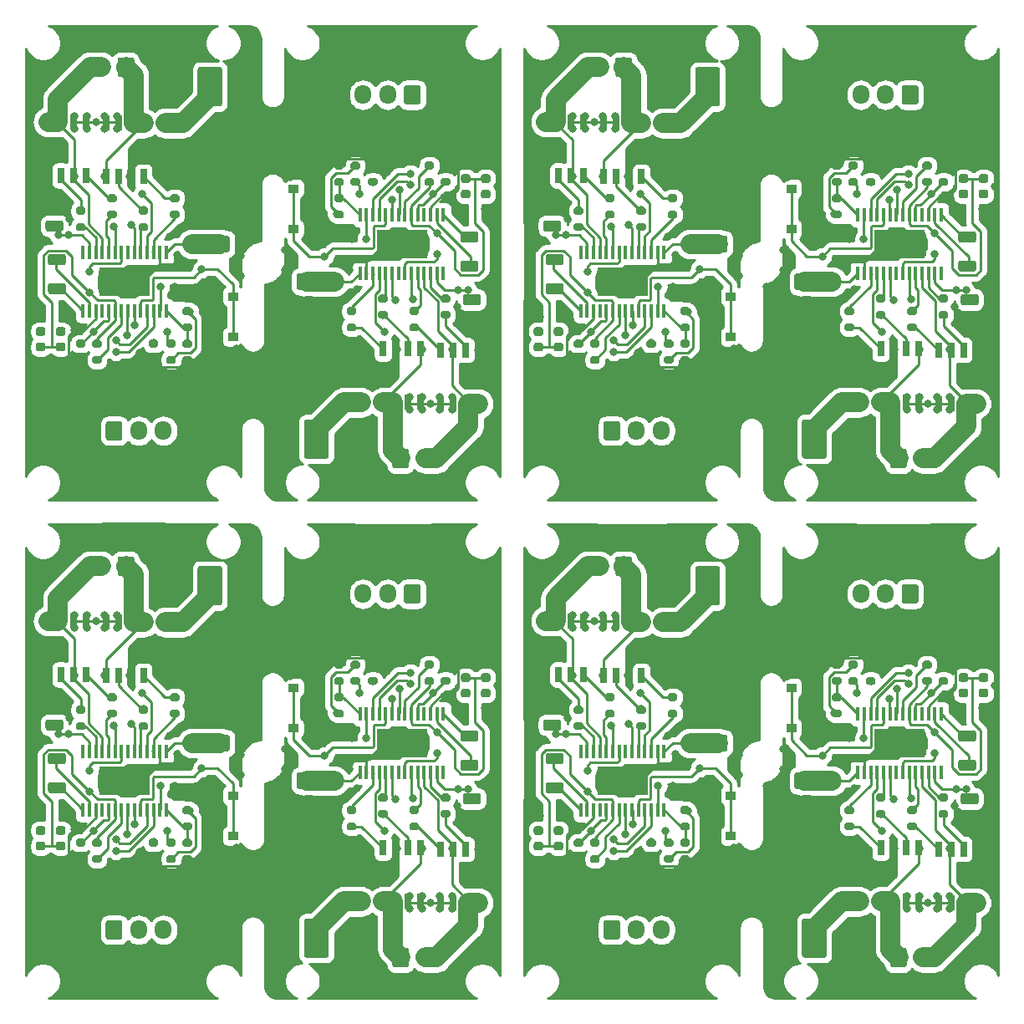
<source format=gtl>
%TF.GenerationSoftware,KiCad,Pcbnew,(5.1.8)-1*%
%TF.CreationDate,2021-06-03T01:22:04+09:00*%
%TF.ProjectId,MiniMD,4d696e69-4d44-42e6-9b69-6361645f7063,rev?*%
%TF.SameCoordinates,Original*%
%TF.FileFunction,Copper,L1,Top*%
%TF.FilePolarity,Positive*%
%FSLAX46Y46*%
G04 Gerber Fmt 4.6, Leading zero omitted, Abs format (unit mm)*
G04 Created by KiCad (PCBNEW (5.1.8)-1) date 2021-06-03 01:22:04*
%MOMM*%
%LPD*%
G01*
G04 APERTURE LIST*
%TA.AperFunction,SMDPad,CuDef*%
%ADD10R,0.700000X1.525000*%
%TD*%
%TA.AperFunction,SMDPad,CuDef*%
%ADD11R,0.450000X1.475000*%
%TD*%
%TA.AperFunction,SMDPad,CuDef*%
%ADD12R,5.080000X3.000000*%
%TD*%
%TA.AperFunction,ComponentPad*%
%ADD13O,2.000000X1.700000*%
%TD*%
%TA.AperFunction,ComponentPad*%
%ADD14O,1.700000X1.950000*%
%TD*%
%TA.AperFunction,ComponentPad*%
%ADD15O,1.700000X2.000000*%
%TD*%
%TA.AperFunction,SMDPad,CuDef*%
%ADD16R,1.000000X0.900000*%
%TD*%
%TA.AperFunction,ViaPad*%
%ADD17C,0.800000*%
%TD*%
%TA.AperFunction,Conductor*%
%ADD18C,0.250000*%
%TD*%
%TA.AperFunction,Conductor*%
%ADD19C,2.000000*%
%TD*%
%TA.AperFunction,Conductor*%
%ADD20C,1.000000*%
%TD*%
%TA.AperFunction,Conductor*%
%ADD21C,0.254000*%
%TD*%
%TA.AperFunction,Conductor*%
%ADD22C,0.100000*%
%TD*%
G04 APERTURE END LIST*
D10*
%TO.P,IC1,1*%
%TO.N,GND*%
X155321000Y-125140000D03*
%TO.P,IC1,2*%
%TO.N,Net-(IC1-Pad2)*%
X156591000Y-125140000D03*
%TO.P,IC1,3*%
%TO.N,Net-(C5-Pad2)*%
X157861000Y-125140000D03*
%TO.P,IC1,4*%
%TO.N,Net-(IC1-Pad4)*%
X159131000Y-125140000D03*
%TO.P,IC1,5*%
%TO.N,VCC*%
X159131000Y-119716000D03*
%TO.P,IC1,6*%
X157861000Y-119716000D03*
%TO.P,IC1,7*%
%TO.N,Net-(C5-Pad2)*%
X156591000Y-119716000D03*
%TO.P,IC1,8*%
X155321000Y-119716000D03*
%TD*%
%TO.P,IC2,1*%
%TO.N,Net-(C6-Pad2)*%
X161163000Y-125267000D03*
%TO.P,IC2,2*%
%TO.N,Net-(IC2-Pad2)*%
X162433000Y-125267000D03*
%TO.P,IC2,3*%
%TO.N,GND*%
X163703000Y-125267000D03*
%TO.P,IC2,4*%
%TO.N,Net-(IC2-Pad4)*%
X164973000Y-125267000D03*
%TO.P,IC2,5*%
%TO.N,Net-(C6-Pad2)*%
X164973000Y-119843000D03*
%TO.P,IC2,6*%
X163703000Y-119843000D03*
%TO.P,IC2,7*%
%TO.N,VCC*%
X162433000Y-119843000D03*
%TO.P,IC2,8*%
X161163000Y-119843000D03*
%TD*%
%TO.P,IC2,8*%
%TO.N,VCC*%
X193040000Y-148127000D03*
%TO.P,IC2,7*%
X191770000Y-148127000D03*
%TO.P,IC2,6*%
%TO.N,Net-(C6-Pad2)*%
X190500000Y-148127000D03*
%TO.P,IC2,5*%
X189230000Y-148127000D03*
%TO.P,IC2,4*%
%TO.N,Net-(IC2-Pad4)*%
X189230000Y-142703000D03*
%TO.P,IC2,3*%
%TO.N,GND*%
X190500000Y-142703000D03*
%TO.P,IC2,2*%
%TO.N,Net-(IC2-Pad2)*%
X191770000Y-142703000D03*
%TO.P,IC2,1*%
%TO.N,Net-(C6-Pad2)*%
X193040000Y-142703000D03*
%TD*%
%TO.P,IC1,8*%
%TO.N,Net-(C5-Pad2)*%
X198882000Y-148254000D03*
%TO.P,IC1,7*%
X197612000Y-148254000D03*
%TO.P,IC1,6*%
%TO.N,VCC*%
X196342000Y-148254000D03*
%TO.P,IC1,5*%
X195072000Y-148254000D03*
%TO.P,IC1,4*%
%TO.N,Net-(IC1-Pad4)*%
X195072000Y-142830000D03*
%TO.P,IC1,3*%
%TO.N,Net-(C5-Pad2)*%
X196342000Y-142830000D03*
%TO.P,IC1,2*%
%TO.N,Net-(IC1-Pad2)*%
X197612000Y-142830000D03*
%TO.P,IC1,1*%
%TO.N,GND*%
X198882000Y-142830000D03*
%TD*%
%TO.P,IC1,8*%
%TO.N,Net-(C5-Pad2)*%
X205740000Y-119716000D03*
%TO.P,IC1,7*%
X207010000Y-119716000D03*
%TO.P,IC1,6*%
%TO.N,VCC*%
X208280000Y-119716000D03*
%TO.P,IC1,5*%
X209550000Y-119716000D03*
%TO.P,IC1,4*%
%TO.N,Net-(IC1-Pad4)*%
X209550000Y-125140000D03*
%TO.P,IC1,3*%
%TO.N,Net-(C5-Pad2)*%
X208280000Y-125140000D03*
%TO.P,IC1,2*%
%TO.N,Net-(IC1-Pad2)*%
X207010000Y-125140000D03*
%TO.P,IC1,1*%
%TO.N,GND*%
X205740000Y-125140000D03*
%TD*%
%TO.P,IC2,8*%
%TO.N,VCC*%
X211582000Y-119843000D03*
%TO.P,IC2,7*%
X212852000Y-119843000D03*
%TO.P,IC2,6*%
%TO.N,Net-(C6-Pad2)*%
X214122000Y-119843000D03*
%TO.P,IC2,5*%
X215392000Y-119843000D03*
%TO.P,IC2,4*%
%TO.N,Net-(IC2-Pad4)*%
X215392000Y-125267000D03*
%TO.P,IC2,3*%
%TO.N,GND*%
X214122000Y-125267000D03*
%TO.P,IC2,2*%
%TO.N,Net-(IC2-Pad2)*%
X212852000Y-125267000D03*
%TO.P,IC2,1*%
%TO.N,Net-(C6-Pad2)*%
X211582000Y-125267000D03*
%TD*%
%TO.P,IC2,1*%
%TO.N,Net-(C6-Pad2)*%
X243459000Y-142703000D03*
%TO.P,IC2,2*%
%TO.N,Net-(IC2-Pad2)*%
X242189000Y-142703000D03*
%TO.P,IC2,3*%
%TO.N,GND*%
X240919000Y-142703000D03*
%TO.P,IC2,4*%
%TO.N,Net-(IC2-Pad4)*%
X239649000Y-142703000D03*
%TO.P,IC2,5*%
%TO.N,Net-(C6-Pad2)*%
X239649000Y-148127000D03*
%TO.P,IC2,6*%
X240919000Y-148127000D03*
%TO.P,IC2,7*%
%TO.N,VCC*%
X242189000Y-148127000D03*
%TO.P,IC2,8*%
X243459000Y-148127000D03*
%TD*%
%TO.P,IC1,1*%
%TO.N,GND*%
X249301000Y-142830000D03*
%TO.P,IC1,2*%
%TO.N,Net-(IC1-Pad2)*%
X248031000Y-142830000D03*
%TO.P,IC1,3*%
%TO.N,Net-(C5-Pad2)*%
X246761000Y-142830000D03*
%TO.P,IC1,4*%
%TO.N,Net-(IC1-Pad4)*%
X245491000Y-142830000D03*
%TO.P,IC1,5*%
%TO.N,VCC*%
X245491000Y-148254000D03*
%TO.P,IC1,6*%
X246761000Y-148254000D03*
%TO.P,IC1,7*%
%TO.N,Net-(C5-Pad2)*%
X248031000Y-148254000D03*
%TO.P,IC1,8*%
X249301000Y-148254000D03*
%TD*%
%TO.P,IC1,8*%
%TO.N,Net-(C5-Pad2)*%
X249301000Y-97708000D03*
%TO.P,IC1,7*%
X248031000Y-97708000D03*
%TO.P,IC1,6*%
%TO.N,VCC*%
X246761000Y-97708000D03*
%TO.P,IC1,5*%
X245491000Y-97708000D03*
%TO.P,IC1,4*%
%TO.N,Net-(IC1-Pad4)*%
X245491000Y-92284000D03*
%TO.P,IC1,3*%
%TO.N,Net-(C5-Pad2)*%
X246761000Y-92284000D03*
%TO.P,IC1,2*%
%TO.N,Net-(IC1-Pad2)*%
X248031000Y-92284000D03*
%TO.P,IC1,1*%
%TO.N,GND*%
X249301000Y-92284000D03*
%TD*%
%TO.P,IC2,8*%
%TO.N,VCC*%
X243459000Y-97581000D03*
%TO.P,IC2,7*%
X242189000Y-97581000D03*
%TO.P,IC2,6*%
%TO.N,Net-(C6-Pad2)*%
X240919000Y-97581000D03*
%TO.P,IC2,5*%
X239649000Y-97581000D03*
%TO.P,IC2,4*%
%TO.N,Net-(IC2-Pad4)*%
X239649000Y-92157000D03*
%TO.P,IC2,3*%
%TO.N,GND*%
X240919000Y-92157000D03*
%TO.P,IC2,2*%
%TO.N,Net-(IC2-Pad2)*%
X242189000Y-92157000D03*
%TO.P,IC2,1*%
%TO.N,Net-(C6-Pad2)*%
X243459000Y-92157000D03*
%TD*%
%TO.P,IC2,1*%
%TO.N,Net-(C6-Pad2)*%
X211582000Y-74721000D03*
%TO.P,IC2,2*%
%TO.N,Net-(IC2-Pad2)*%
X212852000Y-74721000D03*
%TO.P,IC2,3*%
%TO.N,GND*%
X214122000Y-74721000D03*
%TO.P,IC2,4*%
%TO.N,Net-(IC2-Pad4)*%
X215392000Y-74721000D03*
%TO.P,IC2,5*%
%TO.N,Net-(C6-Pad2)*%
X215392000Y-69297000D03*
%TO.P,IC2,6*%
X214122000Y-69297000D03*
%TO.P,IC2,7*%
%TO.N,VCC*%
X212852000Y-69297000D03*
%TO.P,IC2,8*%
X211582000Y-69297000D03*
%TD*%
%TO.P,IC1,1*%
%TO.N,GND*%
X205740000Y-74594000D03*
%TO.P,IC1,2*%
%TO.N,Net-(IC1-Pad2)*%
X207010000Y-74594000D03*
%TO.P,IC1,3*%
%TO.N,Net-(C5-Pad2)*%
X208280000Y-74594000D03*
%TO.P,IC1,4*%
%TO.N,Net-(IC1-Pad4)*%
X209550000Y-74594000D03*
%TO.P,IC1,5*%
%TO.N,VCC*%
X209550000Y-69170000D03*
%TO.P,IC1,6*%
X208280000Y-69170000D03*
%TO.P,IC1,7*%
%TO.N,Net-(C5-Pad2)*%
X207010000Y-69170000D03*
%TO.P,IC1,8*%
X205740000Y-69170000D03*
%TD*%
%TO.P,IC1,1*%
%TO.N,GND*%
X198882000Y-92284000D03*
%TO.P,IC1,2*%
%TO.N,Net-(IC1-Pad2)*%
X197612000Y-92284000D03*
%TO.P,IC1,3*%
%TO.N,Net-(C5-Pad2)*%
X196342000Y-92284000D03*
%TO.P,IC1,4*%
%TO.N,Net-(IC1-Pad4)*%
X195072000Y-92284000D03*
%TO.P,IC1,5*%
%TO.N,VCC*%
X195072000Y-97708000D03*
%TO.P,IC1,6*%
X196342000Y-97708000D03*
%TO.P,IC1,7*%
%TO.N,Net-(C5-Pad2)*%
X197612000Y-97708000D03*
%TO.P,IC1,8*%
X198882000Y-97708000D03*
%TD*%
%TO.P,IC2,1*%
%TO.N,Net-(C6-Pad2)*%
X193040000Y-92157000D03*
%TO.P,IC2,2*%
%TO.N,Net-(IC2-Pad2)*%
X191770000Y-92157000D03*
%TO.P,IC2,3*%
%TO.N,GND*%
X190500000Y-92157000D03*
%TO.P,IC2,4*%
%TO.N,Net-(IC2-Pad4)*%
X189230000Y-92157000D03*
%TO.P,IC2,5*%
%TO.N,Net-(C6-Pad2)*%
X189230000Y-97581000D03*
%TO.P,IC2,6*%
X190500000Y-97581000D03*
%TO.P,IC2,7*%
%TO.N,VCC*%
X191770000Y-97581000D03*
%TO.P,IC2,8*%
X193040000Y-97581000D03*
%TD*%
%TO.P,IC1,8*%
%TO.N,Net-(C5-Pad2)*%
X155321000Y-69170000D03*
%TO.P,IC1,7*%
X156591000Y-69170000D03*
%TO.P,IC1,6*%
%TO.N,VCC*%
X157861000Y-69170000D03*
%TO.P,IC1,5*%
X159131000Y-69170000D03*
%TO.P,IC1,4*%
%TO.N,Net-(IC1-Pad4)*%
X159131000Y-74594000D03*
%TO.P,IC1,3*%
%TO.N,Net-(C5-Pad2)*%
X157861000Y-74594000D03*
%TO.P,IC1,2*%
%TO.N,Net-(IC1-Pad2)*%
X156591000Y-74594000D03*
%TO.P,IC1,1*%
%TO.N,GND*%
X155321000Y-74594000D03*
%TD*%
%TO.P,IC2,8*%
%TO.N,VCC*%
X161163000Y-69297000D03*
%TO.P,IC2,7*%
X162433000Y-69297000D03*
%TO.P,IC2,6*%
%TO.N,Net-(C6-Pad2)*%
X163703000Y-69297000D03*
%TO.P,IC2,5*%
X164973000Y-69297000D03*
%TO.P,IC2,4*%
%TO.N,Net-(IC2-Pad4)*%
X164973000Y-74721000D03*
%TO.P,IC2,3*%
%TO.N,GND*%
X163703000Y-74721000D03*
%TO.P,IC2,2*%
%TO.N,Net-(IC2-Pad2)*%
X162433000Y-74721000D03*
%TO.P,IC2,1*%
%TO.N,Net-(C6-Pad2)*%
X161163000Y-74721000D03*
%TD*%
D11*
%TO.P,IC3,1*%
%TO.N,VCC*%
X167293000Y-132952000D03*
%TO.P,IC3,2*%
%TO.N,GND*%
X166643000Y-132952000D03*
%TO.P,IC3,3*%
%TO.N,Net-(IC3-Pad3)*%
X165993000Y-132952000D03*
%TO.P,IC3,4*%
%TO.N,Net-(C6-Pad2)*%
X165343000Y-132952000D03*
%TO.P,IC3,5*%
%TO.N,Net-(IC3-Pad5)*%
X164693000Y-132952000D03*
%TO.P,IC3,6*%
%TO.N,Net-(C6-Pad1)*%
X164043000Y-132952000D03*
%TO.P,IC3,7*%
%TO.N,Net-(IC3-Pad7)*%
X163393000Y-132952000D03*
%TO.P,IC3,8*%
%TO.N,VREG1*%
X162743000Y-132952000D03*
%TO.P,IC3,9*%
%TO.N,Net-(C5-Pad1)*%
X162093000Y-132952000D03*
%TO.P,IC3,10*%
%TO.N,Net-(IC3-Pad10)*%
X161443000Y-132952000D03*
%TO.P,IC3,11*%
%TO.N,Net-(C5-Pad2)*%
X160793000Y-132952000D03*
%TO.P,IC3,12*%
%TO.N,Net-(IC3-Pad12)*%
X160143000Y-132952000D03*
%TO.P,IC3,13*%
%TO.N,VBB1*%
X159493000Y-132952000D03*
%TO.P,IC3,14*%
%TO.N,Net-(IC3-Pad14)*%
X158843000Y-132952000D03*
%TO.P,IC3,15*%
%TO.N,Net-(C4-Pad1)*%
X158843000Y-138828000D03*
%TO.P,IC3,16*%
%TO.N,Net-(C4-Pad2)*%
X159493000Y-138828000D03*
%TO.P,IC3,17*%
%TO.N,GND*%
X160143000Y-138828000D03*
%TO.P,IC3,18*%
%TO.N,Net-(IC3-Pad18)*%
X160793000Y-138828000D03*
%TO.P,IC3,19*%
%TO.N,Net-(IC3-Pad19)*%
X161443000Y-138828000D03*
%TO.P,IC3,20*%
%TO.N,5V_1*%
X162093000Y-138828000D03*
%TO.P,IC3,21*%
%TO.N,Net-(IC3-Pad21)*%
X162743000Y-138828000D03*
%TO.P,IC3,22*%
%TO.N,Net-(IC3-Pad22)*%
X163393000Y-138828000D03*
%TO.P,IC3,23*%
%TO.N,Net-(IC3-Pad23)*%
X164043000Y-138828000D03*
%TO.P,IC3,24*%
%TO.N,Net-(IC3-Pad24)*%
X164693000Y-138828000D03*
%TO.P,IC3,25*%
%TO.N,Net-(IC3-Pad25)*%
X165343000Y-138828000D03*
%TO.P,IC3,26*%
%TO.N,Net-(IC3-Pad26)*%
X165993000Y-138828000D03*
%TO.P,IC3,27*%
%TO.N,Net-(IC3-Pad27)*%
X166643000Y-138828000D03*
%TO.P,IC3,28*%
%TO.N,Net-(IC3-Pad28)*%
X167293000Y-138828000D03*
D12*
%TO.P,IC3,29*%
%TO.N,GND*%
X163068000Y-135890000D03*
%TD*%
%TO.P,IC3,29*%
%TO.N,GND*%
X191135000Y-132080000D03*
D11*
%TO.P,IC3,28*%
%TO.N,Net-(IC3-Pad28)*%
X186910000Y-129142000D03*
%TO.P,IC3,27*%
%TO.N,Net-(IC3-Pad27)*%
X187560000Y-129142000D03*
%TO.P,IC3,26*%
%TO.N,Net-(IC3-Pad26)*%
X188210000Y-129142000D03*
%TO.P,IC3,25*%
%TO.N,Net-(IC3-Pad25)*%
X188860000Y-129142000D03*
%TO.P,IC3,24*%
%TO.N,Net-(IC3-Pad24)*%
X189510000Y-129142000D03*
%TO.P,IC3,23*%
%TO.N,Net-(IC3-Pad23)*%
X190160000Y-129142000D03*
%TO.P,IC3,22*%
%TO.N,Net-(IC3-Pad22)*%
X190810000Y-129142000D03*
%TO.P,IC3,21*%
%TO.N,Net-(IC3-Pad21)*%
X191460000Y-129142000D03*
%TO.P,IC3,20*%
%TO.N,5V_1*%
X192110000Y-129142000D03*
%TO.P,IC3,19*%
%TO.N,Net-(IC3-Pad19)*%
X192760000Y-129142000D03*
%TO.P,IC3,18*%
%TO.N,Net-(IC3-Pad18)*%
X193410000Y-129142000D03*
%TO.P,IC3,17*%
%TO.N,GND*%
X194060000Y-129142000D03*
%TO.P,IC3,16*%
%TO.N,Net-(C4-Pad2)*%
X194710000Y-129142000D03*
%TO.P,IC3,15*%
%TO.N,Net-(C4-Pad1)*%
X195360000Y-129142000D03*
%TO.P,IC3,14*%
%TO.N,Net-(IC3-Pad14)*%
X195360000Y-135018000D03*
%TO.P,IC3,13*%
%TO.N,VBB1*%
X194710000Y-135018000D03*
%TO.P,IC3,12*%
%TO.N,Net-(IC3-Pad12)*%
X194060000Y-135018000D03*
%TO.P,IC3,11*%
%TO.N,Net-(C5-Pad2)*%
X193410000Y-135018000D03*
%TO.P,IC3,10*%
%TO.N,Net-(IC3-Pad10)*%
X192760000Y-135018000D03*
%TO.P,IC3,9*%
%TO.N,Net-(C5-Pad1)*%
X192110000Y-135018000D03*
%TO.P,IC3,8*%
%TO.N,VREG1*%
X191460000Y-135018000D03*
%TO.P,IC3,7*%
%TO.N,Net-(IC3-Pad7)*%
X190810000Y-135018000D03*
%TO.P,IC3,6*%
%TO.N,Net-(C6-Pad1)*%
X190160000Y-135018000D03*
%TO.P,IC3,5*%
%TO.N,Net-(IC3-Pad5)*%
X189510000Y-135018000D03*
%TO.P,IC3,4*%
%TO.N,Net-(C6-Pad2)*%
X188860000Y-135018000D03*
%TO.P,IC3,3*%
%TO.N,Net-(IC3-Pad3)*%
X188210000Y-135018000D03*
%TO.P,IC3,2*%
%TO.N,GND*%
X187560000Y-135018000D03*
%TO.P,IC3,1*%
%TO.N,VCC*%
X186910000Y-135018000D03*
%TD*%
D12*
%TO.P,IC3,29*%
%TO.N,GND*%
X213487000Y-135890000D03*
D11*
%TO.P,IC3,28*%
%TO.N,Net-(IC3-Pad28)*%
X217712000Y-138828000D03*
%TO.P,IC3,27*%
%TO.N,Net-(IC3-Pad27)*%
X217062000Y-138828000D03*
%TO.P,IC3,26*%
%TO.N,Net-(IC3-Pad26)*%
X216412000Y-138828000D03*
%TO.P,IC3,25*%
%TO.N,Net-(IC3-Pad25)*%
X215762000Y-138828000D03*
%TO.P,IC3,24*%
%TO.N,Net-(IC3-Pad24)*%
X215112000Y-138828000D03*
%TO.P,IC3,23*%
%TO.N,Net-(IC3-Pad23)*%
X214462000Y-138828000D03*
%TO.P,IC3,22*%
%TO.N,Net-(IC3-Pad22)*%
X213812000Y-138828000D03*
%TO.P,IC3,21*%
%TO.N,Net-(IC3-Pad21)*%
X213162000Y-138828000D03*
%TO.P,IC3,20*%
%TO.N,5V_1*%
X212512000Y-138828000D03*
%TO.P,IC3,19*%
%TO.N,Net-(IC3-Pad19)*%
X211862000Y-138828000D03*
%TO.P,IC3,18*%
%TO.N,Net-(IC3-Pad18)*%
X211212000Y-138828000D03*
%TO.P,IC3,17*%
%TO.N,GND*%
X210562000Y-138828000D03*
%TO.P,IC3,16*%
%TO.N,Net-(C4-Pad2)*%
X209912000Y-138828000D03*
%TO.P,IC3,15*%
%TO.N,Net-(C4-Pad1)*%
X209262000Y-138828000D03*
%TO.P,IC3,14*%
%TO.N,Net-(IC3-Pad14)*%
X209262000Y-132952000D03*
%TO.P,IC3,13*%
%TO.N,VBB1*%
X209912000Y-132952000D03*
%TO.P,IC3,12*%
%TO.N,Net-(IC3-Pad12)*%
X210562000Y-132952000D03*
%TO.P,IC3,11*%
%TO.N,Net-(C5-Pad2)*%
X211212000Y-132952000D03*
%TO.P,IC3,10*%
%TO.N,Net-(IC3-Pad10)*%
X211862000Y-132952000D03*
%TO.P,IC3,9*%
%TO.N,Net-(C5-Pad1)*%
X212512000Y-132952000D03*
%TO.P,IC3,8*%
%TO.N,VREG1*%
X213162000Y-132952000D03*
%TO.P,IC3,7*%
%TO.N,Net-(IC3-Pad7)*%
X213812000Y-132952000D03*
%TO.P,IC3,6*%
%TO.N,Net-(C6-Pad1)*%
X214462000Y-132952000D03*
%TO.P,IC3,5*%
%TO.N,Net-(IC3-Pad5)*%
X215112000Y-132952000D03*
%TO.P,IC3,4*%
%TO.N,Net-(C6-Pad2)*%
X215762000Y-132952000D03*
%TO.P,IC3,3*%
%TO.N,Net-(IC3-Pad3)*%
X216412000Y-132952000D03*
%TO.P,IC3,2*%
%TO.N,GND*%
X217062000Y-132952000D03*
%TO.P,IC3,1*%
%TO.N,VCC*%
X217712000Y-132952000D03*
%TD*%
%TO.P,IC3,1*%
%TO.N,VCC*%
X237329000Y-135018000D03*
%TO.P,IC3,2*%
%TO.N,GND*%
X237979000Y-135018000D03*
%TO.P,IC3,3*%
%TO.N,Net-(IC3-Pad3)*%
X238629000Y-135018000D03*
%TO.P,IC3,4*%
%TO.N,Net-(C6-Pad2)*%
X239279000Y-135018000D03*
%TO.P,IC3,5*%
%TO.N,Net-(IC3-Pad5)*%
X239929000Y-135018000D03*
%TO.P,IC3,6*%
%TO.N,Net-(C6-Pad1)*%
X240579000Y-135018000D03*
%TO.P,IC3,7*%
%TO.N,Net-(IC3-Pad7)*%
X241229000Y-135018000D03*
%TO.P,IC3,8*%
%TO.N,VREG1*%
X241879000Y-135018000D03*
%TO.P,IC3,9*%
%TO.N,Net-(C5-Pad1)*%
X242529000Y-135018000D03*
%TO.P,IC3,10*%
%TO.N,Net-(IC3-Pad10)*%
X243179000Y-135018000D03*
%TO.P,IC3,11*%
%TO.N,Net-(C5-Pad2)*%
X243829000Y-135018000D03*
%TO.P,IC3,12*%
%TO.N,Net-(IC3-Pad12)*%
X244479000Y-135018000D03*
%TO.P,IC3,13*%
%TO.N,VBB1*%
X245129000Y-135018000D03*
%TO.P,IC3,14*%
%TO.N,Net-(IC3-Pad14)*%
X245779000Y-135018000D03*
%TO.P,IC3,15*%
%TO.N,Net-(C4-Pad1)*%
X245779000Y-129142000D03*
%TO.P,IC3,16*%
%TO.N,Net-(C4-Pad2)*%
X245129000Y-129142000D03*
%TO.P,IC3,17*%
%TO.N,GND*%
X244479000Y-129142000D03*
%TO.P,IC3,18*%
%TO.N,Net-(IC3-Pad18)*%
X243829000Y-129142000D03*
%TO.P,IC3,19*%
%TO.N,Net-(IC3-Pad19)*%
X243179000Y-129142000D03*
%TO.P,IC3,20*%
%TO.N,5V_1*%
X242529000Y-129142000D03*
%TO.P,IC3,21*%
%TO.N,Net-(IC3-Pad21)*%
X241879000Y-129142000D03*
%TO.P,IC3,22*%
%TO.N,Net-(IC3-Pad22)*%
X241229000Y-129142000D03*
%TO.P,IC3,23*%
%TO.N,Net-(IC3-Pad23)*%
X240579000Y-129142000D03*
%TO.P,IC3,24*%
%TO.N,Net-(IC3-Pad24)*%
X239929000Y-129142000D03*
%TO.P,IC3,25*%
%TO.N,Net-(IC3-Pad25)*%
X239279000Y-129142000D03*
%TO.P,IC3,26*%
%TO.N,Net-(IC3-Pad26)*%
X238629000Y-129142000D03*
%TO.P,IC3,27*%
%TO.N,Net-(IC3-Pad27)*%
X237979000Y-129142000D03*
%TO.P,IC3,28*%
%TO.N,Net-(IC3-Pad28)*%
X237329000Y-129142000D03*
D12*
%TO.P,IC3,29*%
%TO.N,GND*%
X241554000Y-132080000D03*
%TD*%
%TO.P,IC3,29*%
%TO.N,GND*%
X241554000Y-81534000D03*
D11*
%TO.P,IC3,28*%
%TO.N,Net-(IC3-Pad28)*%
X237329000Y-78596000D03*
%TO.P,IC3,27*%
%TO.N,Net-(IC3-Pad27)*%
X237979000Y-78596000D03*
%TO.P,IC3,26*%
%TO.N,Net-(IC3-Pad26)*%
X238629000Y-78596000D03*
%TO.P,IC3,25*%
%TO.N,Net-(IC3-Pad25)*%
X239279000Y-78596000D03*
%TO.P,IC3,24*%
%TO.N,Net-(IC3-Pad24)*%
X239929000Y-78596000D03*
%TO.P,IC3,23*%
%TO.N,Net-(IC3-Pad23)*%
X240579000Y-78596000D03*
%TO.P,IC3,22*%
%TO.N,Net-(IC3-Pad22)*%
X241229000Y-78596000D03*
%TO.P,IC3,21*%
%TO.N,Net-(IC3-Pad21)*%
X241879000Y-78596000D03*
%TO.P,IC3,20*%
%TO.N,5V_1*%
X242529000Y-78596000D03*
%TO.P,IC3,19*%
%TO.N,Net-(IC3-Pad19)*%
X243179000Y-78596000D03*
%TO.P,IC3,18*%
%TO.N,Net-(IC3-Pad18)*%
X243829000Y-78596000D03*
%TO.P,IC3,17*%
%TO.N,GND*%
X244479000Y-78596000D03*
%TO.P,IC3,16*%
%TO.N,Net-(C4-Pad2)*%
X245129000Y-78596000D03*
%TO.P,IC3,15*%
%TO.N,Net-(C4-Pad1)*%
X245779000Y-78596000D03*
%TO.P,IC3,14*%
%TO.N,Net-(IC3-Pad14)*%
X245779000Y-84472000D03*
%TO.P,IC3,13*%
%TO.N,VBB1*%
X245129000Y-84472000D03*
%TO.P,IC3,12*%
%TO.N,Net-(IC3-Pad12)*%
X244479000Y-84472000D03*
%TO.P,IC3,11*%
%TO.N,Net-(C5-Pad2)*%
X243829000Y-84472000D03*
%TO.P,IC3,10*%
%TO.N,Net-(IC3-Pad10)*%
X243179000Y-84472000D03*
%TO.P,IC3,9*%
%TO.N,Net-(C5-Pad1)*%
X242529000Y-84472000D03*
%TO.P,IC3,8*%
%TO.N,VREG1*%
X241879000Y-84472000D03*
%TO.P,IC3,7*%
%TO.N,Net-(IC3-Pad7)*%
X241229000Y-84472000D03*
%TO.P,IC3,6*%
%TO.N,Net-(C6-Pad1)*%
X240579000Y-84472000D03*
%TO.P,IC3,5*%
%TO.N,Net-(IC3-Pad5)*%
X239929000Y-84472000D03*
%TO.P,IC3,4*%
%TO.N,Net-(C6-Pad2)*%
X239279000Y-84472000D03*
%TO.P,IC3,3*%
%TO.N,Net-(IC3-Pad3)*%
X238629000Y-84472000D03*
%TO.P,IC3,2*%
%TO.N,GND*%
X237979000Y-84472000D03*
%TO.P,IC3,1*%
%TO.N,VCC*%
X237329000Y-84472000D03*
%TD*%
%TO.P,IC3,1*%
%TO.N,VCC*%
X217712000Y-82406000D03*
%TO.P,IC3,2*%
%TO.N,GND*%
X217062000Y-82406000D03*
%TO.P,IC3,3*%
%TO.N,Net-(IC3-Pad3)*%
X216412000Y-82406000D03*
%TO.P,IC3,4*%
%TO.N,Net-(C6-Pad2)*%
X215762000Y-82406000D03*
%TO.P,IC3,5*%
%TO.N,Net-(IC3-Pad5)*%
X215112000Y-82406000D03*
%TO.P,IC3,6*%
%TO.N,Net-(C6-Pad1)*%
X214462000Y-82406000D03*
%TO.P,IC3,7*%
%TO.N,Net-(IC3-Pad7)*%
X213812000Y-82406000D03*
%TO.P,IC3,8*%
%TO.N,VREG1*%
X213162000Y-82406000D03*
%TO.P,IC3,9*%
%TO.N,Net-(C5-Pad1)*%
X212512000Y-82406000D03*
%TO.P,IC3,10*%
%TO.N,Net-(IC3-Pad10)*%
X211862000Y-82406000D03*
%TO.P,IC3,11*%
%TO.N,Net-(C5-Pad2)*%
X211212000Y-82406000D03*
%TO.P,IC3,12*%
%TO.N,Net-(IC3-Pad12)*%
X210562000Y-82406000D03*
%TO.P,IC3,13*%
%TO.N,VBB1*%
X209912000Y-82406000D03*
%TO.P,IC3,14*%
%TO.N,Net-(IC3-Pad14)*%
X209262000Y-82406000D03*
%TO.P,IC3,15*%
%TO.N,Net-(C4-Pad1)*%
X209262000Y-88282000D03*
%TO.P,IC3,16*%
%TO.N,Net-(C4-Pad2)*%
X209912000Y-88282000D03*
%TO.P,IC3,17*%
%TO.N,GND*%
X210562000Y-88282000D03*
%TO.P,IC3,18*%
%TO.N,Net-(IC3-Pad18)*%
X211212000Y-88282000D03*
%TO.P,IC3,19*%
%TO.N,Net-(IC3-Pad19)*%
X211862000Y-88282000D03*
%TO.P,IC3,20*%
%TO.N,5V_1*%
X212512000Y-88282000D03*
%TO.P,IC3,21*%
%TO.N,Net-(IC3-Pad21)*%
X213162000Y-88282000D03*
%TO.P,IC3,22*%
%TO.N,Net-(IC3-Pad22)*%
X213812000Y-88282000D03*
%TO.P,IC3,23*%
%TO.N,Net-(IC3-Pad23)*%
X214462000Y-88282000D03*
%TO.P,IC3,24*%
%TO.N,Net-(IC3-Pad24)*%
X215112000Y-88282000D03*
%TO.P,IC3,25*%
%TO.N,Net-(IC3-Pad25)*%
X215762000Y-88282000D03*
%TO.P,IC3,26*%
%TO.N,Net-(IC3-Pad26)*%
X216412000Y-88282000D03*
%TO.P,IC3,27*%
%TO.N,Net-(IC3-Pad27)*%
X217062000Y-88282000D03*
%TO.P,IC3,28*%
%TO.N,Net-(IC3-Pad28)*%
X217712000Y-88282000D03*
D12*
%TO.P,IC3,29*%
%TO.N,GND*%
X213487000Y-85344000D03*
%TD*%
D11*
%TO.P,IC3,1*%
%TO.N,VCC*%
X186910000Y-84472000D03*
%TO.P,IC3,2*%
%TO.N,GND*%
X187560000Y-84472000D03*
%TO.P,IC3,3*%
%TO.N,Net-(IC3-Pad3)*%
X188210000Y-84472000D03*
%TO.P,IC3,4*%
%TO.N,Net-(C6-Pad2)*%
X188860000Y-84472000D03*
%TO.P,IC3,5*%
%TO.N,Net-(IC3-Pad5)*%
X189510000Y-84472000D03*
%TO.P,IC3,6*%
%TO.N,Net-(C6-Pad1)*%
X190160000Y-84472000D03*
%TO.P,IC3,7*%
%TO.N,Net-(IC3-Pad7)*%
X190810000Y-84472000D03*
%TO.P,IC3,8*%
%TO.N,VREG1*%
X191460000Y-84472000D03*
%TO.P,IC3,9*%
%TO.N,Net-(C5-Pad1)*%
X192110000Y-84472000D03*
%TO.P,IC3,10*%
%TO.N,Net-(IC3-Pad10)*%
X192760000Y-84472000D03*
%TO.P,IC3,11*%
%TO.N,Net-(C5-Pad2)*%
X193410000Y-84472000D03*
%TO.P,IC3,12*%
%TO.N,Net-(IC3-Pad12)*%
X194060000Y-84472000D03*
%TO.P,IC3,13*%
%TO.N,VBB1*%
X194710000Y-84472000D03*
%TO.P,IC3,14*%
%TO.N,Net-(IC3-Pad14)*%
X195360000Y-84472000D03*
%TO.P,IC3,15*%
%TO.N,Net-(C4-Pad1)*%
X195360000Y-78596000D03*
%TO.P,IC3,16*%
%TO.N,Net-(C4-Pad2)*%
X194710000Y-78596000D03*
%TO.P,IC3,17*%
%TO.N,GND*%
X194060000Y-78596000D03*
%TO.P,IC3,18*%
%TO.N,Net-(IC3-Pad18)*%
X193410000Y-78596000D03*
%TO.P,IC3,19*%
%TO.N,Net-(IC3-Pad19)*%
X192760000Y-78596000D03*
%TO.P,IC3,20*%
%TO.N,5V_1*%
X192110000Y-78596000D03*
%TO.P,IC3,21*%
%TO.N,Net-(IC3-Pad21)*%
X191460000Y-78596000D03*
%TO.P,IC3,22*%
%TO.N,Net-(IC3-Pad22)*%
X190810000Y-78596000D03*
%TO.P,IC3,23*%
%TO.N,Net-(IC3-Pad23)*%
X190160000Y-78596000D03*
%TO.P,IC3,24*%
%TO.N,Net-(IC3-Pad24)*%
X189510000Y-78596000D03*
%TO.P,IC3,25*%
%TO.N,Net-(IC3-Pad25)*%
X188860000Y-78596000D03*
%TO.P,IC3,26*%
%TO.N,Net-(IC3-Pad26)*%
X188210000Y-78596000D03*
%TO.P,IC3,27*%
%TO.N,Net-(IC3-Pad27)*%
X187560000Y-78596000D03*
%TO.P,IC3,28*%
%TO.N,Net-(IC3-Pad28)*%
X186910000Y-78596000D03*
D12*
%TO.P,IC3,29*%
%TO.N,GND*%
X191135000Y-81534000D03*
%TD*%
%TO.P,IC3,29*%
%TO.N,GND*%
X163068000Y-85344000D03*
D11*
%TO.P,IC3,28*%
%TO.N,Net-(IC3-Pad28)*%
X167293000Y-88282000D03*
%TO.P,IC3,27*%
%TO.N,Net-(IC3-Pad27)*%
X166643000Y-88282000D03*
%TO.P,IC3,26*%
%TO.N,Net-(IC3-Pad26)*%
X165993000Y-88282000D03*
%TO.P,IC3,25*%
%TO.N,Net-(IC3-Pad25)*%
X165343000Y-88282000D03*
%TO.P,IC3,24*%
%TO.N,Net-(IC3-Pad24)*%
X164693000Y-88282000D03*
%TO.P,IC3,23*%
%TO.N,Net-(IC3-Pad23)*%
X164043000Y-88282000D03*
%TO.P,IC3,22*%
%TO.N,Net-(IC3-Pad22)*%
X163393000Y-88282000D03*
%TO.P,IC3,21*%
%TO.N,Net-(IC3-Pad21)*%
X162743000Y-88282000D03*
%TO.P,IC3,20*%
%TO.N,5V_1*%
X162093000Y-88282000D03*
%TO.P,IC3,19*%
%TO.N,Net-(IC3-Pad19)*%
X161443000Y-88282000D03*
%TO.P,IC3,18*%
%TO.N,Net-(IC3-Pad18)*%
X160793000Y-88282000D03*
%TO.P,IC3,17*%
%TO.N,GND*%
X160143000Y-88282000D03*
%TO.P,IC3,16*%
%TO.N,Net-(C4-Pad2)*%
X159493000Y-88282000D03*
%TO.P,IC3,15*%
%TO.N,Net-(C4-Pad1)*%
X158843000Y-88282000D03*
%TO.P,IC3,14*%
%TO.N,Net-(IC3-Pad14)*%
X158843000Y-82406000D03*
%TO.P,IC3,13*%
%TO.N,VBB1*%
X159493000Y-82406000D03*
%TO.P,IC3,12*%
%TO.N,Net-(IC3-Pad12)*%
X160143000Y-82406000D03*
%TO.P,IC3,11*%
%TO.N,Net-(C5-Pad2)*%
X160793000Y-82406000D03*
%TO.P,IC3,10*%
%TO.N,Net-(IC3-Pad10)*%
X161443000Y-82406000D03*
%TO.P,IC3,9*%
%TO.N,Net-(C5-Pad1)*%
X162093000Y-82406000D03*
%TO.P,IC3,8*%
%TO.N,VREG1*%
X162743000Y-82406000D03*
%TO.P,IC3,7*%
%TO.N,Net-(IC3-Pad7)*%
X163393000Y-82406000D03*
%TO.P,IC3,6*%
%TO.N,Net-(C6-Pad1)*%
X164043000Y-82406000D03*
%TO.P,IC3,5*%
%TO.N,Net-(IC3-Pad5)*%
X164693000Y-82406000D03*
%TO.P,IC3,4*%
%TO.N,Net-(C6-Pad2)*%
X165343000Y-82406000D03*
%TO.P,IC3,3*%
%TO.N,Net-(IC3-Pad3)*%
X165993000Y-82406000D03*
%TO.P,IC3,2*%
%TO.N,GND*%
X166643000Y-82406000D03*
%TO.P,IC3,1*%
%TO.N,VCC*%
X167293000Y-82406000D03*
%TD*%
%TO.P,R9,1*%
%TO.N,Net-(IC3-Pad19)*%
%TA.AperFunction,SMDPad,CuDef*%
G36*
G01*
X158348000Y-91231000D02*
X158898000Y-91231000D01*
G75*
G02*
X159098000Y-91431000I0J-200000D01*
G01*
X159098000Y-91831000D01*
G75*
G02*
X158898000Y-92031000I-200000J0D01*
G01*
X158348000Y-92031000D01*
G75*
G02*
X158148000Y-91831000I0J200000D01*
G01*
X158148000Y-91431000D01*
G75*
G02*
X158348000Y-91231000I200000J0D01*
G01*
G37*
%TD.AperFunction*%
%TO.P,R9,2*%
%TO.N,GND*%
%TA.AperFunction,SMDPad,CuDef*%
G36*
G01*
X158348000Y-92881000D02*
X158898000Y-92881000D01*
G75*
G02*
X159098000Y-93081000I0J-200000D01*
G01*
X159098000Y-93481000D01*
G75*
G02*
X158898000Y-93681000I-200000J0D01*
G01*
X158348000Y-93681000D01*
G75*
G02*
X158148000Y-93481000I0J200000D01*
G01*
X158148000Y-93081000D01*
G75*
G02*
X158348000Y-92881000I200000J0D01*
G01*
G37*
%TD.AperFunction*%
%TD*%
%TO.P,C1,1*%
%TO.N,VCC*%
%TA.AperFunction,SMDPad,CuDef*%
G36*
G01*
X170704000Y-63596000D02*
X172704000Y-63596000D01*
G75*
G02*
X172954000Y-63846000I0J-250000D01*
G01*
X172954000Y-67346000D01*
G75*
G02*
X172704000Y-67596000I-250000J0D01*
G01*
X170704000Y-67596000D01*
G75*
G02*
X170454000Y-67346000I0J250000D01*
G01*
X170454000Y-63846000D01*
G75*
G02*
X170704000Y-63596000I250000J0D01*
G01*
G37*
%TD.AperFunction*%
%TO.P,C1,2*%
%TO.N,GND*%
%TA.AperFunction,SMDPad,CuDef*%
G36*
G01*
X170704000Y-71596000D02*
X172704000Y-71596000D01*
G75*
G02*
X172954000Y-71846000I0J-250000D01*
G01*
X172954000Y-75346000D01*
G75*
G02*
X172704000Y-75596000I-250000J0D01*
G01*
X170704000Y-75596000D01*
G75*
G02*
X170454000Y-75346000I0J250000D01*
G01*
X170454000Y-71846000D01*
G75*
G02*
X170704000Y-71596000I250000J0D01*
G01*
G37*
%TD.AperFunction*%
%TD*%
%TO.P,R8,1*%
%TO.N,Net-(IC3-Pad5)*%
%TA.AperFunction,SMDPad,CuDef*%
G36*
G01*
X165248000Y-80219000D02*
X164698000Y-80219000D01*
G75*
G02*
X164498000Y-80019000I0J200000D01*
G01*
X164498000Y-79619000D01*
G75*
G02*
X164698000Y-79419000I200000J0D01*
G01*
X165248000Y-79419000D01*
G75*
G02*
X165448000Y-79619000I0J-200000D01*
G01*
X165448000Y-80019000D01*
G75*
G02*
X165248000Y-80219000I-200000J0D01*
G01*
G37*
%TD.AperFunction*%
%TO.P,R8,2*%
%TO.N,Net-(IC2-Pad2)*%
%TA.AperFunction,SMDPad,CuDef*%
G36*
G01*
X165248000Y-78569000D02*
X164698000Y-78569000D01*
G75*
G02*
X164498000Y-78369000I0J200000D01*
G01*
X164498000Y-77969000D01*
G75*
G02*
X164698000Y-77769000I200000J0D01*
G01*
X165248000Y-77769000D01*
G75*
G02*
X165448000Y-77969000I0J-200000D01*
G01*
X165448000Y-78369000D01*
G75*
G02*
X165248000Y-78569000I-200000J0D01*
G01*
G37*
%TD.AperFunction*%
%TD*%
%TO.P,J1,1*%
%TO.N,VCC*%
%TA.AperFunction,ComponentPad*%
G36*
G01*
X173470000Y-82384000D02*
X171970000Y-82384000D01*
G75*
G02*
X171720000Y-82134000I0J250000D01*
G01*
X171720000Y-80934000D01*
G75*
G02*
X171970000Y-80684000I250000J0D01*
G01*
X173470000Y-80684000D01*
G75*
G02*
X173720000Y-80934000I0J-250000D01*
G01*
X173720000Y-82134000D01*
G75*
G02*
X173470000Y-82384000I-250000J0D01*
G01*
G37*
%TD.AperFunction*%
D13*
%TO.P,J1,2*%
%TO.N,GND*%
X172720000Y-79034000D03*
%TD*%
%TO.P,R15,1*%
%TO.N,Net-(IC3-Pad28)*%
%TA.AperFunction,SMDPad,CuDef*%
G36*
G01*
X169693000Y-90379000D02*
X169143000Y-90379000D01*
G75*
G02*
X168943000Y-90179000I0J200000D01*
G01*
X168943000Y-89779000D01*
G75*
G02*
X169143000Y-89579000I200000J0D01*
G01*
X169693000Y-89579000D01*
G75*
G02*
X169893000Y-89779000I0J-200000D01*
G01*
X169893000Y-90179000D01*
G75*
G02*
X169693000Y-90379000I-200000J0D01*
G01*
G37*
%TD.AperFunction*%
%TO.P,R15,2*%
%TO.N,5V_1*%
%TA.AperFunction,SMDPad,CuDef*%
G36*
G01*
X169693000Y-88729000D02*
X169143000Y-88729000D01*
G75*
G02*
X168943000Y-88529000I0J200000D01*
G01*
X168943000Y-88129000D01*
G75*
G02*
X169143000Y-87929000I200000J0D01*
G01*
X169693000Y-87929000D01*
G75*
G02*
X169893000Y-88129000I0J-200000D01*
G01*
X169893000Y-88529000D01*
G75*
G02*
X169693000Y-88729000I-200000J0D01*
G01*
G37*
%TD.AperFunction*%
%TD*%
%TO.P,J2,1*%
%TO.N,GND1*%
%TA.AperFunction,ComponentPad*%
G36*
G01*
X161150000Y-101179000D02*
X161150000Y-99729000D01*
G75*
G02*
X161400000Y-99479000I250000J0D01*
G01*
X162600000Y-99479000D01*
G75*
G02*
X162850000Y-99729000I0J-250000D01*
G01*
X162850000Y-101179000D01*
G75*
G02*
X162600000Y-101429000I-250000J0D01*
G01*
X161400000Y-101429000D01*
G75*
G02*
X161150000Y-101179000I0J250000D01*
G01*
G37*
%TD.AperFunction*%
D14*
%TO.P,J2,2*%
%TO.N,Net-(J2-Pad2)*%
X164500000Y-100454000D03*
%TO.P,J2,3*%
%TO.N,Net-(J2-Pad3)*%
X167000000Y-100454000D03*
%TD*%
D15*
%TO.P,J3,2*%
%TO.N,Net-(C5-Pad2)*%
X193508000Y-103251000D03*
%TO.P,J3,1*%
%TO.N,Net-(C6-Pad2)*%
%TA.AperFunction,ComponentPad*%
G36*
G01*
X190158000Y-104001000D02*
X190158000Y-102501000D01*
G75*
G02*
X190408000Y-102251000I250000J0D01*
G01*
X191608000Y-102251000D01*
G75*
G02*
X191858000Y-102501000I0J-250000D01*
G01*
X191858000Y-104001000D01*
G75*
G02*
X191608000Y-104251000I-250000J0D01*
G01*
X190408000Y-104251000D01*
G75*
G02*
X190158000Y-104001000I0J250000D01*
G01*
G37*
%TD.AperFunction*%
%TD*%
%TO.P,J3,1*%
%TO.N,Net-(C6-Pad2)*%
%TA.AperFunction,ComponentPad*%
G36*
G01*
X164045000Y-62877000D02*
X164045000Y-64377000D01*
G75*
G02*
X163795000Y-64627000I-250000J0D01*
G01*
X162595000Y-64627000D01*
G75*
G02*
X162345000Y-64377000I0J250000D01*
G01*
X162345000Y-62877000D01*
G75*
G02*
X162595000Y-62627000I250000J0D01*
G01*
X163795000Y-62627000D01*
G75*
G02*
X164045000Y-62877000I0J-250000D01*
G01*
G37*
%TD.AperFunction*%
%TO.P,J3,2*%
%TO.N,Net-(C5-Pad2)*%
X160695000Y-63627000D03*
%TD*%
%TO.P,D2,1*%
%TO.N,Net-(D2-Pad1)*%
%TA.AperFunction,SMDPad,CuDef*%
G36*
G01*
X156334750Y-89961000D02*
X156847250Y-89961000D01*
G75*
G02*
X157066000Y-90179750I0J-218750D01*
G01*
X157066000Y-90617250D01*
G75*
G02*
X156847250Y-90836000I-218750J0D01*
G01*
X156334750Y-90836000D01*
G75*
G02*
X156116000Y-90617250I0J218750D01*
G01*
X156116000Y-90179750D01*
G75*
G02*
X156334750Y-89961000I218750J0D01*
G01*
G37*
%TD.AperFunction*%
%TO.P,D2,2*%
%TO.N,5V_1*%
%TA.AperFunction,SMDPad,CuDef*%
G36*
G01*
X156334750Y-91536000D02*
X156847250Y-91536000D01*
G75*
G02*
X157066000Y-91754750I0J-218750D01*
G01*
X157066000Y-92192250D01*
G75*
G02*
X156847250Y-92411000I-218750J0D01*
G01*
X156334750Y-92411000D01*
G75*
G02*
X156116000Y-92192250I0J218750D01*
G01*
X156116000Y-91754750D01*
G75*
G02*
X156334750Y-91536000I218750J0D01*
G01*
G37*
%TD.AperFunction*%
%TD*%
%TO.P,R5,1*%
%TO.N,Net-(IC3-Pad12)*%
%TA.AperFunction,SMDPad,CuDef*%
G36*
G01*
X158898000Y-80219000D02*
X158348000Y-80219000D01*
G75*
G02*
X158148000Y-80019000I0J200000D01*
G01*
X158148000Y-79619000D01*
G75*
G02*
X158348000Y-79419000I200000J0D01*
G01*
X158898000Y-79419000D01*
G75*
G02*
X159098000Y-79619000I0J-200000D01*
G01*
X159098000Y-80019000D01*
G75*
G02*
X158898000Y-80219000I-200000J0D01*
G01*
G37*
%TD.AperFunction*%
%TO.P,R5,2*%
%TO.N,Net-(IC1-Pad2)*%
%TA.AperFunction,SMDPad,CuDef*%
G36*
G01*
X158898000Y-78569000D02*
X158348000Y-78569000D01*
G75*
G02*
X158148000Y-78369000I0J200000D01*
G01*
X158148000Y-77969000D01*
G75*
G02*
X158348000Y-77769000I200000J0D01*
G01*
X158898000Y-77769000D01*
G75*
G02*
X159098000Y-77969000I0J-200000D01*
G01*
X159098000Y-78369000D01*
G75*
G02*
X158898000Y-78569000I-200000J0D01*
G01*
G37*
%TD.AperFunction*%
%TD*%
%TO.P,R3,2*%
%TO.N,Net-(IC3-Pad23)*%
%TA.AperFunction,SMDPad,CuDef*%
G36*
G01*
X186161000Y-74847000D02*
X186711000Y-74847000D01*
G75*
G02*
X186911000Y-75047000I0J-200000D01*
G01*
X186911000Y-75447000D01*
G75*
G02*
X186711000Y-75647000I-200000J0D01*
G01*
X186161000Y-75647000D01*
G75*
G02*
X185961000Y-75447000I0J200000D01*
G01*
X185961000Y-75047000D01*
G75*
G02*
X186161000Y-74847000I200000J0D01*
G01*
G37*
%TD.AperFunction*%
%TO.P,R3,1*%
%TO.N,5V_1*%
%TA.AperFunction,SMDPad,CuDef*%
G36*
G01*
X186161000Y-73197000D02*
X186711000Y-73197000D01*
G75*
G02*
X186911000Y-73397000I0J-200000D01*
G01*
X186911000Y-73797000D01*
G75*
G02*
X186711000Y-73997000I-200000J0D01*
G01*
X186161000Y-73997000D01*
G75*
G02*
X185961000Y-73797000I0J200000D01*
G01*
X185961000Y-73397000D01*
G75*
G02*
X186161000Y-73197000I200000J0D01*
G01*
G37*
%TD.AperFunction*%
%TD*%
%TO.P,R15,2*%
%TO.N,5V_1*%
%TA.AperFunction,SMDPad,CuDef*%
G36*
G01*
X184510000Y-78149000D02*
X185060000Y-78149000D01*
G75*
G02*
X185260000Y-78349000I0J-200000D01*
G01*
X185260000Y-78749000D01*
G75*
G02*
X185060000Y-78949000I-200000J0D01*
G01*
X184510000Y-78949000D01*
G75*
G02*
X184310000Y-78749000I0J200000D01*
G01*
X184310000Y-78349000D01*
G75*
G02*
X184510000Y-78149000I200000J0D01*
G01*
G37*
%TD.AperFunction*%
%TO.P,R15,1*%
%TO.N,Net-(IC3-Pad28)*%
%TA.AperFunction,SMDPad,CuDef*%
G36*
G01*
X184510000Y-76499000D02*
X185060000Y-76499000D01*
G75*
G02*
X185260000Y-76699000I0J-200000D01*
G01*
X185260000Y-77099000D01*
G75*
G02*
X185060000Y-77299000I-200000J0D01*
G01*
X184510000Y-77299000D01*
G75*
G02*
X184310000Y-77099000I0J200000D01*
G01*
X184310000Y-76699000D01*
G75*
G02*
X184510000Y-76499000I200000J0D01*
G01*
G37*
%TD.AperFunction*%
%TD*%
%TO.P,R16,2*%
%TO.N,GND*%
%TA.AperFunction,SMDPad,CuDef*%
G36*
G01*
X185060000Y-73997000D02*
X184510000Y-73997000D01*
G75*
G02*
X184310000Y-73797000I0J200000D01*
G01*
X184310000Y-73397000D01*
G75*
G02*
X184510000Y-73197000I200000J0D01*
G01*
X185060000Y-73197000D01*
G75*
G02*
X185260000Y-73397000I0J-200000D01*
G01*
X185260000Y-73797000D01*
G75*
G02*
X185060000Y-73997000I-200000J0D01*
G01*
G37*
%TD.AperFunction*%
%TO.P,R16,1*%
%TO.N,Net-(IC3-Pad28)*%
%TA.AperFunction,SMDPad,CuDef*%
G36*
G01*
X185060000Y-75647000D02*
X184510000Y-75647000D01*
G75*
G02*
X184310000Y-75447000I0J200000D01*
G01*
X184310000Y-75047000D01*
G75*
G02*
X184510000Y-74847000I200000J0D01*
G01*
X185060000Y-74847000D01*
G75*
G02*
X185260000Y-75047000I0J-200000D01*
G01*
X185260000Y-75447000D01*
G75*
G02*
X185060000Y-75647000I-200000J0D01*
G01*
G37*
%TD.AperFunction*%
%TD*%
%TO.P,R16,1*%
%TO.N,Net-(IC3-Pad28)*%
%TA.AperFunction,SMDPad,CuDef*%
G36*
G01*
X169143000Y-91231000D02*
X169693000Y-91231000D01*
G75*
G02*
X169893000Y-91431000I0J-200000D01*
G01*
X169893000Y-91831000D01*
G75*
G02*
X169693000Y-92031000I-200000J0D01*
G01*
X169143000Y-92031000D01*
G75*
G02*
X168943000Y-91831000I0J200000D01*
G01*
X168943000Y-91431000D01*
G75*
G02*
X169143000Y-91231000I200000J0D01*
G01*
G37*
%TD.AperFunction*%
%TO.P,R16,2*%
%TO.N,GND*%
%TA.AperFunction,SMDPad,CuDef*%
G36*
G01*
X169143000Y-92881000D02*
X169693000Y-92881000D01*
G75*
G02*
X169893000Y-93081000I0J-200000D01*
G01*
X169893000Y-93481000D01*
G75*
G02*
X169693000Y-93681000I-200000J0D01*
G01*
X169143000Y-93681000D01*
G75*
G02*
X168943000Y-93481000I0J200000D01*
G01*
X168943000Y-93081000D01*
G75*
G02*
X169143000Y-92881000I200000J0D01*
G01*
G37*
%TD.AperFunction*%
%TD*%
%TO.P,R10,1*%
%TO.N,Net-(IC3-Pad22)*%
%TA.AperFunction,SMDPad,CuDef*%
G36*
G01*
X165714000Y-91231000D02*
X166264000Y-91231000D01*
G75*
G02*
X166464000Y-91431000I0J-200000D01*
G01*
X166464000Y-91831000D01*
G75*
G02*
X166264000Y-92031000I-200000J0D01*
G01*
X165714000Y-92031000D01*
G75*
G02*
X165514000Y-91831000I0J200000D01*
G01*
X165514000Y-91431000D01*
G75*
G02*
X165714000Y-91231000I200000J0D01*
G01*
G37*
%TD.AperFunction*%
%TO.P,R10,2*%
%TO.N,GND*%
%TA.AperFunction,SMDPad,CuDef*%
G36*
G01*
X165714000Y-92881000D02*
X166264000Y-92881000D01*
G75*
G02*
X166464000Y-93081000I0J-200000D01*
G01*
X166464000Y-93481000D01*
G75*
G02*
X166264000Y-93681000I-200000J0D01*
G01*
X165714000Y-93681000D01*
G75*
G02*
X165514000Y-93481000I0J200000D01*
G01*
X165514000Y-93081000D01*
G75*
G02*
X165714000Y-92881000I200000J0D01*
G01*
G37*
%TD.AperFunction*%
%TD*%
%TO.P,C3,1*%
%TO.N,VBB1*%
%TA.AperFunction,SMDPad,CuDef*%
G36*
G01*
X156606001Y-80282000D02*
X155305999Y-80282000D01*
G75*
G02*
X155056000Y-80032001I0J249999D01*
G01*
X155056000Y-79381999D01*
G75*
G02*
X155305999Y-79132000I249999J0D01*
G01*
X156606001Y-79132000D01*
G75*
G02*
X156856000Y-79381999I0J-249999D01*
G01*
X156856000Y-80032001D01*
G75*
G02*
X156606001Y-80282000I-249999J0D01*
G01*
G37*
%TD.AperFunction*%
%TO.P,C3,2*%
%TO.N,GND*%
%TA.AperFunction,SMDPad,CuDef*%
G36*
G01*
X156606001Y-77332000D02*
X155305999Y-77332000D01*
G75*
G02*
X155056000Y-77082001I0J249999D01*
G01*
X155056000Y-76431999D01*
G75*
G02*
X155305999Y-76182000I249999J0D01*
G01*
X156606001Y-76182000D01*
G75*
G02*
X156856000Y-76431999I0J-249999D01*
G01*
X156856000Y-77082001D01*
G75*
G02*
X156606001Y-77332000I-249999J0D01*
G01*
G37*
%TD.AperFunction*%
%TD*%
%TO.P,D3,1*%
%TO.N,Net-(D3-Pad1)*%
%TA.AperFunction,SMDPad,CuDef*%
G36*
G01*
X154302750Y-89961000D02*
X154815250Y-89961000D01*
G75*
G02*
X155034000Y-90179750I0J-218750D01*
G01*
X155034000Y-90617250D01*
G75*
G02*
X154815250Y-90836000I-218750J0D01*
G01*
X154302750Y-90836000D01*
G75*
G02*
X154084000Y-90617250I0J218750D01*
G01*
X154084000Y-90179750D01*
G75*
G02*
X154302750Y-89961000I218750J0D01*
G01*
G37*
%TD.AperFunction*%
%TO.P,D3,2*%
%TO.N,5V_1*%
%TA.AperFunction,SMDPad,CuDef*%
G36*
G01*
X154302750Y-91536000D02*
X154815250Y-91536000D01*
G75*
G02*
X155034000Y-91754750I0J-218750D01*
G01*
X155034000Y-92192250D01*
G75*
G02*
X154815250Y-92411000I-218750J0D01*
G01*
X154302750Y-92411000D01*
G75*
G02*
X154084000Y-92192250I0J218750D01*
G01*
X154084000Y-91754750D01*
G75*
G02*
X154302750Y-91536000I218750J0D01*
G01*
G37*
%TD.AperFunction*%
%TD*%
%TO.P,R11,1*%
%TO.N,Net-(IC3-Pad3)*%
%TA.AperFunction,SMDPad,CuDef*%
G36*
G01*
X168423000Y-78949000D02*
X167873000Y-78949000D01*
G75*
G02*
X167673000Y-78749000I0J200000D01*
G01*
X167673000Y-78349000D01*
G75*
G02*
X167873000Y-78149000I200000J0D01*
G01*
X168423000Y-78149000D01*
G75*
G02*
X168623000Y-78349000I0J-200000D01*
G01*
X168623000Y-78749000D01*
G75*
G02*
X168423000Y-78949000I-200000J0D01*
G01*
G37*
%TD.AperFunction*%
%TO.P,R11,2*%
%TO.N,Net-(IC2-Pad4)*%
%TA.AperFunction,SMDPad,CuDef*%
G36*
G01*
X168423000Y-77299000D02*
X167873000Y-77299000D01*
G75*
G02*
X167673000Y-77099000I0J200000D01*
G01*
X167673000Y-76699000D01*
G75*
G02*
X167873000Y-76499000I200000J0D01*
G01*
X168423000Y-76499000D01*
G75*
G02*
X168623000Y-76699000I0J-200000D01*
G01*
X168623000Y-77099000D01*
G75*
G02*
X168423000Y-77299000I-200000J0D01*
G01*
G37*
%TD.AperFunction*%
%TD*%
%TO.P,R2,1*%
%TO.N,5V_1*%
%TA.AperFunction,SMDPad,CuDef*%
G36*
G01*
X159999000Y-91231000D02*
X160549000Y-91231000D01*
G75*
G02*
X160749000Y-91431000I0J-200000D01*
G01*
X160749000Y-91831000D01*
G75*
G02*
X160549000Y-92031000I-200000J0D01*
G01*
X159999000Y-92031000D01*
G75*
G02*
X159799000Y-91831000I0J200000D01*
G01*
X159799000Y-91431000D01*
G75*
G02*
X159999000Y-91231000I200000J0D01*
G01*
G37*
%TD.AperFunction*%
%TO.P,R2,2*%
%TO.N,Net-(IC3-Pad21)*%
%TA.AperFunction,SMDPad,CuDef*%
G36*
G01*
X159999000Y-92881000D02*
X160549000Y-92881000D01*
G75*
G02*
X160749000Y-93081000I0J-200000D01*
G01*
X160749000Y-93481000D01*
G75*
G02*
X160549000Y-93681000I-200000J0D01*
G01*
X159999000Y-93681000D01*
G75*
G02*
X159799000Y-93481000I0J200000D01*
G01*
X159799000Y-93081000D01*
G75*
G02*
X159999000Y-92881000I200000J0D01*
G01*
G37*
%TD.AperFunction*%
%TD*%
%TO.P,C4,1*%
%TO.N,Net-(C4-Pad1)*%
%TA.AperFunction,SMDPad,CuDef*%
G36*
G01*
X156860001Y-86632000D02*
X155559999Y-86632000D01*
G75*
G02*
X155310000Y-86382001I0J249999D01*
G01*
X155310000Y-85731999D01*
G75*
G02*
X155559999Y-85482000I249999J0D01*
G01*
X156860001Y-85482000D01*
G75*
G02*
X157110000Y-85731999I0J-249999D01*
G01*
X157110000Y-86382001D01*
G75*
G02*
X156860001Y-86632000I-249999J0D01*
G01*
G37*
%TD.AperFunction*%
%TO.P,C4,2*%
%TO.N,Net-(C4-Pad2)*%
%TA.AperFunction,SMDPad,CuDef*%
G36*
G01*
X156860001Y-83682000D02*
X155559999Y-83682000D01*
G75*
G02*
X155310000Y-83432001I0J249999D01*
G01*
X155310000Y-82781999D01*
G75*
G02*
X155559999Y-82532000I249999J0D01*
G01*
X156860001Y-82532000D01*
G75*
G02*
X157110000Y-82781999I0J-249999D01*
G01*
X157110000Y-83432001D01*
G75*
G02*
X156860001Y-83682000I-249999J0D01*
G01*
G37*
%TD.AperFunction*%
%TD*%
%TO.P,R6,1*%
%TO.N,Net-(IC3-Pad10)*%
%TA.AperFunction,SMDPad,CuDef*%
G36*
G01*
X162073000Y-78949000D02*
X161523000Y-78949000D01*
G75*
G02*
X161323000Y-78749000I0J200000D01*
G01*
X161323000Y-78349000D01*
G75*
G02*
X161523000Y-78149000I200000J0D01*
G01*
X162073000Y-78149000D01*
G75*
G02*
X162273000Y-78349000I0J-200000D01*
G01*
X162273000Y-78749000D01*
G75*
G02*
X162073000Y-78949000I-200000J0D01*
G01*
G37*
%TD.AperFunction*%
%TO.P,R6,2*%
%TO.N,Net-(IC1-Pad4)*%
%TA.AperFunction,SMDPad,CuDef*%
G36*
G01*
X162073000Y-77299000D02*
X161523000Y-77299000D01*
G75*
G02*
X161323000Y-77099000I0J200000D01*
G01*
X161323000Y-76699000D01*
G75*
G02*
X161523000Y-76499000I200000J0D01*
G01*
X162073000Y-76499000D01*
G75*
G02*
X162273000Y-76699000I0J-200000D01*
G01*
X162273000Y-77099000D01*
G75*
G02*
X162073000Y-77299000I-200000J0D01*
G01*
G37*
%TD.AperFunction*%
%TD*%
%TO.P,R5,2*%
%TO.N,Net-(IC1-Pad2)*%
%TA.AperFunction,SMDPad,CuDef*%
G36*
G01*
X195305000Y-88309000D02*
X195855000Y-88309000D01*
G75*
G02*
X196055000Y-88509000I0J-200000D01*
G01*
X196055000Y-88909000D01*
G75*
G02*
X195855000Y-89109000I-200000J0D01*
G01*
X195305000Y-89109000D01*
G75*
G02*
X195105000Y-88909000I0J200000D01*
G01*
X195105000Y-88509000D01*
G75*
G02*
X195305000Y-88309000I200000J0D01*
G01*
G37*
%TD.AperFunction*%
%TO.P,R5,1*%
%TO.N,Net-(IC3-Pad12)*%
%TA.AperFunction,SMDPad,CuDef*%
G36*
G01*
X195305000Y-86659000D02*
X195855000Y-86659000D01*
G75*
G02*
X196055000Y-86859000I0J-200000D01*
G01*
X196055000Y-87259000D01*
G75*
G02*
X195855000Y-87459000I-200000J0D01*
G01*
X195305000Y-87459000D01*
G75*
G02*
X195105000Y-87259000I0J200000D01*
G01*
X195105000Y-86859000D01*
G75*
G02*
X195305000Y-86659000I200000J0D01*
G01*
G37*
%TD.AperFunction*%
%TD*%
%TO.P,R8,2*%
%TO.N,Net-(IC2-Pad2)*%
%TA.AperFunction,SMDPad,CuDef*%
G36*
G01*
X188955000Y-88309000D02*
X189505000Y-88309000D01*
G75*
G02*
X189705000Y-88509000I0J-200000D01*
G01*
X189705000Y-88909000D01*
G75*
G02*
X189505000Y-89109000I-200000J0D01*
G01*
X188955000Y-89109000D01*
G75*
G02*
X188755000Y-88909000I0J200000D01*
G01*
X188755000Y-88509000D01*
G75*
G02*
X188955000Y-88309000I200000J0D01*
G01*
G37*
%TD.AperFunction*%
%TO.P,R8,1*%
%TO.N,Net-(IC3-Pad5)*%
%TA.AperFunction,SMDPad,CuDef*%
G36*
G01*
X188955000Y-86659000D02*
X189505000Y-86659000D01*
G75*
G02*
X189705000Y-86859000I0J-200000D01*
G01*
X189705000Y-87259000D01*
G75*
G02*
X189505000Y-87459000I-200000J0D01*
G01*
X188955000Y-87459000D01*
G75*
G02*
X188755000Y-87259000I0J200000D01*
G01*
X188755000Y-86859000D01*
G75*
G02*
X188955000Y-86659000I200000J0D01*
G01*
G37*
%TD.AperFunction*%
%TD*%
%TO.P,C3,2*%
%TO.N,GND*%
%TA.AperFunction,SMDPad,CuDef*%
G36*
G01*
X197596999Y-89546000D02*
X198897001Y-89546000D01*
G75*
G02*
X199147000Y-89795999I0J-249999D01*
G01*
X199147000Y-90446001D01*
G75*
G02*
X198897001Y-90696000I-249999J0D01*
G01*
X197596999Y-90696000D01*
G75*
G02*
X197347000Y-90446001I0J249999D01*
G01*
X197347000Y-89795999D01*
G75*
G02*
X197596999Y-89546000I249999J0D01*
G01*
G37*
%TD.AperFunction*%
%TO.P,C3,1*%
%TO.N,VBB1*%
%TA.AperFunction,SMDPad,CuDef*%
G36*
G01*
X197596999Y-86596000D02*
X198897001Y-86596000D01*
G75*
G02*
X199147000Y-86845999I0J-249999D01*
G01*
X199147000Y-87496001D01*
G75*
G02*
X198897001Y-87746000I-249999J0D01*
G01*
X197596999Y-87746000D01*
G75*
G02*
X197347000Y-87496001I0J249999D01*
G01*
X197347000Y-86845999D01*
G75*
G02*
X197596999Y-86596000I249999J0D01*
G01*
G37*
%TD.AperFunction*%
%TD*%
%TO.P,R2,2*%
%TO.N,Net-(IC3-Pad21)*%
%TA.AperFunction,SMDPad,CuDef*%
G36*
G01*
X194204000Y-73997000D02*
X193654000Y-73997000D01*
G75*
G02*
X193454000Y-73797000I0J200000D01*
G01*
X193454000Y-73397000D01*
G75*
G02*
X193654000Y-73197000I200000J0D01*
G01*
X194204000Y-73197000D01*
G75*
G02*
X194404000Y-73397000I0J-200000D01*
G01*
X194404000Y-73797000D01*
G75*
G02*
X194204000Y-73997000I-200000J0D01*
G01*
G37*
%TD.AperFunction*%
%TO.P,R2,1*%
%TO.N,5V_1*%
%TA.AperFunction,SMDPad,CuDef*%
G36*
G01*
X194204000Y-75647000D02*
X193654000Y-75647000D01*
G75*
G02*
X193454000Y-75447000I0J200000D01*
G01*
X193454000Y-75047000D01*
G75*
G02*
X193654000Y-74847000I200000J0D01*
G01*
X194204000Y-74847000D01*
G75*
G02*
X194404000Y-75047000I0J-200000D01*
G01*
X194404000Y-75447000D01*
G75*
G02*
X194204000Y-75647000I-200000J0D01*
G01*
G37*
%TD.AperFunction*%
%TD*%
%TO.P,R11,2*%
%TO.N,Net-(IC2-Pad4)*%
%TA.AperFunction,SMDPad,CuDef*%
G36*
G01*
X185780000Y-89579000D02*
X186330000Y-89579000D01*
G75*
G02*
X186530000Y-89779000I0J-200000D01*
G01*
X186530000Y-90179000D01*
G75*
G02*
X186330000Y-90379000I-200000J0D01*
G01*
X185780000Y-90379000D01*
G75*
G02*
X185580000Y-90179000I0J200000D01*
G01*
X185580000Y-89779000D01*
G75*
G02*
X185780000Y-89579000I200000J0D01*
G01*
G37*
%TD.AperFunction*%
%TO.P,R11,1*%
%TO.N,Net-(IC3-Pad3)*%
%TA.AperFunction,SMDPad,CuDef*%
G36*
G01*
X185780000Y-87929000D02*
X186330000Y-87929000D01*
G75*
G02*
X186530000Y-88129000I0J-200000D01*
G01*
X186530000Y-88529000D01*
G75*
G02*
X186330000Y-88729000I-200000J0D01*
G01*
X185780000Y-88729000D01*
G75*
G02*
X185580000Y-88529000I0J200000D01*
G01*
X185580000Y-88129000D01*
G75*
G02*
X185780000Y-87929000I200000J0D01*
G01*
G37*
%TD.AperFunction*%
%TD*%
%TO.P,C4,2*%
%TO.N,Net-(C4-Pad2)*%
%TA.AperFunction,SMDPad,CuDef*%
G36*
G01*
X197342999Y-83196000D02*
X198643001Y-83196000D01*
G75*
G02*
X198893000Y-83445999I0J-249999D01*
G01*
X198893000Y-84096001D01*
G75*
G02*
X198643001Y-84346000I-249999J0D01*
G01*
X197342999Y-84346000D01*
G75*
G02*
X197093000Y-84096001I0J249999D01*
G01*
X197093000Y-83445999D01*
G75*
G02*
X197342999Y-83196000I249999J0D01*
G01*
G37*
%TD.AperFunction*%
%TO.P,C4,1*%
%TO.N,Net-(C4-Pad1)*%
%TA.AperFunction,SMDPad,CuDef*%
G36*
G01*
X197342999Y-80246000D02*
X198643001Y-80246000D01*
G75*
G02*
X198893000Y-80495999I0J-249999D01*
G01*
X198893000Y-81146001D01*
G75*
G02*
X198643001Y-81396000I-249999J0D01*
G01*
X197342999Y-81396000D01*
G75*
G02*
X197093000Y-81146001I0J249999D01*
G01*
X197093000Y-80495999D01*
G75*
G02*
X197342999Y-80246000I249999J0D01*
G01*
G37*
%TD.AperFunction*%
%TD*%
D16*
%TO.P,SW1,2*%
%TO.N,GND*%
X181775000Y-75928000D03*
%TO.P,SW1,1*%
%TO.N,Net-(IC3-Pad24)*%
X180175000Y-75928000D03*
%TO.P,SW1,2*%
%TO.N,GND*%
X181775000Y-80028000D03*
%TO.P,SW1,1*%
%TO.N,Net-(IC3-Pad24)*%
X180175000Y-80028000D03*
%TD*%
%TO.P,R3,1*%
%TO.N,5V_1*%
%TA.AperFunction,SMDPad,CuDef*%
G36*
G01*
X168042000Y-93681000D02*
X167492000Y-93681000D01*
G75*
G02*
X167292000Y-93481000I0J200000D01*
G01*
X167292000Y-93081000D01*
G75*
G02*
X167492000Y-92881000I200000J0D01*
G01*
X168042000Y-92881000D01*
G75*
G02*
X168242000Y-93081000I0J-200000D01*
G01*
X168242000Y-93481000D01*
G75*
G02*
X168042000Y-93681000I-200000J0D01*
G01*
G37*
%TD.AperFunction*%
%TO.P,R3,2*%
%TO.N,Net-(IC3-Pad23)*%
%TA.AperFunction,SMDPad,CuDef*%
G36*
G01*
X168042000Y-92031000D02*
X167492000Y-92031000D01*
G75*
G02*
X167292000Y-91831000I0J200000D01*
G01*
X167292000Y-91431000D01*
G75*
G02*
X167492000Y-91231000I200000J0D01*
G01*
X168042000Y-91231000D01*
G75*
G02*
X168242000Y-91431000I0J-200000D01*
G01*
X168242000Y-91831000D01*
G75*
G02*
X168042000Y-92031000I-200000J0D01*
G01*
G37*
%TD.AperFunction*%
%TD*%
%TO.P,SW1,1*%
%TO.N,Net-(IC3-Pad24)*%
X174028000Y-86850000D03*
%TO.P,SW1,2*%
%TO.N,GND*%
X172428000Y-86850000D03*
%TO.P,SW1,1*%
%TO.N,Net-(IC3-Pad24)*%
X174028000Y-90950000D03*
%TO.P,SW1,2*%
%TO.N,GND*%
X172428000Y-90950000D03*
%TD*%
D13*
%TO.P,J1,2*%
%TO.N,GND*%
X181483000Y-87844000D03*
%TO.P,J1,1*%
%TO.N,VCC*%
%TA.AperFunction,ComponentPad*%
G36*
G01*
X180733000Y-84494000D02*
X182233000Y-84494000D01*
G75*
G02*
X182483000Y-84744000I0J-250000D01*
G01*
X182483000Y-85944000D01*
G75*
G02*
X182233000Y-86194000I-250000J0D01*
G01*
X180733000Y-86194000D01*
G75*
G02*
X180483000Y-85944000I0J250000D01*
G01*
X180483000Y-84744000D01*
G75*
G02*
X180733000Y-84494000I250000J0D01*
G01*
G37*
%TD.AperFunction*%
%TD*%
%TO.P,D3,2*%
%TO.N,5V_1*%
%TA.AperFunction,SMDPad,CuDef*%
G36*
G01*
X199900250Y-75342000D02*
X199387750Y-75342000D01*
G75*
G02*
X199169000Y-75123250I0J218750D01*
G01*
X199169000Y-74685750D01*
G75*
G02*
X199387750Y-74467000I218750J0D01*
G01*
X199900250Y-74467000D01*
G75*
G02*
X200119000Y-74685750I0J-218750D01*
G01*
X200119000Y-75123250D01*
G75*
G02*
X199900250Y-75342000I-218750J0D01*
G01*
G37*
%TD.AperFunction*%
%TO.P,D3,1*%
%TO.N,Net-(D3-Pad1)*%
%TA.AperFunction,SMDPad,CuDef*%
G36*
G01*
X199900250Y-76917000D02*
X199387750Y-76917000D01*
G75*
G02*
X199169000Y-76698250I0J218750D01*
G01*
X199169000Y-76260750D01*
G75*
G02*
X199387750Y-76042000I218750J0D01*
G01*
X199900250Y-76042000D01*
G75*
G02*
X200119000Y-76260750I0J-218750D01*
G01*
X200119000Y-76698250D01*
G75*
G02*
X199900250Y-76917000I-218750J0D01*
G01*
G37*
%TD.AperFunction*%
%TD*%
D14*
%TO.P,J2,3*%
%TO.N,Net-(J2-Pad3)*%
X187203000Y-66424000D03*
%TO.P,J2,2*%
%TO.N,Net-(J2-Pad2)*%
X189703000Y-66424000D03*
%TO.P,J2,1*%
%TO.N,GND1*%
%TA.AperFunction,ComponentPad*%
G36*
G01*
X193053000Y-65699000D02*
X193053000Y-67149000D01*
G75*
G02*
X192803000Y-67399000I-250000J0D01*
G01*
X191603000Y-67399000D01*
G75*
G02*
X191353000Y-67149000I0J250000D01*
G01*
X191353000Y-65699000D01*
G75*
G02*
X191603000Y-65449000I250000J0D01*
G01*
X192803000Y-65449000D01*
G75*
G02*
X193053000Y-65699000I0J-250000D01*
G01*
G37*
%TD.AperFunction*%
%TD*%
%TO.P,R9,2*%
%TO.N,GND*%
%TA.AperFunction,SMDPad,CuDef*%
G36*
G01*
X195855000Y-73997000D02*
X195305000Y-73997000D01*
G75*
G02*
X195105000Y-73797000I0J200000D01*
G01*
X195105000Y-73397000D01*
G75*
G02*
X195305000Y-73197000I200000J0D01*
G01*
X195855000Y-73197000D01*
G75*
G02*
X196055000Y-73397000I0J-200000D01*
G01*
X196055000Y-73797000D01*
G75*
G02*
X195855000Y-73997000I-200000J0D01*
G01*
G37*
%TD.AperFunction*%
%TO.P,R9,1*%
%TO.N,Net-(IC3-Pad19)*%
%TA.AperFunction,SMDPad,CuDef*%
G36*
G01*
X195855000Y-75647000D02*
X195305000Y-75647000D01*
G75*
G02*
X195105000Y-75447000I0J200000D01*
G01*
X195105000Y-75047000D01*
G75*
G02*
X195305000Y-74847000I200000J0D01*
G01*
X195855000Y-74847000D01*
G75*
G02*
X196055000Y-75047000I0J-200000D01*
G01*
X196055000Y-75447000D01*
G75*
G02*
X195855000Y-75647000I-200000J0D01*
G01*
G37*
%TD.AperFunction*%
%TD*%
%TO.P,R6,2*%
%TO.N,Net-(IC1-Pad4)*%
%TA.AperFunction,SMDPad,CuDef*%
G36*
G01*
X192130000Y-89579000D02*
X192680000Y-89579000D01*
G75*
G02*
X192880000Y-89779000I0J-200000D01*
G01*
X192880000Y-90179000D01*
G75*
G02*
X192680000Y-90379000I-200000J0D01*
G01*
X192130000Y-90379000D01*
G75*
G02*
X191930000Y-90179000I0J200000D01*
G01*
X191930000Y-89779000D01*
G75*
G02*
X192130000Y-89579000I200000J0D01*
G01*
G37*
%TD.AperFunction*%
%TO.P,R6,1*%
%TO.N,Net-(IC3-Pad10)*%
%TA.AperFunction,SMDPad,CuDef*%
G36*
G01*
X192130000Y-87929000D02*
X192680000Y-87929000D01*
G75*
G02*
X192880000Y-88129000I0J-200000D01*
G01*
X192880000Y-88529000D01*
G75*
G02*
X192680000Y-88729000I-200000J0D01*
G01*
X192130000Y-88729000D01*
G75*
G02*
X191930000Y-88529000I0J200000D01*
G01*
X191930000Y-88129000D01*
G75*
G02*
X192130000Y-87929000I200000J0D01*
G01*
G37*
%TD.AperFunction*%
%TD*%
%TO.P,D2,2*%
%TO.N,5V_1*%
%TA.AperFunction,SMDPad,CuDef*%
G36*
G01*
X197868250Y-75342000D02*
X197355750Y-75342000D01*
G75*
G02*
X197137000Y-75123250I0J218750D01*
G01*
X197137000Y-74685750D01*
G75*
G02*
X197355750Y-74467000I218750J0D01*
G01*
X197868250Y-74467000D01*
G75*
G02*
X198087000Y-74685750I0J-218750D01*
G01*
X198087000Y-75123250D01*
G75*
G02*
X197868250Y-75342000I-218750J0D01*
G01*
G37*
%TD.AperFunction*%
%TO.P,D2,1*%
%TO.N,Net-(D2-Pad1)*%
%TA.AperFunction,SMDPad,CuDef*%
G36*
G01*
X197868250Y-76917000D02*
X197355750Y-76917000D01*
G75*
G02*
X197137000Y-76698250I0J218750D01*
G01*
X197137000Y-76260750D01*
G75*
G02*
X197355750Y-76042000I218750J0D01*
G01*
X197868250Y-76042000D01*
G75*
G02*
X198087000Y-76260750I0J-218750D01*
G01*
X198087000Y-76698250D01*
G75*
G02*
X197868250Y-76917000I-218750J0D01*
G01*
G37*
%TD.AperFunction*%
%TD*%
%TO.P,C1,2*%
%TO.N,GND*%
%TA.AperFunction,SMDPad,CuDef*%
G36*
G01*
X183499000Y-95282000D02*
X181499000Y-95282000D01*
G75*
G02*
X181249000Y-95032000I0J250000D01*
G01*
X181249000Y-91532000D01*
G75*
G02*
X181499000Y-91282000I250000J0D01*
G01*
X183499000Y-91282000D01*
G75*
G02*
X183749000Y-91532000I0J-250000D01*
G01*
X183749000Y-95032000D01*
G75*
G02*
X183499000Y-95282000I-250000J0D01*
G01*
G37*
%TD.AperFunction*%
%TO.P,C1,1*%
%TO.N,VCC*%
%TA.AperFunction,SMDPad,CuDef*%
G36*
G01*
X183499000Y-103282000D02*
X181499000Y-103282000D01*
G75*
G02*
X181249000Y-103032000I0J250000D01*
G01*
X181249000Y-99532000D01*
G75*
G02*
X181499000Y-99282000I250000J0D01*
G01*
X183499000Y-99282000D01*
G75*
G02*
X183749000Y-99532000I0J-250000D01*
G01*
X183749000Y-103032000D01*
G75*
G02*
X183499000Y-103282000I-250000J0D01*
G01*
G37*
%TD.AperFunction*%
%TD*%
%TO.P,R10,2*%
%TO.N,GND*%
%TA.AperFunction,SMDPad,CuDef*%
G36*
G01*
X188489000Y-73997000D02*
X187939000Y-73997000D01*
G75*
G02*
X187739000Y-73797000I0J200000D01*
G01*
X187739000Y-73397000D01*
G75*
G02*
X187939000Y-73197000I200000J0D01*
G01*
X188489000Y-73197000D01*
G75*
G02*
X188689000Y-73397000I0J-200000D01*
G01*
X188689000Y-73797000D01*
G75*
G02*
X188489000Y-73997000I-200000J0D01*
G01*
G37*
%TD.AperFunction*%
%TO.P,R10,1*%
%TO.N,Net-(IC3-Pad22)*%
%TA.AperFunction,SMDPad,CuDef*%
G36*
G01*
X188489000Y-75647000D02*
X187939000Y-75647000D01*
G75*
G02*
X187739000Y-75447000I0J200000D01*
G01*
X187739000Y-75047000D01*
G75*
G02*
X187939000Y-74847000I200000J0D01*
G01*
X188489000Y-74847000D01*
G75*
G02*
X188689000Y-75047000I0J-200000D01*
G01*
X188689000Y-75447000D01*
G75*
G02*
X188489000Y-75647000I-200000J0D01*
G01*
G37*
%TD.AperFunction*%
%TD*%
%TO.P,R9,2*%
%TO.N,GND*%
%TA.AperFunction,SMDPad,CuDef*%
G36*
G01*
X208767000Y-92881000D02*
X209317000Y-92881000D01*
G75*
G02*
X209517000Y-93081000I0J-200000D01*
G01*
X209517000Y-93481000D01*
G75*
G02*
X209317000Y-93681000I-200000J0D01*
G01*
X208767000Y-93681000D01*
G75*
G02*
X208567000Y-93481000I0J200000D01*
G01*
X208567000Y-93081000D01*
G75*
G02*
X208767000Y-92881000I200000J0D01*
G01*
G37*
%TD.AperFunction*%
%TO.P,R9,1*%
%TO.N,Net-(IC3-Pad19)*%
%TA.AperFunction,SMDPad,CuDef*%
G36*
G01*
X208767000Y-91231000D02*
X209317000Y-91231000D01*
G75*
G02*
X209517000Y-91431000I0J-200000D01*
G01*
X209517000Y-91831000D01*
G75*
G02*
X209317000Y-92031000I-200000J0D01*
G01*
X208767000Y-92031000D01*
G75*
G02*
X208567000Y-91831000I0J200000D01*
G01*
X208567000Y-91431000D01*
G75*
G02*
X208767000Y-91231000I200000J0D01*
G01*
G37*
%TD.AperFunction*%
%TD*%
%TO.P,C1,2*%
%TO.N,GND*%
%TA.AperFunction,SMDPad,CuDef*%
G36*
G01*
X221123000Y-71596000D02*
X223123000Y-71596000D01*
G75*
G02*
X223373000Y-71846000I0J-250000D01*
G01*
X223373000Y-75346000D01*
G75*
G02*
X223123000Y-75596000I-250000J0D01*
G01*
X221123000Y-75596000D01*
G75*
G02*
X220873000Y-75346000I0J250000D01*
G01*
X220873000Y-71846000D01*
G75*
G02*
X221123000Y-71596000I250000J0D01*
G01*
G37*
%TD.AperFunction*%
%TO.P,C1,1*%
%TO.N,VCC*%
%TA.AperFunction,SMDPad,CuDef*%
G36*
G01*
X221123000Y-63596000D02*
X223123000Y-63596000D01*
G75*
G02*
X223373000Y-63846000I0J-250000D01*
G01*
X223373000Y-67346000D01*
G75*
G02*
X223123000Y-67596000I-250000J0D01*
G01*
X221123000Y-67596000D01*
G75*
G02*
X220873000Y-67346000I0J250000D01*
G01*
X220873000Y-63846000D01*
G75*
G02*
X221123000Y-63596000I250000J0D01*
G01*
G37*
%TD.AperFunction*%
%TD*%
%TO.P,R5,2*%
%TO.N,Net-(IC1-Pad2)*%
%TA.AperFunction,SMDPad,CuDef*%
G36*
G01*
X209317000Y-78569000D02*
X208767000Y-78569000D01*
G75*
G02*
X208567000Y-78369000I0J200000D01*
G01*
X208567000Y-77969000D01*
G75*
G02*
X208767000Y-77769000I200000J0D01*
G01*
X209317000Y-77769000D01*
G75*
G02*
X209517000Y-77969000I0J-200000D01*
G01*
X209517000Y-78369000D01*
G75*
G02*
X209317000Y-78569000I-200000J0D01*
G01*
G37*
%TD.AperFunction*%
%TO.P,R5,1*%
%TO.N,Net-(IC3-Pad12)*%
%TA.AperFunction,SMDPad,CuDef*%
G36*
G01*
X209317000Y-80219000D02*
X208767000Y-80219000D01*
G75*
G02*
X208567000Y-80019000I0J200000D01*
G01*
X208567000Y-79619000D01*
G75*
G02*
X208767000Y-79419000I200000J0D01*
G01*
X209317000Y-79419000D01*
G75*
G02*
X209517000Y-79619000I0J-200000D01*
G01*
X209517000Y-80019000D01*
G75*
G02*
X209317000Y-80219000I-200000J0D01*
G01*
G37*
%TD.AperFunction*%
%TD*%
D13*
%TO.P,J1,2*%
%TO.N,GND*%
X223139000Y-79034000D03*
%TO.P,J1,1*%
%TO.N,VCC*%
%TA.AperFunction,ComponentPad*%
G36*
G01*
X223889000Y-82384000D02*
X222389000Y-82384000D01*
G75*
G02*
X222139000Y-82134000I0J250000D01*
G01*
X222139000Y-80934000D01*
G75*
G02*
X222389000Y-80684000I250000J0D01*
G01*
X223889000Y-80684000D01*
G75*
G02*
X224139000Y-80934000I0J-250000D01*
G01*
X224139000Y-82134000D01*
G75*
G02*
X223889000Y-82384000I-250000J0D01*
G01*
G37*
%TD.AperFunction*%
%TD*%
D15*
%TO.P,J3,2*%
%TO.N,Net-(C5-Pad2)*%
X211114000Y-63627000D03*
%TO.P,J3,1*%
%TO.N,Net-(C6-Pad2)*%
%TA.AperFunction,ComponentPad*%
G36*
G01*
X214464000Y-62877000D02*
X214464000Y-64377000D01*
G75*
G02*
X214214000Y-64627000I-250000J0D01*
G01*
X213014000Y-64627000D01*
G75*
G02*
X212764000Y-64377000I0J250000D01*
G01*
X212764000Y-62877000D01*
G75*
G02*
X213014000Y-62627000I250000J0D01*
G01*
X214214000Y-62627000D01*
G75*
G02*
X214464000Y-62877000I0J-250000D01*
G01*
G37*
%TD.AperFunction*%
%TD*%
%TO.P,R15,2*%
%TO.N,5V_1*%
%TA.AperFunction,SMDPad,CuDef*%
G36*
G01*
X220112000Y-88729000D02*
X219562000Y-88729000D01*
G75*
G02*
X219362000Y-88529000I0J200000D01*
G01*
X219362000Y-88129000D01*
G75*
G02*
X219562000Y-87929000I200000J0D01*
G01*
X220112000Y-87929000D01*
G75*
G02*
X220312000Y-88129000I0J-200000D01*
G01*
X220312000Y-88529000D01*
G75*
G02*
X220112000Y-88729000I-200000J0D01*
G01*
G37*
%TD.AperFunction*%
%TO.P,R15,1*%
%TO.N,Net-(IC3-Pad28)*%
%TA.AperFunction,SMDPad,CuDef*%
G36*
G01*
X220112000Y-90379000D02*
X219562000Y-90379000D01*
G75*
G02*
X219362000Y-90179000I0J200000D01*
G01*
X219362000Y-89779000D01*
G75*
G02*
X219562000Y-89579000I200000J0D01*
G01*
X220112000Y-89579000D01*
G75*
G02*
X220312000Y-89779000I0J-200000D01*
G01*
X220312000Y-90179000D01*
G75*
G02*
X220112000Y-90379000I-200000J0D01*
G01*
G37*
%TD.AperFunction*%
%TD*%
%TO.P,R16,2*%
%TO.N,GND*%
%TA.AperFunction,SMDPad,CuDef*%
G36*
G01*
X219562000Y-92881000D02*
X220112000Y-92881000D01*
G75*
G02*
X220312000Y-93081000I0J-200000D01*
G01*
X220312000Y-93481000D01*
G75*
G02*
X220112000Y-93681000I-200000J0D01*
G01*
X219562000Y-93681000D01*
G75*
G02*
X219362000Y-93481000I0J200000D01*
G01*
X219362000Y-93081000D01*
G75*
G02*
X219562000Y-92881000I200000J0D01*
G01*
G37*
%TD.AperFunction*%
%TO.P,R16,1*%
%TO.N,Net-(IC3-Pad28)*%
%TA.AperFunction,SMDPad,CuDef*%
G36*
G01*
X219562000Y-91231000D02*
X220112000Y-91231000D01*
G75*
G02*
X220312000Y-91431000I0J-200000D01*
G01*
X220312000Y-91831000D01*
G75*
G02*
X220112000Y-92031000I-200000J0D01*
G01*
X219562000Y-92031000D01*
G75*
G02*
X219362000Y-91831000I0J200000D01*
G01*
X219362000Y-91431000D01*
G75*
G02*
X219562000Y-91231000I200000J0D01*
G01*
G37*
%TD.AperFunction*%
%TD*%
%TO.P,R8,2*%
%TO.N,Net-(IC2-Pad2)*%
%TA.AperFunction,SMDPad,CuDef*%
G36*
G01*
X215667000Y-78569000D02*
X215117000Y-78569000D01*
G75*
G02*
X214917000Y-78369000I0J200000D01*
G01*
X214917000Y-77969000D01*
G75*
G02*
X215117000Y-77769000I200000J0D01*
G01*
X215667000Y-77769000D01*
G75*
G02*
X215867000Y-77969000I0J-200000D01*
G01*
X215867000Y-78369000D01*
G75*
G02*
X215667000Y-78569000I-200000J0D01*
G01*
G37*
%TD.AperFunction*%
%TO.P,R8,1*%
%TO.N,Net-(IC3-Pad5)*%
%TA.AperFunction,SMDPad,CuDef*%
G36*
G01*
X215667000Y-80219000D02*
X215117000Y-80219000D01*
G75*
G02*
X214917000Y-80019000I0J200000D01*
G01*
X214917000Y-79619000D01*
G75*
G02*
X215117000Y-79419000I200000J0D01*
G01*
X215667000Y-79419000D01*
G75*
G02*
X215867000Y-79619000I0J-200000D01*
G01*
X215867000Y-80019000D01*
G75*
G02*
X215667000Y-80219000I-200000J0D01*
G01*
G37*
%TD.AperFunction*%
%TD*%
%TO.P,C3,2*%
%TO.N,GND*%
%TA.AperFunction,SMDPad,CuDef*%
G36*
G01*
X207025001Y-77332000D02*
X205724999Y-77332000D01*
G75*
G02*
X205475000Y-77082001I0J249999D01*
G01*
X205475000Y-76431999D01*
G75*
G02*
X205724999Y-76182000I249999J0D01*
G01*
X207025001Y-76182000D01*
G75*
G02*
X207275000Y-76431999I0J-249999D01*
G01*
X207275000Y-77082001D01*
G75*
G02*
X207025001Y-77332000I-249999J0D01*
G01*
G37*
%TD.AperFunction*%
%TO.P,C3,1*%
%TO.N,VBB1*%
%TA.AperFunction,SMDPad,CuDef*%
G36*
G01*
X207025001Y-80282000D02*
X205724999Y-80282000D01*
G75*
G02*
X205475000Y-80032001I0J249999D01*
G01*
X205475000Y-79381999D01*
G75*
G02*
X205724999Y-79132000I249999J0D01*
G01*
X207025001Y-79132000D01*
G75*
G02*
X207275000Y-79381999I0J-249999D01*
G01*
X207275000Y-80032001D01*
G75*
G02*
X207025001Y-80282000I-249999J0D01*
G01*
G37*
%TD.AperFunction*%
%TD*%
%TO.P,R10,2*%
%TO.N,GND*%
%TA.AperFunction,SMDPad,CuDef*%
G36*
G01*
X216133000Y-92881000D02*
X216683000Y-92881000D01*
G75*
G02*
X216883000Y-93081000I0J-200000D01*
G01*
X216883000Y-93481000D01*
G75*
G02*
X216683000Y-93681000I-200000J0D01*
G01*
X216133000Y-93681000D01*
G75*
G02*
X215933000Y-93481000I0J200000D01*
G01*
X215933000Y-93081000D01*
G75*
G02*
X216133000Y-92881000I200000J0D01*
G01*
G37*
%TD.AperFunction*%
%TO.P,R10,1*%
%TO.N,Net-(IC3-Pad22)*%
%TA.AperFunction,SMDPad,CuDef*%
G36*
G01*
X216133000Y-91231000D02*
X216683000Y-91231000D01*
G75*
G02*
X216883000Y-91431000I0J-200000D01*
G01*
X216883000Y-91831000D01*
G75*
G02*
X216683000Y-92031000I-200000J0D01*
G01*
X216133000Y-92031000D01*
G75*
G02*
X215933000Y-91831000I0J200000D01*
G01*
X215933000Y-91431000D01*
G75*
G02*
X216133000Y-91231000I200000J0D01*
G01*
G37*
%TD.AperFunction*%
%TD*%
%TO.P,C4,2*%
%TO.N,Net-(C4-Pad2)*%
%TA.AperFunction,SMDPad,CuDef*%
G36*
G01*
X207279001Y-83682000D02*
X205978999Y-83682000D01*
G75*
G02*
X205729000Y-83432001I0J249999D01*
G01*
X205729000Y-82781999D01*
G75*
G02*
X205978999Y-82532000I249999J0D01*
G01*
X207279001Y-82532000D01*
G75*
G02*
X207529000Y-82781999I0J-249999D01*
G01*
X207529000Y-83432001D01*
G75*
G02*
X207279001Y-83682000I-249999J0D01*
G01*
G37*
%TD.AperFunction*%
%TO.P,C4,1*%
%TO.N,Net-(C4-Pad1)*%
%TA.AperFunction,SMDPad,CuDef*%
G36*
G01*
X207279001Y-86632000D02*
X205978999Y-86632000D01*
G75*
G02*
X205729000Y-86382001I0J249999D01*
G01*
X205729000Y-85731999D01*
G75*
G02*
X205978999Y-85482000I249999J0D01*
G01*
X207279001Y-85482000D01*
G75*
G02*
X207529000Y-85731999I0J-249999D01*
G01*
X207529000Y-86382001D01*
G75*
G02*
X207279001Y-86632000I-249999J0D01*
G01*
G37*
%TD.AperFunction*%
%TD*%
%TO.P,R6,2*%
%TO.N,Net-(IC1-Pad4)*%
%TA.AperFunction,SMDPad,CuDef*%
G36*
G01*
X212492000Y-77299000D02*
X211942000Y-77299000D01*
G75*
G02*
X211742000Y-77099000I0J200000D01*
G01*
X211742000Y-76699000D01*
G75*
G02*
X211942000Y-76499000I200000J0D01*
G01*
X212492000Y-76499000D01*
G75*
G02*
X212692000Y-76699000I0J-200000D01*
G01*
X212692000Y-77099000D01*
G75*
G02*
X212492000Y-77299000I-200000J0D01*
G01*
G37*
%TD.AperFunction*%
%TO.P,R6,1*%
%TO.N,Net-(IC3-Pad10)*%
%TA.AperFunction,SMDPad,CuDef*%
G36*
G01*
X212492000Y-78949000D02*
X211942000Y-78949000D01*
G75*
G02*
X211742000Y-78749000I0J200000D01*
G01*
X211742000Y-78349000D01*
G75*
G02*
X211942000Y-78149000I200000J0D01*
G01*
X212492000Y-78149000D01*
G75*
G02*
X212692000Y-78349000I0J-200000D01*
G01*
X212692000Y-78749000D01*
G75*
G02*
X212492000Y-78949000I-200000J0D01*
G01*
G37*
%TD.AperFunction*%
%TD*%
D14*
%TO.P,J2,3*%
%TO.N,Net-(J2-Pad3)*%
X217419000Y-100454000D03*
%TO.P,J2,2*%
%TO.N,Net-(J2-Pad2)*%
X214919000Y-100454000D03*
%TO.P,J2,1*%
%TO.N,GND1*%
%TA.AperFunction,ComponentPad*%
G36*
G01*
X211569000Y-101179000D02*
X211569000Y-99729000D01*
G75*
G02*
X211819000Y-99479000I250000J0D01*
G01*
X213019000Y-99479000D01*
G75*
G02*
X213269000Y-99729000I0J-250000D01*
G01*
X213269000Y-101179000D01*
G75*
G02*
X213019000Y-101429000I-250000J0D01*
G01*
X211819000Y-101429000D01*
G75*
G02*
X211569000Y-101179000I0J250000D01*
G01*
G37*
%TD.AperFunction*%
%TD*%
%TO.P,R11,2*%
%TO.N,Net-(IC2-Pad4)*%
%TA.AperFunction,SMDPad,CuDef*%
G36*
G01*
X218842000Y-77299000D02*
X218292000Y-77299000D01*
G75*
G02*
X218092000Y-77099000I0J200000D01*
G01*
X218092000Y-76699000D01*
G75*
G02*
X218292000Y-76499000I200000J0D01*
G01*
X218842000Y-76499000D01*
G75*
G02*
X219042000Y-76699000I0J-200000D01*
G01*
X219042000Y-77099000D01*
G75*
G02*
X218842000Y-77299000I-200000J0D01*
G01*
G37*
%TD.AperFunction*%
%TO.P,R11,1*%
%TO.N,Net-(IC3-Pad3)*%
%TA.AperFunction,SMDPad,CuDef*%
G36*
G01*
X218842000Y-78949000D02*
X218292000Y-78949000D01*
G75*
G02*
X218092000Y-78749000I0J200000D01*
G01*
X218092000Y-78349000D01*
G75*
G02*
X218292000Y-78149000I200000J0D01*
G01*
X218842000Y-78149000D01*
G75*
G02*
X219042000Y-78349000I0J-200000D01*
G01*
X219042000Y-78749000D01*
G75*
G02*
X218842000Y-78949000I-200000J0D01*
G01*
G37*
%TD.AperFunction*%
%TD*%
%TO.P,D2,2*%
%TO.N,5V_1*%
%TA.AperFunction,SMDPad,CuDef*%
G36*
G01*
X206753750Y-91536000D02*
X207266250Y-91536000D01*
G75*
G02*
X207485000Y-91754750I0J-218750D01*
G01*
X207485000Y-92192250D01*
G75*
G02*
X207266250Y-92411000I-218750J0D01*
G01*
X206753750Y-92411000D01*
G75*
G02*
X206535000Y-92192250I0J218750D01*
G01*
X206535000Y-91754750D01*
G75*
G02*
X206753750Y-91536000I218750J0D01*
G01*
G37*
%TD.AperFunction*%
%TO.P,D2,1*%
%TO.N,Net-(D2-Pad1)*%
%TA.AperFunction,SMDPad,CuDef*%
G36*
G01*
X206753750Y-89961000D02*
X207266250Y-89961000D01*
G75*
G02*
X207485000Y-90179750I0J-218750D01*
G01*
X207485000Y-90617250D01*
G75*
G02*
X207266250Y-90836000I-218750J0D01*
G01*
X206753750Y-90836000D01*
G75*
G02*
X206535000Y-90617250I0J218750D01*
G01*
X206535000Y-90179750D01*
G75*
G02*
X206753750Y-89961000I218750J0D01*
G01*
G37*
%TD.AperFunction*%
%TD*%
%TO.P,R2,2*%
%TO.N,Net-(IC3-Pad21)*%
%TA.AperFunction,SMDPad,CuDef*%
G36*
G01*
X210418000Y-92881000D02*
X210968000Y-92881000D01*
G75*
G02*
X211168000Y-93081000I0J-200000D01*
G01*
X211168000Y-93481000D01*
G75*
G02*
X210968000Y-93681000I-200000J0D01*
G01*
X210418000Y-93681000D01*
G75*
G02*
X210218000Y-93481000I0J200000D01*
G01*
X210218000Y-93081000D01*
G75*
G02*
X210418000Y-92881000I200000J0D01*
G01*
G37*
%TD.AperFunction*%
%TO.P,R2,1*%
%TO.N,5V_1*%
%TA.AperFunction,SMDPad,CuDef*%
G36*
G01*
X210418000Y-91231000D02*
X210968000Y-91231000D01*
G75*
G02*
X211168000Y-91431000I0J-200000D01*
G01*
X211168000Y-91831000D01*
G75*
G02*
X210968000Y-92031000I-200000J0D01*
G01*
X210418000Y-92031000D01*
G75*
G02*
X210218000Y-91831000I0J200000D01*
G01*
X210218000Y-91431000D01*
G75*
G02*
X210418000Y-91231000I200000J0D01*
G01*
G37*
%TD.AperFunction*%
%TD*%
%TO.P,D3,2*%
%TO.N,5V_1*%
%TA.AperFunction,SMDPad,CuDef*%
G36*
G01*
X204721750Y-91536000D02*
X205234250Y-91536000D01*
G75*
G02*
X205453000Y-91754750I0J-218750D01*
G01*
X205453000Y-92192250D01*
G75*
G02*
X205234250Y-92411000I-218750J0D01*
G01*
X204721750Y-92411000D01*
G75*
G02*
X204503000Y-92192250I0J218750D01*
G01*
X204503000Y-91754750D01*
G75*
G02*
X204721750Y-91536000I218750J0D01*
G01*
G37*
%TD.AperFunction*%
%TO.P,D3,1*%
%TO.N,Net-(D3-Pad1)*%
%TA.AperFunction,SMDPad,CuDef*%
G36*
G01*
X204721750Y-89961000D02*
X205234250Y-89961000D01*
G75*
G02*
X205453000Y-90179750I0J-218750D01*
G01*
X205453000Y-90617250D01*
G75*
G02*
X205234250Y-90836000I-218750J0D01*
G01*
X204721750Y-90836000D01*
G75*
G02*
X204503000Y-90617250I0J218750D01*
G01*
X204503000Y-90179750D01*
G75*
G02*
X204721750Y-89961000I218750J0D01*
G01*
G37*
%TD.AperFunction*%
%TD*%
%TO.P,R15,1*%
%TO.N,Net-(IC3-Pad28)*%
%TA.AperFunction,SMDPad,CuDef*%
G36*
G01*
X234929000Y-76499000D02*
X235479000Y-76499000D01*
G75*
G02*
X235679000Y-76699000I0J-200000D01*
G01*
X235679000Y-77099000D01*
G75*
G02*
X235479000Y-77299000I-200000J0D01*
G01*
X234929000Y-77299000D01*
G75*
G02*
X234729000Y-77099000I0J200000D01*
G01*
X234729000Y-76699000D01*
G75*
G02*
X234929000Y-76499000I200000J0D01*
G01*
G37*
%TD.AperFunction*%
%TO.P,R15,2*%
%TO.N,5V_1*%
%TA.AperFunction,SMDPad,CuDef*%
G36*
G01*
X234929000Y-78149000D02*
X235479000Y-78149000D01*
G75*
G02*
X235679000Y-78349000I0J-200000D01*
G01*
X235679000Y-78749000D01*
G75*
G02*
X235479000Y-78949000I-200000J0D01*
G01*
X234929000Y-78949000D01*
G75*
G02*
X234729000Y-78749000I0J200000D01*
G01*
X234729000Y-78349000D01*
G75*
G02*
X234929000Y-78149000I200000J0D01*
G01*
G37*
%TD.AperFunction*%
%TD*%
%TO.P,R16,1*%
%TO.N,Net-(IC3-Pad28)*%
%TA.AperFunction,SMDPad,CuDef*%
G36*
G01*
X235479000Y-75647000D02*
X234929000Y-75647000D01*
G75*
G02*
X234729000Y-75447000I0J200000D01*
G01*
X234729000Y-75047000D01*
G75*
G02*
X234929000Y-74847000I200000J0D01*
G01*
X235479000Y-74847000D01*
G75*
G02*
X235679000Y-75047000I0J-200000D01*
G01*
X235679000Y-75447000D01*
G75*
G02*
X235479000Y-75647000I-200000J0D01*
G01*
G37*
%TD.AperFunction*%
%TO.P,R16,2*%
%TO.N,GND*%
%TA.AperFunction,SMDPad,CuDef*%
G36*
G01*
X235479000Y-73997000D02*
X234929000Y-73997000D01*
G75*
G02*
X234729000Y-73797000I0J200000D01*
G01*
X234729000Y-73397000D01*
G75*
G02*
X234929000Y-73197000I200000J0D01*
G01*
X235479000Y-73197000D01*
G75*
G02*
X235679000Y-73397000I0J-200000D01*
G01*
X235679000Y-73797000D01*
G75*
G02*
X235479000Y-73997000I-200000J0D01*
G01*
G37*
%TD.AperFunction*%
%TD*%
%TO.P,R3,1*%
%TO.N,5V_1*%
%TA.AperFunction,SMDPad,CuDef*%
G36*
G01*
X236580000Y-73197000D02*
X237130000Y-73197000D01*
G75*
G02*
X237330000Y-73397000I0J-200000D01*
G01*
X237330000Y-73797000D01*
G75*
G02*
X237130000Y-73997000I-200000J0D01*
G01*
X236580000Y-73997000D01*
G75*
G02*
X236380000Y-73797000I0J200000D01*
G01*
X236380000Y-73397000D01*
G75*
G02*
X236580000Y-73197000I200000J0D01*
G01*
G37*
%TD.AperFunction*%
%TO.P,R3,2*%
%TO.N,Net-(IC3-Pad23)*%
%TA.AperFunction,SMDPad,CuDef*%
G36*
G01*
X236580000Y-74847000D02*
X237130000Y-74847000D01*
G75*
G02*
X237330000Y-75047000I0J-200000D01*
G01*
X237330000Y-75447000D01*
G75*
G02*
X237130000Y-75647000I-200000J0D01*
G01*
X236580000Y-75647000D01*
G75*
G02*
X236380000Y-75447000I0J200000D01*
G01*
X236380000Y-75047000D01*
G75*
G02*
X236580000Y-74847000I200000J0D01*
G01*
G37*
%TD.AperFunction*%
%TD*%
%TO.P,J3,1*%
%TO.N,Net-(C6-Pad2)*%
%TA.AperFunction,ComponentPad*%
G36*
G01*
X240577000Y-104001000D02*
X240577000Y-102501000D01*
G75*
G02*
X240827000Y-102251000I250000J0D01*
G01*
X242027000Y-102251000D01*
G75*
G02*
X242277000Y-102501000I0J-250000D01*
G01*
X242277000Y-104001000D01*
G75*
G02*
X242027000Y-104251000I-250000J0D01*
G01*
X240827000Y-104251000D01*
G75*
G02*
X240577000Y-104001000I0J250000D01*
G01*
G37*
%TD.AperFunction*%
D15*
%TO.P,J3,2*%
%TO.N,Net-(C5-Pad2)*%
X243927000Y-103251000D03*
%TD*%
%TO.P,R8,1*%
%TO.N,Net-(IC3-Pad5)*%
%TA.AperFunction,SMDPad,CuDef*%
G36*
G01*
X239374000Y-86659000D02*
X239924000Y-86659000D01*
G75*
G02*
X240124000Y-86859000I0J-200000D01*
G01*
X240124000Y-87259000D01*
G75*
G02*
X239924000Y-87459000I-200000J0D01*
G01*
X239374000Y-87459000D01*
G75*
G02*
X239174000Y-87259000I0J200000D01*
G01*
X239174000Y-86859000D01*
G75*
G02*
X239374000Y-86659000I200000J0D01*
G01*
G37*
%TD.AperFunction*%
%TO.P,R8,2*%
%TO.N,Net-(IC2-Pad2)*%
%TA.AperFunction,SMDPad,CuDef*%
G36*
G01*
X239374000Y-88309000D02*
X239924000Y-88309000D01*
G75*
G02*
X240124000Y-88509000I0J-200000D01*
G01*
X240124000Y-88909000D01*
G75*
G02*
X239924000Y-89109000I-200000J0D01*
G01*
X239374000Y-89109000D01*
G75*
G02*
X239174000Y-88909000I0J200000D01*
G01*
X239174000Y-88509000D01*
G75*
G02*
X239374000Y-88309000I200000J0D01*
G01*
G37*
%TD.AperFunction*%
%TD*%
%TO.P,R5,1*%
%TO.N,Net-(IC3-Pad12)*%
%TA.AperFunction,SMDPad,CuDef*%
G36*
G01*
X245724000Y-86659000D02*
X246274000Y-86659000D01*
G75*
G02*
X246474000Y-86859000I0J-200000D01*
G01*
X246474000Y-87259000D01*
G75*
G02*
X246274000Y-87459000I-200000J0D01*
G01*
X245724000Y-87459000D01*
G75*
G02*
X245524000Y-87259000I0J200000D01*
G01*
X245524000Y-86859000D01*
G75*
G02*
X245724000Y-86659000I200000J0D01*
G01*
G37*
%TD.AperFunction*%
%TO.P,R5,2*%
%TO.N,Net-(IC1-Pad2)*%
%TA.AperFunction,SMDPad,CuDef*%
G36*
G01*
X245724000Y-88309000D02*
X246274000Y-88309000D01*
G75*
G02*
X246474000Y-88509000I0J-200000D01*
G01*
X246474000Y-88909000D01*
G75*
G02*
X246274000Y-89109000I-200000J0D01*
G01*
X245724000Y-89109000D01*
G75*
G02*
X245524000Y-88909000I0J200000D01*
G01*
X245524000Y-88509000D01*
G75*
G02*
X245724000Y-88309000I200000J0D01*
G01*
G37*
%TD.AperFunction*%
%TD*%
%TO.P,R11,1*%
%TO.N,Net-(IC3-Pad3)*%
%TA.AperFunction,SMDPad,CuDef*%
G36*
G01*
X236199000Y-87929000D02*
X236749000Y-87929000D01*
G75*
G02*
X236949000Y-88129000I0J-200000D01*
G01*
X236949000Y-88529000D01*
G75*
G02*
X236749000Y-88729000I-200000J0D01*
G01*
X236199000Y-88729000D01*
G75*
G02*
X235999000Y-88529000I0J200000D01*
G01*
X235999000Y-88129000D01*
G75*
G02*
X236199000Y-87929000I200000J0D01*
G01*
G37*
%TD.AperFunction*%
%TO.P,R11,2*%
%TO.N,Net-(IC2-Pad4)*%
%TA.AperFunction,SMDPad,CuDef*%
G36*
G01*
X236199000Y-89579000D02*
X236749000Y-89579000D01*
G75*
G02*
X236949000Y-89779000I0J-200000D01*
G01*
X236949000Y-90179000D01*
G75*
G02*
X236749000Y-90379000I-200000J0D01*
G01*
X236199000Y-90379000D01*
G75*
G02*
X235999000Y-90179000I0J200000D01*
G01*
X235999000Y-89779000D01*
G75*
G02*
X236199000Y-89579000I200000J0D01*
G01*
G37*
%TD.AperFunction*%
%TD*%
%TO.P,C4,1*%
%TO.N,Net-(C4-Pad1)*%
%TA.AperFunction,SMDPad,CuDef*%
G36*
G01*
X247761999Y-80246000D02*
X249062001Y-80246000D01*
G75*
G02*
X249312000Y-80495999I0J-249999D01*
G01*
X249312000Y-81146001D01*
G75*
G02*
X249062001Y-81396000I-249999J0D01*
G01*
X247761999Y-81396000D01*
G75*
G02*
X247512000Y-81146001I0J249999D01*
G01*
X247512000Y-80495999D01*
G75*
G02*
X247761999Y-80246000I249999J0D01*
G01*
G37*
%TD.AperFunction*%
%TO.P,C4,2*%
%TO.N,Net-(C4-Pad2)*%
%TA.AperFunction,SMDPad,CuDef*%
G36*
G01*
X247761999Y-83196000D02*
X249062001Y-83196000D01*
G75*
G02*
X249312000Y-83445999I0J-249999D01*
G01*
X249312000Y-84096001D01*
G75*
G02*
X249062001Y-84346000I-249999J0D01*
G01*
X247761999Y-84346000D01*
G75*
G02*
X247512000Y-84096001I0J249999D01*
G01*
X247512000Y-83445999D01*
G75*
G02*
X247761999Y-83196000I249999J0D01*
G01*
G37*
%TD.AperFunction*%
%TD*%
D16*
%TO.P,SW1,1*%
%TO.N,Net-(IC3-Pad24)*%
X230594000Y-80028000D03*
%TO.P,SW1,2*%
%TO.N,GND*%
X232194000Y-80028000D03*
%TO.P,SW1,1*%
%TO.N,Net-(IC3-Pad24)*%
X230594000Y-75928000D03*
%TO.P,SW1,2*%
%TO.N,GND*%
X232194000Y-75928000D03*
%TD*%
%TO.P,R3,2*%
%TO.N,Net-(IC3-Pad23)*%
%TA.AperFunction,SMDPad,CuDef*%
G36*
G01*
X218461000Y-92031000D02*
X217911000Y-92031000D01*
G75*
G02*
X217711000Y-91831000I0J200000D01*
G01*
X217711000Y-91431000D01*
G75*
G02*
X217911000Y-91231000I200000J0D01*
G01*
X218461000Y-91231000D01*
G75*
G02*
X218661000Y-91431000I0J-200000D01*
G01*
X218661000Y-91831000D01*
G75*
G02*
X218461000Y-92031000I-200000J0D01*
G01*
G37*
%TD.AperFunction*%
%TO.P,R3,1*%
%TO.N,5V_1*%
%TA.AperFunction,SMDPad,CuDef*%
G36*
G01*
X218461000Y-93681000D02*
X217911000Y-93681000D01*
G75*
G02*
X217711000Y-93481000I0J200000D01*
G01*
X217711000Y-93081000D01*
G75*
G02*
X217911000Y-92881000I200000J0D01*
G01*
X218461000Y-92881000D01*
G75*
G02*
X218661000Y-93081000I0J-200000D01*
G01*
X218661000Y-93481000D01*
G75*
G02*
X218461000Y-93681000I-200000J0D01*
G01*
G37*
%TD.AperFunction*%
%TD*%
%TO.P,SW1,2*%
%TO.N,GND*%
X222847000Y-90950000D03*
%TO.P,SW1,1*%
%TO.N,Net-(IC3-Pad24)*%
X224447000Y-90950000D03*
%TO.P,SW1,2*%
%TO.N,GND*%
X222847000Y-86850000D03*
%TO.P,SW1,1*%
%TO.N,Net-(IC3-Pad24)*%
X224447000Y-86850000D03*
%TD*%
%TO.P,R2,1*%
%TO.N,5V_1*%
%TA.AperFunction,SMDPad,CuDef*%
G36*
G01*
X244623000Y-75647000D02*
X244073000Y-75647000D01*
G75*
G02*
X243873000Y-75447000I0J200000D01*
G01*
X243873000Y-75047000D01*
G75*
G02*
X244073000Y-74847000I200000J0D01*
G01*
X244623000Y-74847000D01*
G75*
G02*
X244823000Y-75047000I0J-200000D01*
G01*
X244823000Y-75447000D01*
G75*
G02*
X244623000Y-75647000I-200000J0D01*
G01*
G37*
%TD.AperFunction*%
%TO.P,R2,2*%
%TO.N,Net-(IC3-Pad21)*%
%TA.AperFunction,SMDPad,CuDef*%
G36*
G01*
X244623000Y-73997000D02*
X244073000Y-73997000D01*
G75*
G02*
X243873000Y-73797000I0J200000D01*
G01*
X243873000Y-73397000D01*
G75*
G02*
X244073000Y-73197000I200000J0D01*
G01*
X244623000Y-73197000D01*
G75*
G02*
X244823000Y-73397000I0J-200000D01*
G01*
X244823000Y-73797000D01*
G75*
G02*
X244623000Y-73997000I-200000J0D01*
G01*
G37*
%TD.AperFunction*%
%TD*%
%TO.P,C3,1*%
%TO.N,VBB1*%
%TA.AperFunction,SMDPad,CuDef*%
G36*
G01*
X248015999Y-86596000D02*
X249316001Y-86596000D01*
G75*
G02*
X249566000Y-86845999I0J-249999D01*
G01*
X249566000Y-87496001D01*
G75*
G02*
X249316001Y-87746000I-249999J0D01*
G01*
X248015999Y-87746000D01*
G75*
G02*
X247766000Y-87496001I0J249999D01*
G01*
X247766000Y-86845999D01*
G75*
G02*
X248015999Y-86596000I249999J0D01*
G01*
G37*
%TD.AperFunction*%
%TO.P,C3,2*%
%TO.N,GND*%
%TA.AperFunction,SMDPad,CuDef*%
G36*
G01*
X248015999Y-89546000D02*
X249316001Y-89546000D01*
G75*
G02*
X249566000Y-89795999I0J-249999D01*
G01*
X249566000Y-90446001D01*
G75*
G02*
X249316001Y-90696000I-249999J0D01*
G01*
X248015999Y-90696000D01*
G75*
G02*
X247766000Y-90446001I0J249999D01*
G01*
X247766000Y-89795999D01*
G75*
G02*
X248015999Y-89546000I249999J0D01*
G01*
G37*
%TD.AperFunction*%
%TD*%
%TO.P,J1,1*%
%TO.N,VCC*%
%TA.AperFunction,ComponentPad*%
G36*
G01*
X231152000Y-84494000D02*
X232652000Y-84494000D01*
G75*
G02*
X232902000Y-84744000I0J-250000D01*
G01*
X232902000Y-85944000D01*
G75*
G02*
X232652000Y-86194000I-250000J0D01*
G01*
X231152000Y-86194000D01*
G75*
G02*
X230902000Y-85944000I0J250000D01*
G01*
X230902000Y-84744000D01*
G75*
G02*
X231152000Y-84494000I250000J0D01*
G01*
G37*
%TD.AperFunction*%
D13*
%TO.P,J1,2*%
%TO.N,GND*%
X231902000Y-87844000D03*
%TD*%
%TO.P,R10,1*%
%TO.N,Net-(IC3-Pad22)*%
%TA.AperFunction,SMDPad,CuDef*%
G36*
G01*
X238908000Y-75647000D02*
X238358000Y-75647000D01*
G75*
G02*
X238158000Y-75447000I0J200000D01*
G01*
X238158000Y-75047000D01*
G75*
G02*
X238358000Y-74847000I200000J0D01*
G01*
X238908000Y-74847000D01*
G75*
G02*
X239108000Y-75047000I0J-200000D01*
G01*
X239108000Y-75447000D01*
G75*
G02*
X238908000Y-75647000I-200000J0D01*
G01*
G37*
%TD.AperFunction*%
%TO.P,R10,2*%
%TO.N,GND*%
%TA.AperFunction,SMDPad,CuDef*%
G36*
G01*
X238908000Y-73997000D02*
X238358000Y-73997000D01*
G75*
G02*
X238158000Y-73797000I0J200000D01*
G01*
X238158000Y-73397000D01*
G75*
G02*
X238358000Y-73197000I200000J0D01*
G01*
X238908000Y-73197000D01*
G75*
G02*
X239108000Y-73397000I0J-200000D01*
G01*
X239108000Y-73797000D01*
G75*
G02*
X238908000Y-73997000I-200000J0D01*
G01*
G37*
%TD.AperFunction*%
%TD*%
%TO.P,C1,1*%
%TO.N,VCC*%
%TA.AperFunction,SMDPad,CuDef*%
G36*
G01*
X233918000Y-103282000D02*
X231918000Y-103282000D01*
G75*
G02*
X231668000Y-103032000I0J250000D01*
G01*
X231668000Y-99532000D01*
G75*
G02*
X231918000Y-99282000I250000J0D01*
G01*
X233918000Y-99282000D01*
G75*
G02*
X234168000Y-99532000I0J-250000D01*
G01*
X234168000Y-103032000D01*
G75*
G02*
X233918000Y-103282000I-250000J0D01*
G01*
G37*
%TD.AperFunction*%
%TO.P,C1,2*%
%TO.N,GND*%
%TA.AperFunction,SMDPad,CuDef*%
G36*
G01*
X233918000Y-95282000D02*
X231918000Y-95282000D01*
G75*
G02*
X231668000Y-95032000I0J250000D01*
G01*
X231668000Y-91532000D01*
G75*
G02*
X231918000Y-91282000I250000J0D01*
G01*
X233918000Y-91282000D01*
G75*
G02*
X234168000Y-91532000I0J-250000D01*
G01*
X234168000Y-95032000D01*
G75*
G02*
X233918000Y-95282000I-250000J0D01*
G01*
G37*
%TD.AperFunction*%
%TD*%
%TO.P,D3,1*%
%TO.N,Net-(D3-Pad1)*%
%TA.AperFunction,SMDPad,CuDef*%
G36*
G01*
X250319250Y-76917000D02*
X249806750Y-76917000D01*
G75*
G02*
X249588000Y-76698250I0J218750D01*
G01*
X249588000Y-76260750D01*
G75*
G02*
X249806750Y-76042000I218750J0D01*
G01*
X250319250Y-76042000D01*
G75*
G02*
X250538000Y-76260750I0J-218750D01*
G01*
X250538000Y-76698250D01*
G75*
G02*
X250319250Y-76917000I-218750J0D01*
G01*
G37*
%TD.AperFunction*%
%TO.P,D3,2*%
%TO.N,5V_1*%
%TA.AperFunction,SMDPad,CuDef*%
G36*
G01*
X250319250Y-75342000D02*
X249806750Y-75342000D01*
G75*
G02*
X249588000Y-75123250I0J218750D01*
G01*
X249588000Y-74685750D01*
G75*
G02*
X249806750Y-74467000I218750J0D01*
G01*
X250319250Y-74467000D01*
G75*
G02*
X250538000Y-74685750I0J-218750D01*
G01*
X250538000Y-75123250D01*
G75*
G02*
X250319250Y-75342000I-218750J0D01*
G01*
G37*
%TD.AperFunction*%
%TD*%
%TO.P,R9,1*%
%TO.N,Net-(IC3-Pad19)*%
%TA.AperFunction,SMDPad,CuDef*%
G36*
G01*
X246274000Y-75647000D02*
X245724000Y-75647000D01*
G75*
G02*
X245524000Y-75447000I0J200000D01*
G01*
X245524000Y-75047000D01*
G75*
G02*
X245724000Y-74847000I200000J0D01*
G01*
X246274000Y-74847000D01*
G75*
G02*
X246474000Y-75047000I0J-200000D01*
G01*
X246474000Y-75447000D01*
G75*
G02*
X246274000Y-75647000I-200000J0D01*
G01*
G37*
%TD.AperFunction*%
%TO.P,R9,2*%
%TO.N,GND*%
%TA.AperFunction,SMDPad,CuDef*%
G36*
G01*
X246274000Y-73997000D02*
X245724000Y-73997000D01*
G75*
G02*
X245524000Y-73797000I0J200000D01*
G01*
X245524000Y-73397000D01*
G75*
G02*
X245724000Y-73197000I200000J0D01*
G01*
X246274000Y-73197000D01*
G75*
G02*
X246474000Y-73397000I0J-200000D01*
G01*
X246474000Y-73797000D01*
G75*
G02*
X246274000Y-73997000I-200000J0D01*
G01*
G37*
%TD.AperFunction*%
%TD*%
%TO.P,R6,1*%
%TO.N,Net-(IC3-Pad10)*%
%TA.AperFunction,SMDPad,CuDef*%
G36*
G01*
X242549000Y-87929000D02*
X243099000Y-87929000D01*
G75*
G02*
X243299000Y-88129000I0J-200000D01*
G01*
X243299000Y-88529000D01*
G75*
G02*
X243099000Y-88729000I-200000J0D01*
G01*
X242549000Y-88729000D01*
G75*
G02*
X242349000Y-88529000I0J200000D01*
G01*
X242349000Y-88129000D01*
G75*
G02*
X242549000Y-87929000I200000J0D01*
G01*
G37*
%TD.AperFunction*%
%TO.P,R6,2*%
%TO.N,Net-(IC1-Pad4)*%
%TA.AperFunction,SMDPad,CuDef*%
G36*
G01*
X242549000Y-89579000D02*
X243099000Y-89579000D01*
G75*
G02*
X243299000Y-89779000I0J-200000D01*
G01*
X243299000Y-90179000D01*
G75*
G02*
X243099000Y-90379000I-200000J0D01*
G01*
X242549000Y-90379000D01*
G75*
G02*
X242349000Y-90179000I0J200000D01*
G01*
X242349000Y-89779000D01*
G75*
G02*
X242549000Y-89579000I200000J0D01*
G01*
G37*
%TD.AperFunction*%
%TD*%
%TO.P,J2,1*%
%TO.N,GND1*%
%TA.AperFunction,ComponentPad*%
G36*
G01*
X243472000Y-65699000D02*
X243472000Y-67149000D01*
G75*
G02*
X243222000Y-67399000I-250000J0D01*
G01*
X242022000Y-67399000D01*
G75*
G02*
X241772000Y-67149000I0J250000D01*
G01*
X241772000Y-65699000D01*
G75*
G02*
X242022000Y-65449000I250000J0D01*
G01*
X243222000Y-65449000D01*
G75*
G02*
X243472000Y-65699000I0J-250000D01*
G01*
G37*
%TD.AperFunction*%
D14*
%TO.P,J2,2*%
%TO.N,Net-(J2-Pad2)*%
X240122000Y-66424000D03*
%TO.P,J2,3*%
%TO.N,Net-(J2-Pad3)*%
X237622000Y-66424000D03*
%TD*%
%TO.P,D2,1*%
%TO.N,Net-(D2-Pad1)*%
%TA.AperFunction,SMDPad,CuDef*%
G36*
G01*
X248287250Y-76917000D02*
X247774750Y-76917000D01*
G75*
G02*
X247556000Y-76698250I0J218750D01*
G01*
X247556000Y-76260750D01*
G75*
G02*
X247774750Y-76042000I218750J0D01*
G01*
X248287250Y-76042000D01*
G75*
G02*
X248506000Y-76260750I0J-218750D01*
G01*
X248506000Y-76698250D01*
G75*
G02*
X248287250Y-76917000I-218750J0D01*
G01*
G37*
%TD.AperFunction*%
%TO.P,D2,2*%
%TO.N,5V_1*%
%TA.AperFunction,SMDPad,CuDef*%
G36*
G01*
X248287250Y-75342000D02*
X247774750Y-75342000D01*
G75*
G02*
X247556000Y-75123250I0J218750D01*
G01*
X247556000Y-74685750D01*
G75*
G02*
X247774750Y-74467000I218750J0D01*
G01*
X248287250Y-74467000D01*
G75*
G02*
X248506000Y-74685750I0J-218750D01*
G01*
X248506000Y-75123250D01*
G75*
G02*
X248287250Y-75342000I-218750J0D01*
G01*
G37*
%TD.AperFunction*%
%TD*%
%TO.P,J2,1*%
%TO.N,GND1*%
%TA.AperFunction,ComponentPad*%
G36*
G01*
X211569000Y-151725000D02*
X211569000Y-150275000D01*
G75*
G02*
X211819000Y-150025000I250000J0D01*
G01*
X213019000Y-150025000D01*
G75*
G02*
X213269000Y-150275000I0J-250000D01*
G01*
X213269000Y-151725000D01*
G75*
G02*
X213019000Y-151975000I-250000J0D01*
G01*
X211819000Y-151975000D01*
G75*
G02*
X211569000Y-151725000I0J250000D01*
G01*
G37*
%TD.AperFunction*%
%TO.P,J2,2*%
%TO.N,Net-(J2-Pad2)*%
X214919000Y-151000000D03*
%TO.P,J2,3*%
%TO.N,Net-(J2-Pad3)*%
X217419000Y-151000000D03*
%TD*%
%TO.P,J1,1*%
%TO.N,VCC*%
%TA.AperFunction,ComponentPad*%
G36*
G01*
X223889000Y-132930000D02*
X222389000Y-132930000D01*
G75*
G02*
X222139000Y-132680000I0J250000D01*
G01*
X222139000Y-131480000D01*
G75*
G02*
X222389000Y-131230000I250000J0D01*
G01*
X223889000Y-131230000D01*
G75*
G02*
X224139000Y-131480000I0J-250000D01*
G01*
X224139000Y-132680000D01*
G75*
G02*
X223889000Y-132930000I-250000J0D01*
G01*
G37*
%TD.AperFunction*%
D13*
%TO.P,J1,2*%
%TO.N,GND*%
X223139000Y-129580000D03*
%TD*%
%TO.P,R9,1*%
%TO.N,Net-(IC3-Pad19)*%
%TA.AperFunction,SMDPad,CuDef*%
G36*
G01*
X208767000Y-141777000D02*
X209317000Y-141777000D01*
G75*
G02*
X209517000Y-141977000I0J-200000D01*
G01*
X209517000Y-142377000D01*
G75*
G02*
X209317000Y-142577000I-200000J0D01*
G01*
X208767000Y-142577000D01*
G75*
G02*
X208567000Y-142377000I0J200000D01*
G01*
X208567000Y-141977000D01*
G75*
G02*
X208767000Y-141777000I200000J0D01*
G01*
G37*
%TD.AperFunction*%
%TO.P,R9,2*%
%TO.N,GND*%
%TA.AperFunction,SMDPad,CuDef*%
G36*
G01*
X208767000Y-143427000D02*
X209317000Y-143427000D01*
G75*
G02*
X209517000Y-143627000I0J-200000D01*
G01*
X209517000Y-144027000D01*
G75*
G02*
X209317000Y-144227000I-200000J0D01*
G01*
X208767000Y-144227000D01*
G75*
G02*
X208567000Y-144027000I0J200000D01*
G01*
X208567000Y-143627000D01*
G75*
G02*
X208767000Y-143427000I200000J0D01*
G01*
G37*
%TD.AperFunction*%
%TD*%
%TO.P,R6,1*%
%TO.N,Net-(IC3-Pad10)*%
%TA.AperFunction,SMDPad,CuDef*%
G36*
G01*
X212492000Y-129495000D02*
X211942000Y-129495000D01*
G75*
G02*
X211742000Y-129295000I0J200000D01*
G01*
X211742000Y-128895000D01*
G75*
G02*
X211942000Y-128695000I200000J0D01*
G01*
X212492000Y-128695000D01*
G75*
G02*
X212692000Y-128895000I0J-200000D01*
G01*
X212692000Y-129295000D01*
G75*
G02*
X212492000Y-129495000I-200000J0D01*
G01*
G37*
%TD.AperFunction*%
%TO.P,R6,2*%
%TO.N,Net-(IC1-Pad4)*%
%TA.AperFunction,SMDPad,CuDef*%
G36*
G01*
X212492000Y-127845000D02*
X211942000Y-127845000D01*
G75*
G02*
X211742000Y-127645000I0J200000D01*
G01*
X211742000Y-127245000D01*
G75*
G02*
X211942000Y-127045000I200000J0D01*
G01*
X212492000Y-127045000D01*
G75*
G02*
X212692000Y-127245000I0J-200000D01*
G01*
X212692000Y-127645000D01*
G75*
G02*
X212492000Y-127845000I-200000J0D01*
G01*
G37*
%TD.AperFunction*%
%TD*%
%TO.P,D2,1*%
%TO.N,Net-(D2-Pad1)*%
%TA.AperFunction,SMDPad,CuDef*%
G36*
G01*
X206753750Y-140507000D02*
X207266250Y-140507000D01*
G75*
G02*
X207485000Y-140725750I0J-218750D01*
G01*
X207485000Y-141163250D01*
G75*
G02*
X207266250Y-141382000I-218750J0D01*
G01*
X206753750Y-141382000D01*
G75*
G02*
X206535000Y-141163250I0J218750D01*
G01*
X206535000Y-140725750D01*
G75*
G02*
X206753750Y-140507000I218750J0D01*
G01*
G37*
%TD.AperFunction*%
%TO.P,D2,2*%
%TO.N,5V_1*%
%TA.AperFunction,SMDPad,CuDef*%
G36*
G01*
X206753750Y-142082000D02*
X207266250Y-142082000D01*
G75*
G02*
X207485000Y-142300750I0J-218750D01*
G01*
X207485000Y-142738250D01*
G75*
G02*
X207266250Y-142957000I-218750J0D01*
G01*
X206753750Y-142957000D01*
G75*
G02*
X206535000Y-142738250I0J218750D01*
G01*
X206535000Y-142300750D01*
G75*
G02*
X206753750Y-142082000I218750J0D01*
G01*
G37*
%TD.AperFunction*%
%TD*%
%TO.P,C1,1*%
%TO.N,VCC*%
%TA.AperFunction,SMDPad,CuDef*%
G36*
G01*
X221123000Y-114142000D02*
X223123000Y-114142000D01*
G75*
G02*
X223373000Y-114392000I0J-250000D01*
G01*
X223373000Y-117892000D01*
G75*
G02*
X223123000Y-118142000I-250000J0D01*
G01*
X221123000Y-118142000D01*
G75*
G02*
X220873000Y-117892000I0J250000D01*
G01*
X220873000Y-114392000D01*
G75*
G02*
X221123000Y-114142000I250000J0D01*
G01*
G37*
%TD.AperFunction*%
%TO.P,C1,2*%
%TO.N,GND*%
%TA.AperFunction,SMDPad,CuDef*%
G36*
G01*
X221123000Y-122142000D02*
X223123000Y-122142000D01*
G75*
G02*
X223373000Y-122392000I0J-250000D01*
G01*
X223373000Y-125892000D01*
G75*
G02*
X223123000Y-126142000I-250000J0D01*
G01*
X221123000Y-126142000D01*
G75*
G02*
X220873000Y-125892000I0J250000D01*
G01*
X220873000Y-122392000D01*
G75*
G02*
X221123000Y-122142000I250000J0D01*
G01*
G37*
%TD.AperFunction*%
%TD*%
%TO.P,C4,1*%
%TO.N,Net-(C4-Pad1)*%
%TA.AperFunction,SMDPad,CuDef*%
G36*
G01*
X207279001Y-137178000D02*
X205978999Y-137178000D01*
G75*
G02*
X205729000Y-136928001I0J249999D01*
G01*
X205729000Y-136277999D01*
G75*
G02*
X205978999Y-136028000I249999J0D01*
G01*
X207279001Y-136028000D01*
G75*
G02*
X207529000Y-136277999I0J-249999D01*
G01*
X207529000Y-136928001D01*
G75*
G02*
X207279001Y-137178000I-249999J0D01*
G01*
G37*
%TD.AperFunction*%
%TO.P,C4,2*%
%TO.N,Net-(C4-Pad2)*%
%TA.AperFunction,SMDPad,CuDef*%
G36*
G01*
X207279001Y-134228000D02*
X205978999Y-134228000D01*
G75*
G02*
X205729000Y-133978001I0J249999D01*
G01*
X205729000Y-133327999D01*
G75*
G02*
X205978999Y-133078000I249999J0D01*
G01*
X207279001Y-133078000D01*
G75*
G02*
X207529000Y-133327999I0J-249999D01*
G01*
X207529000Y-133978001D01*
G75*
G02*
X207279001Y-134228000I-249999J0D01*
G01*
G37*
%TD.AperFunction*%
%TD*%
%TO.P,R8,1*%
%TO.N,Net-(IC3-Pad5)*%
%TA.AperFunction,SMDPad,CuDef*%
G36*
G01*
X215667000Y-130765000D02*
X215117000Y-130765000D01*
G75*
G02*
X214917000Y-130565000I0J200000D01*
G01*
X214917000Y-130165000D01*
G75*
G02*
X215117000Y-129965000I200000J0D01*
G01*
X215667000Y-129965000D01*
G75*
G02*
X215867000Y-130165000I0J-200000D01*
G01*
X215867000Y-130565000D01*
G75*
G02*
X215667000Y-130765000I-200000J0D01*
G01*
G37*
%TD.AperFunction*%
%TO.P,R8,2*%
%TO.N,Net-(IC2-Pad2)*%
%TA.AperFunction,SMDPad,CuDef*%
G36*
G01*
X215667000Y-129115000D02*
X215117000Y-129115000D01*
G75*
G02*
X214917000Y-128915000I0J200000D01*
G01*
X214917000Y-128515000D01*
G75*
G02*
X215117000Y-128315000I200000J0D01*
G01*
X215667000Y-128315000D01*
G75*
G02*
X215867000Y-128515000I0J-200000D01*
G01*
X215867000Y-128915000D01*
G75*
G02*
X215667000Y-129115000I-200000J0D01*
G01*
G37*
%TD.AperFunction*%
%TD*%
%TO.P,C3,1*%
%TO.N,VBB1*%
%TA.AperFunction,SMDPad,CuDef*%
G36*
G01*
X207025001Y-130828000D02*
X205724999Y-130828000D01*
G75*
G02*
X205475000Y-130578001I0J249999D01*
G01*
X205475000Y-129927999D01*
G75*
G02*
X205724999Y-129678000I249999J0D01*
G01*
X207025001Y-129678000D01*
G75*
G02*
X207275000Y-129927999I0J-249999D01*
G01*
X207275000Y-130578001D01*
G75*
G02*
X207025001Y-130828000I-249999J0D01*
G01*
G37*
%TD.AperFunction*%
%TO.P,C3,2*%
%TO.N,GND*%
%TA.AperFunction,SMDPad,CuDef*%
G36*
G01*
X207025001Y-127878000D02*
X205724999Y-127878000D01*
G75*
G02*
X205475000Y-127628001I0J249999D01*
G01*
X205475000Y-126977999D01*
G75*
G02*
X205724999Y-126728000I249999J0D01*
G01*
X207025001Y-126728000D01*
G75*
G02*
X207275000Y-126977999I0J-249999D01*
G01*
X207275000Y-127628001D01*
G75*
G02*
X207025001Y-127878000I-249999J0D01*
G01*
G37*
%TD.AperFunction*%
%TD*%
%TO.P,J3,1*%
%TO.N,Net-(C6-Pad2)*%
%TA.AperFunction,ComponentPad*%
G36*
G01*
X214464000Y-113423000D02*
X214464000Y-114923000D01*
G75*
G02*
X214214000Y-115173000I-250000J0D01*
G01*
X213014000Y-115173000D01*
G75*
G02*
X212764000Y-114923000I0J250000D01*
G01*
X212764000Y-113423000D01*
G75*
G02*
X213014000Y-113173000I250000J0D01*
G01*
X214214000Y-113173000D01*
G75*
G02*
X214464000Y-113423000I0J-250000D01*
G01*
G37*
%TD.AperFunction*%
D15*
%TO.P,J3,2*%
%TO.N,Net-(C5-Pad2)*%
X211114000Y-114173000D03*
%TD*%
%TO.P,R5,1*%
%TO.N,Net-(IC3-Pad12)*%
%TA.AperFunction,SMDPad,CuDef*%
G36*
G01*
X209317000Y-130765000D02*
X208767000Y-130765000D01*
G75*
G02*
X208567000Y-130565000I0J200000D01*
G01*
X208567000Y-130165000D01*
G75*
G02*
X208767000Y-129965000I200000J0D01*
G01*
X209317000Y-129965000D01*
G75*
G02*
X209517000Y-130165000I0J-200000D01*
G01*
X209517000Y-130565000D01*
G75*
G02*
X209317000Y-130765000I-200000J0D01*
G01*
G37*
%TD.AperFunction*%
%TO.P,R5,2*%
%TO.N,Net-(IC1-Pad2)*%
%TA.AperFunction,SMDPad,CuDef*%
G36*
G01*
X209317000Y-129115000D02*
X208767000Y-129115000D01*
G75*
G02*
X208567000Y-128915000I0J200000D01*
G01*
X208567000Y-128515000D01*
G75*
G02*
X208767000Y-128315000I200000J0D01*
G01*
X209317000Y-128315000D01*
G75*
G02*
X209517000Y-128515000I0J-200000D01*
G01*
X209517000Y-128915000D01*
G75*
G02*
X209317000Y-129115000I-200000J0D01*
G01*
G37*
%TD.AperFunction*%
%TD*%
%TO.P,R10,1*%
%TO.N,Net-(IC3-Pad22)*%
%TA.AperFunction,SMDPad,CuDef*%
G36*
G01*
X216133000Y-141777000D02*
X216683000Y-141777000D01*
G75*
G02*
X216883000Y-141977000I0J-200000D01*
G01*
X216883000Y-142377000D01*
G75*
G02*
X216683000Y-142577000I-200000J0D01*
G01*
X216133000Y-142577000D01*
G75*
G02*
X215933000Y-142377000I0J200000D01*
G01*
X215933000Y-141977000D01*
G75*
G02*
X216133000Y-141777000I200000J0D01*
G01*
G37*
%TD.AperFunction*%
%TO.P,R10,2*%
%TO.N,GND*%
%TA.AperFunction,SMDPad,CuDef*%
G36*
G01*
X216133000Y-143427000D02*
X216683000Y-143427000D01*
G75*
G02*
X216883000Y-143627000I0J-200000D01*
G01*
X216883000Y-144027000D01*
G75*
G02*
X216683000Y-144227000I-200000J0D01*
G01*
X216133000Y-144227000D01*
G75*
G02*
X215933000Y-144027000I0J200000D01*
G01*
X215933000Y-143627000D01*
G75*
G02*
X216133000Y-143427000I200000J0D01*
G01*
G37*
%TD.AperFunction*%
%TD*%
%TO.P,R11,1*%
%TO.N,Net-(IC3-Pad3)*%
%TA.AperFunction,SMDPad,CuDef*%
G36*
G01*
X218842000Y-129495000D02*
X218292000Y-129495000D01*
G75*
G02*
X218092000Y-129295000I0J200000D01*
G01*
X218092000Y-128895000D01*
G75*
G02*
X218292000Y-128695000I200000J0D01*
G01*
X218842000Y-128695000D01*
G75*
G02*
X219042000Y-128895000I0J-200000D01*
G01*
X219042000Y-129295000D01*
G75*
G02*
X218842000Y-129495000I-200000J0D01*
G01*
G37*
%TD.AperFunction*%
%TO.P,R11,2*%
%TO.N,Net-(IC2-Pad4)*%
%TA.AperFunction,SMDPad,CuDef*%
G36*
G01*
X218842000Y-127845000D02*
X218292000Y-127845000D01*
G75*
G02*
X218092000Y-127645000I0J200000D01*
G01*
X218092000Y-127245000D01*
G75*
G02*
X218292000Y-127045000I200000J0D01*
G01*
X218842000Y-127045000D01*
G75*
G02*
X219042000Y-127245000I0J-200000D01*
G01*
X219042000Y-127645000D01*
G75*
G02*
X218842000Y-127845000I-200000J0D01*
G01*
G37*
%TD.AperFunction*%
%TD*%
%TO.P,R2,1*%
%TO.N,5V_1*%
%TA.AperFunction,SMDPad,CuDef*%
G36*
G01*
X210418000Y-141777000D02*
X210968000Y-141777000D01*
G75*
G02*
X211168000Y-141977000I0J-200000D01*
G01*
X211168000Y-142377000D01*
G75*
G02*
X210968000Y-142577000I-200000J0D01*
G01*
X210418000Y-142577000D01*
G75*
G02*
X210218000Y-142377000I0J200000D01*
G01*
X210218000Y-141977000D01*
G75*
G02*
X210418000Y-141777000I200000J0D01*
G01*
G37*
%TD.AperFunction*%
%TO.P,R2,2*%
%TO.N,Net-(IC3-Pad21)*%
%TA.AperFunction,SMDPad,CuDef*%
G36*
G01*
X210418000Y-143427000D02*
X210968000Y-143427000D01*
G75*
G02*
X211168000Y-143627000I0J-200000D01*
G01*
X211168000Y-144027000D01*
G75*
G02*
X210968000Y-144227000I-200000J0D01*
G01*
X210418000Y-144227000D01*
G75*
G02*
X210218000Y-144027000I0J200000D01*
G01*
X210218000Y-143627000D01*
G75*
G02*
X210418000Y-143427000I200000J0D01*
G01*
G37*
%TD.AperFunction*%
%TD*%
%TO.P,R16,1*%
%TO.N,Net-(IC3-Pad28)*%
%TA.AperFunction,SMDPad,CuDef*%
G36*
G01*
X219562000Y-141777000D02*
X220112000Y-141777000D01*
G75*
G02*
X220312000Y-141977000I0J-200000D01*
G01*
X220312000Y-142377000D01*
G75*
G02*
X220112000Y-142577000I-200000J0D01*
G01*
X219562000Y-142577000D01*
G75*
G02*
X219362000Y-142377000I0J200000D01*
G01*
X219362000Y-141977000D01*
G75*
G02*
X219562000Y-141777000I200000J0D01*
G01*
G37*
%TD.AperFunction*%
%TO.P,R16,2*%
%TO.N,GND*%
%TA.AperFunction,SMDPad,CuDef*%
G36*
G01*
X219562000Y-143427000D02*
X220112000Y-143427000D01*
G75*
G02*
X220312000Y-143627000I0J-200000D01*
G01*
X220312000Y-144027000D01*
G75*
G02*
X220112000Y-144227000I-200000J0D01*
G01*
X219562000Y-144227000D01*
G75*
G02*
X219362000Y-144027000I0J200000D01*
G01*
X219362000Y-143627000D01*
G75*
G02*
X219562000Y-143427000I200000J0D01*
G01*
G37*
%TD.AperFunction*%
%TD*%
%TO.P,R15,1*%
%TO.N,Net-(IC3-Pad28)*%
%TA.AperFunction,SMDPad,CuDef*%
G36*
G01*
X220112000Y-140925000D02*
X219562000Y-140925000D01*
G75*
G02*
X219362000Y-140725000I0J200000D01*
G01*
X219362000Y-140325000D01*
G75*
G02*
X219562000Y-140125000I200000J0D01*
G01*
X220112000Y-140125000D01*
G75*
G02*
X220312000Y-140325000I0J-200000D01*
G01*
X220312000Y-140725000D01*
G75*
G02*
X220112000Y-140925000I-200000J0D01*
G01*
G37*
%TD.AperFunction*%
%TO.P,R15,2*%
%TO.N,5V_1*%
%TA.AperFunction,SMDPad,CuDef*%
G36*
G01*
X220112000Y-139275000D02*
X219562000Y-139275000D01*
G75*
G02*
X219362000Y-139075000I0J200000D01*
G01*
X219362000Y-138675000D01*
G75*
G02*
X219562000Y-138475000I200000J0D01*
G01*
X220112000Y-138475000D01*
G75*
G02*
X220312000Y-138675000I0J-200000D01*
G01*
X220312000Y-139075000D01*
G75*
G02*
X220112000Y-139275000I-200000J0D01*
G01*
G37*
%TD.AperFunction*%
%TD*%
%TO.P,D3,1*%
%TO.N,Net-(D3-Pad1)*%
%TA.AperFunction,SMDPad,CuDef*%
G36*
G01*
X204721750Y-140507000D02*
X205234250Y-140507000D01*
G75*
G02*
X205453000Y-140725750I0J-218750D01*
G01*
X205453000Y-141163250D01*
G75*
G02*
X205234250Y-141382000I-218750J0D01*
G01*
X204721750Y-141382000D01*
G75*
G02*
X204503000Y-141163250I0J218750D01*
G01*
X204503000Y-140725750D01*
G75*
G02*
X204721750Y-140507000I218750J0D01*
G01*
G37*
%TD.AperFunction*%
%TO.P,D3,2*%
%TO.N,5V_1*%
%TA.AperFunction,SMDPad,CuDef*%
G36*
G01*
X204721750Y-142082000D02*
X205234250Y-142082000D01*
G75*
G02*
X205453000Y-142300750I0J-218750D01*
G01*
X205453000Y-142738250D01*
G75*
G02*
X205234250Y-142957000I-218750J0D01*
G01*
X204721750Y-142957000D01*
G75*
G02*
X204503000Y-142738250I0J218750D01*
G01*
X204503000Y-142300750D01*
G75*
G02*
X204721750Y-142082000I218750J0D01*
G01*
G37*
%TD.AperFunction*%
%TD*%
%TO.P,R3,1*%
%TO.N,5V_1*%
%TA.AperFunction,SMDPad,CuDef*%
G36*
G01*
X218461000Y-144227000D02*
X217911000Y-144227000D01*
G75*
G02*
X217711000Y-144027000I0J200000D01*
G01*
X217711000Y-143627000D01*
G75*
G02*
X217911000Y-143427000I200000J0D01*
G01*
X218461000Y-143427000D01*
G75*
G02*
X218661000Y-143627000I0J-200000D01*
G01*
X218661000Y-144027000D01*
G75*
G02*
X218461000Y-144227000I-200000J0D01*
G01*
G37*
%TD.AperFunction*%
%TO.P,R3,2*%
%TO.N,Net-(IC3-Pad23)*%
%TA.AperFunction,SMDPad,CuDef*%
G36*
G01*
X218461000Y-142577000D02*
X217911000Y-142577000D01*
G75*
G02*
X217711000Y-142377000I0J200000D01*
G01*
X217711000Y-141977000D01*
G75*
G02*
X217911000Y-141777000I200000J0D01*
G01*
X218461000Y-141777000D01*
G75*
G02*
X218661000Y-141977000I0J-200000D01*
G01*
X218661000Y-142377000D01*
G75*
G02*
X218461000Y-142577000I-200000J0D01*
G01*
G37*
%TD.AperFunction*%
%TD*%
D16*
%TO.P,SW1,1*%
%TO.N,Net-(IC3-Pad24)*%
X224447000Y-137396000D03*
%TO.P,SW1,2*%
%TO.N,GND*%
X222847000Y-137396000D03*
%TO.P,SW1,1*%
%TO.N,Net-(IC3-Pad24)*%
X224447000Y-141496000D03*
%TO.P,SW1,2*%
%TO.N,GND*%
X222847000Y-141496000D03*
%TD*%
D15*
%TO.P,J3,2*%
%TO.N,Net-(C5-Pad2)*%
X243927000Y-153797000D03*
%TO.P,J3,1*%
%TO.N,Net-(C6-Pad2)*%
%TA.AperFunction,ComponentPad*%
G36*
G01*
X240577000Y-154547000D02*
X240577000Y-153047000D01*
G75*
G02*
X240827000Y-152797000I250000J0D01*
G01*
X242027000Y-152797000D01*
G75*
G02*
X242277000Y-153047000I0J-250000D01*
G01*
X242277000Y-154547000D01*
G75*
G02*
X242027000Y-154797000I-250000J0D01*
G01*
X240827000Y-154797000D01*
G75*
G02*
X240577000Y-154547000I0J250000D01*
G01*
G37*
%TD.AperFunction*%
%TD*%
%TO.P,R5,2*%
%TO.N,Net-(IC1-Pad2)*%
%TA.AperFunction,SMDPad,CuDef*%
G36*
G01*
X245724000Y-138855000D02*
X246274000Y-138855000D01*
G75*
G02*
X246474000Y-139055000I0J-200000D01*
G01*
X246474000Y-139455000D01*
G75*
G02*
X246274000Y-139655000I-200000J0D01*
G01*
X245724000Y-139655000D01*
G75*
G02*
X245524000Y-139455000I0J200000D01*
G01*
X245524000Y-139055000D01*
G75*
G02*
X245724000Y-138855000I200000J0D01*
G01*
G37*
%TD.AperFunction*%
%TO.P,R5,1*%
%TO.N,Net-(IC3-Pad12)*%
%TA.AperFunction,SMDPad,CuDef*%
G36*
G01*
X245724000Y-137205000D02*
X246274000Y-137205000D01*
G75*
G02*
X246474000Y-137405000I0J-200000D01*
G01*
X246474000Y-137805000D01*
G75*
G02*
X246274000Y-138005000I-200000J0D01*
G01*
X245724000Y-138005000D01*
G75*
G02*
X245524000Y-137805000I0J200000D01*
G01*
X245524000Y-137405000D01*
G75*
G02*
X245724000Y-137205000I200000J0D01*
G01*
G37*
%TD.AperFunction*%
%TD*%
%TO.P,C4,2*%
%TO.N,Net-(C4-Pad2)*%
%TA.AperFunction,SMDPad,CuDef*%
G36*
G01*
X247761999Y-133742000D02*
X249062001Y-133742000D01*
G75*
G02*
X249312000Y-133991999I0J-249999D01*
G01*
X249312000Y-134642001D01*
G75*
G02*
X249062001Y-134892000I-249999J0D01*
G01*
X247761999Y-134892000D01*
G75*
G02*
X247512000Y-134642001I0J249999D01*
G01*
X247512000Y-133991999D01*
G75*
G02*
X247761999Y-133742000I249999J0D01*
G01*
G37*
%TD.AperFunction*%
%TO.P,C4,1*%
%TO.N,Net-(C4-Pad1)*%
%TA.AperFunction,SMDPad,CuDef*%
G36*
G01*
X247761999Y-130792000D02*
X249062001Y-130792000D01*
G75*
G02*
X249312000Y-131041999I0J-249999D01*
G01*
X249312000Y-131692001D01*
G75*
G02*
X249062001Y-131942000I-249999J0D01*
G01*
X247761999Y-131942000D01*
G75*
G02*
X247512000Y-131692001I0J249999D01*
G01*
X247512000Y-131041999D01*
G75*
G02*
X247761999Y-130792000I249999J0D01*
G01*
G37*
%TD.AperFunction*%
%TD*%
%TO.P,R10,2*%
%TO.N,GND*%
%TA.AperFunction,SMDPad,CuDef*%
G36*
G01*
X238908000Y-124543000D02*
X238358000Y-124543000D01*
G75*
G02*
X238158000Y-124343000I0J200000D01*
G01*
X238158000Y-123943000D01*
G75*
G02*
X238358000Y-123743000I200000J0D01*
G01*
X238908000Y-123743000D01*
G75*
G02*
X239108000Y-123943000I0J-200000D01*
G01*
X239108000Y-124343000D01*
G75*
G02*
X238908000Y-124543000I-200000J0D01*
G01*
G37*
%TD.AperFunction*%
%TO.P,R10,1*%
%TO.N,Net-(IC3-Pad22)*%
%TA.AperFunction,SMDPad,CuDef*%
G36*
G01*
X238908000Y-126193000D02*
X238358000Y-126193000D01*
G75*
G02*
X238158000Y-125993000I0J200000D01*
G01*
X238158000Y-125593000D01*
G75*
G02*
X238358000Y-125393000I200000J0D01*
G01*
X238908000Y-125393000D01*
G75*
G02*
X239108000Y-125593000I0J-200000D01*
G01*
X239108000Y-125993000D01*
G75*
G02*
X238908000Y-126193000I-200000J0D01*
G01*
G37*
%TD.AperFunction*%
%TD*%
%TO.P,R8,2*%
%TO.N,Net-(IC2-Pad2)*%
%TA.AperFunction,SMDPad,CuDef*%
G36*
G01*
X239374000Y-138855000D02*
X239924000Y-138855000D01*
G75*
G02*
X240124000Y-139055000I0J-200000D01*
G01*
X240124000Y-139455000D01*
G75*
G02*
X239924000Y-139655000I-200000J0D01*
G01*
X239374000Y-139655000D01*
G75*
G02*
X239174000Y-139455000I0J200000D01*
G01*
X239174000Y-139055000D01*
G75*
G02*
X239374000Y-138855000I200000J0D01*
G01*
G37*
%TD.AperFunction*%
%TO.P,R8,1*%
%TO.N,Net-(IC3-Pad5)*%
%TA.AperFunction,SMDPad,CuDef*%
G36*
G01*
X239374000Y-137205000D02*
X239924000Y-137205000D01*
G75*
G02*
X240124000Y-137405000I0J-200000D01*
G01*
X240124000Y-137805000D01*
G75*
G02*
X239924000Y-138005000I-200000J0D01*
G01*
X239374000Y-138005000D01*
G75*
G02*
X239174000Y-137805000I0J200000D01*
G01*
X239174000Y-137405000D01*
G75*
G02*
X239374000Y-137205000I200000J0D01*
G01*
G37*
%TD.AperFunction*%
%TD*%
%TO.P,C3,2*%
%TO.N,GND*%
%TA.AperFunction,SMDPad,CuDef*%
G36*
G01*
X248015999Y-140092000D02*
X249316001Y-140092000D01*
G75*
G02*
X249566000Y-140341999I0J-249999D01*
G01*
X249566000Y-140992001D01*
G75*
G02*
X249316001Y-141242000I-249999J0D01*
G01*
X248015999Y-141242000D01*
G75*
G02*
X247766000Y-140992001I0J249999D01*
G01*
X247766000Y-140341999D01*
G75*
G02*
X248015999Y-140092000I249999J0D01*
G01*
G37*
%TD.AperFunction*%
%TO.P,C3,1*%
%TO.N,VBB1*%
%TA.AperFunction,SMDPad,CuDef*%
G36*
G01*
X248015999Y-137142000D02*
X249316001Y-137142000D01*
G75*
G02*
X249566000Y-137391999I0J-249999D01*
G01*
X249566000Y-138042001D01*
G75*
G02*
X249316001Y-138292000I-249999J0D01*
G01*
X248015999Y-138292000D01*
G75*
G02*
X247766000Y-138042001I0J249999D01*
G01*
X247766000Y-137391999D01*
G75*
G02*
X248015999Y-137142000I249999J0D01*
G01*
G37*
%TD.AperFunction*%
%TD*%
%TO.P,R15,2*%
%TO.N,5V_1*%
%TA.AperFunction,SMDPad,CuDef*%
G36*
G01*
X234929000Y-128695000D02*
X235479000Y-128695000D01*
G75*
G02*
X235679000Y-128895000I0J-200000D01*
G01*
X235679000Y-129295000D01*
G75*
G02*
X235479000Y-129495000I-200000J0D01*
G01*
X234929000Y-129495000D01*
G75*
G02*
X234729000Y-129295000I0J200000D01*
G01*
X234729000Y-128895000D01*
G75*
G02*
X234929000Y-128695000I200000J0D01*
G01*
G37*
%TD.AperFunction*%
%TO.P,R15,1*%
%TO.N,Net-(IC3-Pad28)*%
%TA.AperFunction,SMDPad,CuDef*%
G36*
G01*
X234929000Y-127045000D02*
X235479000Y-127045000D01*
G75*
G02*
X235679000Y-127245000I0J-200000D01*
G01*
X235679000Y-127645000D01*
G75*
G02*
X235479000Y-127845000I-200000J0D01*
G01*
X234929000Y-127845000D01*
G75*
G02*
X234729000Y-127645000I0J200000D01*
G01*
X234729000Y-127245000D01*
G75*
G02*
X234929000Y-127045000I200000J0D01*
G01*
G37*
%TD.AperFunction*%
%TD*%
%TO.P,R11,2*%
%TO.N,Net-(IC2-Pad4)*%
%TA.AperFunction,SMDPad,CuDef*%
G36*
G01*
X236199000Y-140125000D02*
X236749000Y-140125000D01*
G75*
G02*
X236949000Y-140325000I0J-200000D01*
G01*
X236949000Y-140725000D01*
G75*
G02*
X236749000Y-140925000I-200000J0D01*
G01*
X236199000Y-140925000D01*
G75*
G02*
X235999000Y-140725000I0J200000D01*
G01*
X235999000Y-140325000D01*
G75*
G02*
X236199000Y-140125000I200000J0D01*
G01*
G37*
%TD.AperFunction*%
%TO.P,R11,1*%
%TO.N,Net-(IC3-Pad3)*%
%TA.AperFunction,SMDPad,CuDef*%
G36*
G01*
X236199000Y-138475000D02*
X236749000Y-138475000D01*
G75*
G02*
X236949000Y-138675000I0J-200000D01*
G01*
X236949000Y-139075000D01*
G75*
G02*
X236749000Y-139275000I-200000J0D01*
G01*
X236199000Y-139275000D01*
G75*
G02*
X235999000Y-139075000I0J200000D01*
G01*
X235999000Y-138675000D01*
G75*
G02*
X236199000Y-138475000I200000J0D01*
G01*
G37*
%TD.AperFunction*%
%TD*%
%TO.P,R2,2*%
%TO.N,Net-(IC3-Pad21)*%
%TA.AperFunction,SMDPad,CuDef*%
G36*
G01*
X244623000Y-124543000D02*
X244073000Y-124543000D01*
G75*
G02*
X243873000Y-124343000I0J200000D01*
G01*
X243873000Y-123943000D01*
G75*
G02*
X244073000Y-123743000I200000J0D01*
G01*
X244623000Y-123743000D01*
G75*
G02*
X244823000Y-123943000I0J-200000D01*
G01*
X244823000Y-124343000D01*
G75*
G02*
X244623000Y-124543000I-200000J0D01*
G01*
G37*
%TD.AperFunction*%
%TO.P,R2,1*%
%TO.N,5V_1*%
%TA.AperFunction,SMDPad,CuDef*%
G36*
G01*
X244623000Y-126193000D02*
X244073000Y-126193000D01*
G75*
G02*
X243873000Y-125993000I0J200000D01*
G01*
X243873000Y-125593000D01*
G75*
G02*
X244073000Y-125393000I200000J0D01*
G01*
X244623000Y-125393000D01*
G75*
G02*
X244823000Y-125593000I0J-200000D01*
G01*
X244823000Y-125993000D01*
G75*
G02*
X244623000Y-126193000I-200000J0D01*
G01*
G37*
%TD.AperFunction*%
%TD*%
%TO.P,R16,2*%
%TO.N,GND*%
%TA.AperFunction,SMDPad,CuDef*%
G36*
G01*
X235479000Y-124543000D02*
X234929000Y-124543000D01*
G75*
G02*
X234729000Y-124343000I0J200000D01*
G01*
X234729000Y-123943000D01*
G75*
G02*
X234929000Y-123743000I200000J0D01*
G01*
X235479000Y-123743000D01*
G75*
G02*
X235679000Y-123943000I0J-200000D01*
G01*
X235679000Y-124343000D01*
G75*
G02*
X235479000Y-124543000I-200000J0D01*
G01*
G37*
%TD.AperFunction*%
%TO.P,R16,1*%
%TO.N,Net-(IC3-Pad28)*%
%TA.AperFunction,SMDPad,CuDef*%
G36*
G01*
X235479000Y-126193000D02*
X234929000Y-126193000D01*
G75*
G02*
X234729000Y-125993000I0J200000D01*
G01*
X234729000Y-125593000D01*
G75*
G02*
X234929000Y-125393000I200000J0D01*
G01*
X235479000Y-125393000D01*
G75*
G02*
X235679000Y-125593000I0J-200000D01*
G01*
X235679000Y-125993000D01*
G75*
G02*
X235479000Y-126193000I-200000J0D01*
G01*
G37*
%TD.AperFunction*%
%TD*%
%TO.P,R3,2*%
%TO.N,Net-(IC3-Pad23)*%
%TA.AperFunction,SMDPad,CuDef*%
G36*
G01*
X236580000Y-125393000D02*
X237130000Y-125393000D01*
G75*
G02*
X237330000Y-125593000I0J-200000D01*
G01*
X237330000Y-125993000D01*
G75*
G02*
X237130000Y-126193000I-200000J0D01*
G01*
X236580000Y-126193000D01*
G75*
G02*
X236380000Y-125993000I0J200000D01*
G01*
X236380000Y-125593000D01*
G75*
G02*
X236580000Y-125393000I200000J0D01*
G01*
G37*
%TD.AperFunction*%
%TO.P,R3,1*%
%TO.N,5V_1*%
%TA.AperFunction,SMDPad,CuDef*%
G36*
G01*
X236580000Y-123743000D02*
X237130000Y-123743000D01*
G75*
G02*
X237330000Y-123943000I0J-200000D01*
G01*
X237330000Y-124343000D01*
G75*
G02*
X237130000Y-124543000I-200000J0D01*
G01*
X236580000Y-124543000D01*
G75*
G02*
X236380000Y-124343000I0J200000D01*
G01*
X236380000Y-123943000D01*
G75*
G02*
X236580000Y-123743000I200000J0D01*
G01*
G37*
%TD.AperFunction*%
%TD*%
D16*
%TO.P,SW1,2*%
%TO.N,GND*%
X232194000Y-126474000D03*
%TO.P,SW1,1*%
%TO.N,Net-(IC3-Pad24)*%
X230594000Y-126474000D03*
%TO.P,SW1,2*%
%TO.N,GND*%
X232194000Y-130574000D03*
%TO.P,SW1,1*%
%TO.N,Net-(IC3-Pad24)*%
X230594000Y-130574000D03*
%TD*%
%TO.P,D3,2*%
%TO.N,5V_1*%
%TA.AperFunction,SMDPad,CuDef*%
G36*
G01*
X250319250Y-125888000D02*
X249806750Y-125888000D01*
G75*
G02*
X249588000Y-125669250I0J218750D01*
G01*
X249588000Y-125231750D01*
G75*
G02*
X249806750Y-125013000I218750J0D01*
G01*
X250319250Y-125013000D01*
G75*
G02*
X250538000Y-125231750I0J-218750D01*
G01*
X250538000Y-125669250D01*
G75*
G02*
X250319250Y-125888000I-218750J0D01*
G01*
G37*
%TD.AperFunction*%
%TO.P,D3,1*%
%TO.N,Net-(D3-Pad1)*%
%TA.AperFunction,SMDPad,CuDef*%
G36*
G01*
X250319250Y-127463000D02*
X249806750Y-127463000D01*
G75*
G02*
X249588000Y-127244250I0J218750D01*
G01*
X249588000Y-126806750D01*
G75*
G02*
X249806750Y-126588000I218750J0D01*
G01*
X250319250Y-126588000D01*
G75*
G02*
X250538000Y-126806750I0J-218750D01*
G01*
X250538000Y-127244250D01*
G75*
G02*
X250319250Y-127463000I-218750J0D01*
G01*
G37*
%TD.AperFunction*%
%TD*%
%TO.P,R9,2*%
%TO.N,GND*%
%TA.AperFunction,SMDPad,CuDef*%
G36*
G01*
X246274000Y-124543000D02*
X245724000Y-124543000D01*
G75*
G02*
X245524000Y-124343000I0J200000D01*
G01*
X245524000Y-123943000D01*
G75*
G02*
X245724000Y-123743000I200000J0D01*
G01*
X246274000Y-123743000D01*
G75*
G02*
X246474000Y-123943000I0J-200000D01*
G01*
X246474000Y-124343000D01*
G75*
G02*
X246274000Y-124543000I-200000J0D01*
G01*
G37*
%TD.AperFunction*%
%TO.P,R9,1*%
%TO.N,Net-(IC3-Pad19)*%
%TA.AperFunction,SMDPad,CuDef*%
G36*
G01*
X246274000Y-126193000D02*
X245724000Y-126193000D01*
G75*
G02*
X245524000Y-125993000I0J200000D01*
G01*
X245524000Y-125593000D01*
G75*
G02*
X245724000Y-125393000I200000J0D01*
G01*
X246274000Y-125393000D01*
G75*
G02*
X246474000Y-125593000I0J-200000D01*
G01*
X246474000Y-125993000D01*
G75*
G02*
X246274000Y-126193000I-200000J0D01*
G01*
G37*
%TD.AperFunction*%
%TD*%
%TO.P,R6,2*%
%TO.N,Net-(IC1-Pad4)*%
%TA.AperFunction,SMDPad,CuDef*%
G36*
G01*
X242549000Y-140125000D02*
X243099000Y-140125000D01*
G75*
G02*
X243299000Y-140325000I0J-200000D01*
G01*
X243299000Y-140725000D01*
G75*
G02*
X243099000Y-140925000I-200000J0D01*
G01*
X242549000Y-140925000D01*
G75*
G02*
X242349000Y-140725000I0J200000D01*
G01*
X242349000Y-140325000D01*
G75*
G02*
X242549000Y-140125000I200000J0D01*
G01*
G37*
%TD.AperFunction*%
%TO.P,R6,1*%
%TO.N,Net-(IC3-Pad10)*%
%TA.AperFunction,SMDPad,CuDef*%
G36*
G01*
X242549000Y-138475000D02*
X243099000Y-138475000D01*
G75*
G02*
X243299000Y-138675000I0J-200000D01*
G01*
X243299000Y-139075000D01*
G75*
G02*
X243099000Y-139275000I-200000J0D01*
G01*
X242549000Y-139275000D01*
G75*
G02*
X242349000Y-139075000I0J200000D01*
G01*
X242349000Y-138675000D01*
G75*
G02*
X242549000Y-138475000I200000J0D01*
G01*
G37*
%TD.AperFunction*%
%TD*%
D14*
%TO.P,J2,3*%
%TO.N,Net-(J2-Pad3)*%
X237622000Y-116970000D03*
%TO.P,J2,2*%
%TO.N,Net-(J2-Pad2)*%
X240122000Y-116970000D03*
%TO.P,J2,1*%
%TO.N,GND1*%
%TA.AperFunction,ComponentPad*%
G36*
G01*
X243472000Y-116245000D02*
X243472000Y-117695000D01*
G75*
G02*
X243222000Y-117945000I-250000J0D01*
G01*
X242022000Y-117945000D01*
G75*
G02*
X241772000Y-117695000I0J250000D01*
G01*
X241772000Y-116245000D01*
G75*
G02*
X242022000Y-115995000I250000J0D01*
G01*
X243222000Y-115995000D01*
G75*
G02*
X243472000Y-116245000I0J-250000D01*
G01*
G37*
%TD.AperFunction*%
%TD*%
D13*
%TO.P,J1,2*%
%TO.N,GND*%
X231902000Y-138390000D03*
%TO.P,J1,1*%
%TO.N,VCC*%
%TA.AperFunction,ComponentPad*%
G36*
G01*
X231152000Y-135040000D02*
X232652000Y-135040000D01*
G75*
G02*
X232902000Y-135290000I0J-250000D01*
G01*
X232902000Y-136490000D01*
G75*
G02*
X232652000Y-136740000I-250000J0D01*
G01*
X231152000Y-136740000D01*
G75*
G02*
X230902000Y-136490000I0J250000D01*
G01*
X230902000Y-135290000D01*
G75*
G02*
X231152000Y-135040000I250000J0D01*
G01*
G37*
%TD.AperFunction*%
%TD*%
%TO.P,D2,2*%
%TO.N,5V_1*%
%TA.AperFunction,SMDPad,CuDef*%
G36*
G01*
X248287250Y-125888000D02*
X247774750Y-125888000D01*
G75*
G02*
X247556000Y-125669250I0J218750D01*
G01*
X247556000Y-125231750D01*
G75*
G02*
X247774750Y-125013000I218750J0D01*
G01*
X248287250Y-125013000D01*
G75*
G02*
X248506000Y-125231750I0J-218750D01*
G01*
X248506000Y-125669250D01*
G75*
G02*
X248287250Y-125888000I-218750J0D01*
G01*
G37*
%TD.AperFunction*%
%TO.P,D2,1*%
%TO.N,Net-(D2-Pad1)*%
%TA.AperFunction,SMDPad,CuDef*%
G36*
G01*
X248287250Y-127463000D02*
X247774750Y-127463000D01*
G75*
G02*
X247556000Y-127244250I0J218750D01*
G01*
X247556000Y-126806750D01*
G75*
G02*
X247774750Y-126588000I218750J0D01*
G01*
X248287250Y-126588000D01*
G75*
G02*
X248506000Y-126806750I0J-218750D01*
G01*
X248506000Y-127244250D01*
G75*
G02*
X248287250Y-127463000I-218750J0D01*
G01*
G37*
%TD.AperFunction*%
%TD*%
%TO.P,C1,2*%
%TO.N,GND*%
%TA.AperFunction,SMDPad,CuDef*%
G36*
G01*
X233918000Y-145828000D02*
X231918000Y-145828000D01*
G75*
G02*
X231668000Y-145578000I0J250000D01*
G01*
X231668000Y-142078000D01*
G75*
G02*
X231918000Y-141828000I250000J0D01*
G01*
X233918000Y-141828000D01*
G75*
G02*
X234168000Y-142078000I0J-250000D01*
G01*
X234168000Y-145578000D01*
G75*
G02*
X233918000Y-145828000I-250000J0D01*
G01*
G37*
%TD.AperFunction*%
%TO.P,C1,1*%
%TO.N,VCC*%
%TA.AperFunction,SMDPad,CuDef*%
G36*
G01*
X233918000Y-153828000D02*
X231918000Y-153828000D01*
G75*
G02*
X231668000Y-153578000I0J250000D01*
G01*
X231668000Y-150078000D01*
G75*
G02*
X231918000Y-149828000I250000J0D01*
G01*
X233918000Y-149828000D01*
G75*
G02*
X234168000Y-150078000I0J-250000D01*
G01*
X234168000Y-153578000D01*
G75*
G02*
X233918000Y-153828000I-250000J0D01*
G01*
G37*
%TD.AperFunction*%
%TD*%
%TO.P,J2,1*%
%TO.N,GND1*%
%TA.AperFunction,ComponentPad*%
G36*
G01*
X193053000Y-116245000D02*
X193053000Y-117695000D01*
G75*
G02*
X192803000Y-117945000I-250000J0D01*
G01*
X191603000Y-117945000D01*
G75*
G02*
X191353000Y-117695000I0J250000D01*
G01*
X191353000Y-116245000D01*
G75*
G02*
X191603000Y-115995000I250000J0D01*
G01*
X192803000Y-115995000D01*
G75*
G02*
X193053000Y-116245000I0J-250000D01*
G01*
G37*
%TD.AperFunction*%
D14*
%TO.P,J2,2*%
%TO.N,Net-(J2-Pad2)*%
X189703000Y-116970000D03*
%TO.P,J2,3*%
%TO.N,Net-(J2-Pad3)*%
X187203000Y-116970000D03*
%TD*%
%TO.P,J1,1*%
%TO.N,VCC*%
%TA.AperFunction,ComponentPad*%
G36*
G01*
X180733000Y-135040000D02*
X182233000Y-135040000D01*
G75*
G02*
X182483000Y-135290000I0J-250000D01*
G01*
X182483000Y-136490000D01*
G75*
G02*
X182233000Y-136740000I-250000J0D01*
G01*
X180733000Y-136740000D01*
G75*
G02*
X180483000Y-136490000I0J250000D01*
G01*
X180483000Y-135290000D01*
G75*
G02*
X180733000Y-135040000I250000J0D01*
G01*
G37*
%TD.AperFunction*%
D13*
%TO.P,J1,2*%
%TO.N,GND*%
X181483000Y-138390000D03*
%TD*%
%TO.P,R9,1*%
%TO.N,Net-(IC3-Pad19)*%
%TA.AperFunction,SMDPad,CuDef*%
G36*
G01*
X195855000Y-126193000D02*
X195305000Y-126193000D01*
G75*
G02*
X195105000Y-125993000I0J200000D01*
G01*
X195105000Y-125593000D01*
G75*
G02*
X195305000Y-125393000I200000J0D01*
G01*
X195855000Y-125393000D01*
G75*
G02*
X196055000Y-125593000I0J-200000D01*
G01*
X196055000Y-125993000D01*
G75*
G02*
X195855000Y-126193000I-200000J0D01*
G01*
G37*
%TD.AperFunction*%
%TO.P,R9,2*%
%TO.N,GND*%
%TA.AperFunction,SMDPad,CuDef*%
G36*
G01*
X195855000Y-124543000D02*
X195305000Y-124543000D01*
G75*
G02*
X195105000Y-124343000I0J200000D01*
G01*
X195105000Y-123943000D01*
G75*
G02*
X195305000Y-123743000I200000J0D01*
G01*
X195855000Y-123743000D01*
G75*
G02*
X196055000Y-123943000I0J-200000D01*
G01*
X196055000Y-124343000D01*
G75*
G02*
X195855000Y-124543000I-200000J0D01*
G01*
G37*
%TD.AperFunction*%
%TD*%
%TO.P,R6,1*%
%TO.N,Net-(IC3-Pad10)*%
%TA.AperFunction,SMDPad,CuDef*%
G36*
G01*
X192130000Y-138475000D02*
X192680000Y-138475000D01*
G75*
G02*
X192880000Y-138675000I0J-200000D01*
G01*
X192880000Y-139075000D01*
G75*
G02*
X192680000Y-139275000I-200000J0D01*
G01*
X192130000Y-139275000D01*
G75*
G02*
X191930000Y-139075000I0J200000D01*
G01*
X191930000Y-138675000D01*
G75*
G02*
X192130000Y-138475000I200000J0D01*
G01*
G37*
%TD.AperFunction*%
%TO.P,R6,2*%
%TO.N,Net-(IC1-Pad4)*%
%TA.AperFunction,SMDPad,CuDef*%
G36*
G01*
X192130000Y-140125000D02*
X192680000Y-140125000D01*
G75*
G02*
X192880000Y-140325000I0J-200000D01*
G01*
X192880000Y-140725000D01*
G75*
G02*
X192680000Y-140925000I-200000J0D01*
G01*
X192130000Y-140925000D01*
G75*
G02*
X191930000Y-140725000I0J200000D01*
G01*
X191930000Y-140325000D01*
G75*
G02*
X192130000Y-140125000I200000J0D01*
G01*
G37*
%TD.AperFunction*%
%TD*%
%TO.P,D2,1*%
%TO.N,Net-(D2-Pad1)*%
%TA.AperFunction,SMDPad,CuDef*%
G36*
G01*
X197868250Y-127463000D02*
X197355750Y-127463000D01*
G75*
G02*
X197137000Y-127244250I0J218750D01*
G01*
X197137000Y-126806750D01*
G75*
G02*
X197355750Y-126588000I218750J0D01*
G01*
X197868250Y-126588000D01*
G75*
G02*
X198087000Y-126806750I0J-218750D01*
G01*
X198087000Y-127244250D01*
G75*
G02*
X197868250Y-127463000I-218750J0D01*
G01*
G37*
%TD.AperFunction*%
%TO.P,D2,2*%
%TO.N,5V_1*%
%TA.AperFunction,SMDPad,CuDef*%
G36*
G01*
X197868250Y-125888000D02*
X197355750Y-125888000D01*
G75*
G02*
X197137000Y-125669250I0J218750D01*
G01*
X197137000Y-125231750D01*
G75*
G02*
X197355750Y-125013000I218750J0D01*
G01*
X197868250Y-125013000D01*
G75*
G02*
X198087000Y-125231750I0J-218750D01*
G01*
X198087000Y-125669250D01*
G75*
G02*
X197868250Y-125888000I-218750J0D01*
G01*
G37*
%TD.AperFunction*%
%TD*%
%TO.P,C1,1*%
%TO.N,VCC*%
%TA.AperFunction,SMDPad,CuDef*%
G36*
G01*
X183499000Y-153828000D02*
X181499000Y-153828000D01*
G75*
G02*
X181249000Y-153578000I0J250000D01*
G01*
X181249000Y-150078000D01*
G75*
G02*
X181499000Y-149828000I250000J0D01*
G01*
X183499000Y-149828000D01*
G75*
G02*
X183749000Y-150078000I0J-250000D01*
G01*
X183749000Y-153578000D01*
G75*
G02*
X183499000Y-153828000I-250000J0D01*
G01*
G37*
%TD.AperFunction*%
%TO.P,C1,2*%
%TO.N,GND*%
%TA.AperFunction,SMDPad,CuDef*%
G36*
G01*
X183499000Y-145828000D02*
X181499000Y-145828000D01*
G75*
G02*
X181249000Y-145578000I0J250000D01*
G01*
X181249000Y-142078000D01*
G75*
G02*
X181499000Y-141828000I250000J0D01*
G01*
X183499000Y-141828000D01*
G75*
G02*
X183749000Y-142078000I0J-250000D01*
G01*
X183749000Y-145578000D01*
G75*
G02*
X183499000Y-145828000I-250000J0D01*
G01*
G37*
%TD.AperFunction*%
%TD*%
%TO.P,C4,1*%
%TO.N,Net-(C4-Pad1)*%
%TA.AperFunction,SMDPad,CuDef*%
G36*
G01*
X197342999Y-130792000D02*
X198643001Y-130792000D01*
G75*
G02*
X198893000Y-131041999I0J-249999D01*
G01*
X198893000Y-131692001D01*
G75*
G02*
X198643001Y-131942000I-249999J0D01*
G01*
X197342999Y-131942000D01*
G75*
G02*
X197093000Y-131692001I0J249999D01*
G01*
X197093000Y-131041999D01*
G75*
G02*
X197342999Y-130792000I249999J0D01*
G01*
G37*
%TD.AperFunction*%
%TO.P,C4,2*%
%TO.N,Net-(C4-Pad2)*%
%TA.AperFunction,SMDPad,CuDef*%
G36*
G01*
X197342999Y-133742000D02*
X198643001Y-133742000D01*
G75*
G02*
X198893000Y-133991999I0J-249999D01*
G01*
X198893000Y-134642001D01*
G75*
G02*
X198643001Y-134892000I-249999J0D01*
G01*
X197342999Y-134892000D01*
G75*
G02*
X197093000Y-134642001I0J249999D01*
G01*
X197093000Y-133991999D01*
G75*
G02*
X197342999Y-133742000I249999J0D01*
G01*
G37*
%TD.AperFunction*%
%TD*%
%TO.P,R8,1*%
%TO.N,Net-(IC3-Pad5)*%
%TA.AperFunction,SMDPad,CuDef*%
G36*
G01*
X188955000Y-137205000D02*
X189505000Y-137205000D01*
G75*
G02*
X189705000Y-137405000I0J-200000D01*
G01*
X189705000Y-137805000D01*
G75*
G02*
X189505000Y-138005000I-200000J0D01*
G01*
X188955000Y-138005000D01*
G75*
G02*
X188755000Y-137805000I0J200000D01*
G01*
X188755000Y-137405000D01*
G75*
G02*
X188955000Y-137205000I200000J0D01*
G01*
G37*
%TD.AperFunction*%
%TO.P,R8,2*%
%TO.N,Net-(IC2-Pad2)*%
%TA.AperFunction,SMDPad,CuDef*%
G36*
G01*
X188955000Y-138855000D02*
X189505000Y-138855000D01*
G75*
G02*
X189705000Y-139055000I0J-200000D01*
G01*
X189705000Y-139455000D01*
G75*
G02*
X189505000Y-139655000I-200000J0D01*
G01*
X188955000Y-139655000D01*
G75*
G02*
X188755000Y-139455000I0J200000D01*
G01*
X188755000Y-139055000D01*
G75*
G02*
X188955000Y-138855000I200000J0D01*
G01*
G37*
%TD.AperFunction*%
%TD*%
%TO.P,C3,1*%
%TO.N,VBB1*%
%TA.AperFunction,SMDPad,CuDef*%
G36*
G01*
X197596999Y-137142000D02*
X198897001Y-137142000D01*
G75*
G02*
X199147000Y-137391999I0J-249999D01*
G01*
X199147000Y-138042001D01*
G75*
G02*
X198897001Y-138292000I-249999J0D01*
G01*
X197596999Y-138292000D01*
G75*
G02*
X197347000Y-138042001I0J249999D01*
G01*
X197347000Y-137391999D01*
G75*
G02*
X197596999Y-137142000I249999J0D01*
G01*
G37*
%TD.AperFunction*%
%TO.P,C3,2*%
%TO.N,GND*%
%TA.AperFunction,SMDPad,CuDef*%
G36*
G01*
X197596999Y-140092000D02*
X198897001Y-140092000D01*
G75*
G02*
X199147000Y-140341999I0J-249999D01*
G01*
X199147000Y-140992001D01*
G75*
G02*
X198897001Y-141242000I-249999J0D01*
G01*
X197596999Y-141242000D01*
G75*
G02*
X197347000Y-140992001I0J249999D01*
G01*
X197347000Y-140341999D01*
G75*
G02*
X197596999Y-140092000I249999J0D01*
G01*
G37*
%TD.AperFunction*%
%TD*%
%TO.P,J3,1*%
%TO.N,Net-(C6-Pad2)*%
%TA.AperFunction,ComponentPad*%
G36*
G01*
X190158000Y-154547000D02*
X190158000Y-153047000D01*
G75*
G02*
X190408000Y-152797000I250000J0D01*
G01*
X191608000Y-152797000D01*
G75*
G02*
X191858000Y-153047000I0J-250000D01*
G01*
X191858000Y-154547000D01*
G75*
G02*
X191608000Y-154797000I-250000J0D01*
G01*
X190408000Y-154797000D01*
G75*
G02*
X190158000Y-154547000I0J250000D01*
G01*
G37*
%TD.AperFunction*%
D15*
%TO.P,J3,2*%
%TO.N,Net-(C5-Pad2)*%
X193508000Y-153797000D03*
%TD*%
%TO.P,R5,1*%
%TO.N,Net-(IC3-Pad12)*%
%TA.AperFunction,SMDPad,CuDef*%
G36*
G01*
X195305000Y-137205000D02*
X195855000Y-137205000D01*
G75*
G02*
X196055000Y-137405000I0J-200000D01*
G01*
X196055000Y-137805000D01*
G75*
G02*
X195855000Y-138005000I-200000J0D01*
G01*
X195305000Y-138005000D01*
G75*
G02*
X195105000Y-137805000I0J200000D01*
G01*
X195105000Y-137405000D01*
G75*
G02*
X195305000Y-137205000I200000J0D01*
G01*
G37*
%TD.AperFunction*%
%TO.P,R5,2*%
%TO.N,Net-(IC1-Pad2)*%
%TA.AperFunction,SMDPad,CuDef*%
G36*
G01*
X195305000Y-138855000D02*
X195855000Y-138855000D01*
G75*
G02*
X196055000Y-139055000I0J-200000D01*
G01*
X196055000Y-139455000D01*
G75*
G02*
X195855000Y-139655000I-200000J0D01*
G01*
X195305000Y-139655000D01*
G75*
G02*
X195105000Y-139455000I0J200000D01*
G01*
X195105000Y-139055000D01*
G75*
G02*
X195305000Y-138855000I200000J0D01*
G01*
G37*
%TD.AperFunction*%
%TD*%
%TO.P,R10,1*%
%TO.N,Net-(IC3-Pad22)*%
%TA.AperFunction,SMDPad,CuDef*%
G36*
G01*
X188489000Y-126193000D02*
X187939000Y-126193000D01*
G75*
G02*
X187739000Y-125993000I0J200000D01*
G01*
X187739000Y-125593000D01*
G75*
G02*
X187939000Y-125393000I200000J0D01*
G01*
X188489000Y-125393000D01*
G75*
G02*
X188689000Y-125593000I0J-200000D01*
G01*
X188689000Y-125993000D01*
G75*
G02*
X188489000Y-126193000I-200000J0D01*
G01*
G37*
%TD.AperFunction*%
%TO.P,R10,2*%
%TO.N,GND*%
%TA.AperFunction,SMDPad,CuDef*%
G36*
G01*
X188489000Y-124543000D02*
X187939000Y-124543000D01*
G75*
G02*
X187739000Y-124343000I0J200000D01*
G01*
X187739000Y-123943000D01*
G75*
G02*
X187939000Y-123743000I200000J0D01*
G01*
X188489000Y-123743000D01*
G75*
G02*
X188689000Y-123943000I0J-200000D01*
G01*
X188689000Y-124343000D01*
G75*
G02*
X188489000Y-124543000I-200000J0D01*
G01*
G37*
%TD.AperFunction*%
%TD*%
%TO.P,R11,1*%
%TO.N,Net-(IC3-Pad3)*%
%TA.AperFunction,SMDPad,CuDef*%
G36*
G01*
X185780000Y-138475000D02*
X186330000Y-138475000D01*
G75*
G02*
X186530000Y-138675000I0J-200000D01*
G01*
X186530000Y-139075000D01*
G75*
G02*
X186330000Y-139275000I-200000J0D01*
G01*
X185780000Y-139275000D01*
G75*
G02*
X185580000Y-139075000I0J200000D01*
G01*
X185580000Y-138675000D01*
G75*
G02*
X185780000Y-138475000I200000J0D01*
G01*
G37*
%TD.AperFunction*%
%TO.P,R11,2*%
%TO.N,Net-(IC2-Pad4)*%
%TA.AperFunction,SMDPad,CuDef*%
G36*
G01*
X185780000Y-140125000D02*
X186330000Y-140125000D01*
G75*
G02*
X186530000Y-140325000I0J-200000D01*
G01*
X186530000Y-140725000D01*
G75*
G02*
X186330000Y-140925000I-200000J0D01*
G01*
X185780000Y-140925000D01*
G75*
G02*
X185580000Y-140725000I0J200000D01*
G01*
X185580000Y-140325000D01*
G75*
G02*
X185780000Y-140125000I200000J0D01*
G01*
G37*
%TD.AperFunction*%
%TD*%
%TO.P,R2,1*%
%TO.N,5V_1*%
%TA.AperFunction,SMDPad,CuDef*%
G36*
G01*
X194204000Y-126193000D02*
X193654000Y-126193000D01*
G75*
G02*
X193454000Y-125993000I0J200000D01*
G01*
X193454000Y-125593000D01*
G75*
G02*
X193654000Y-125393000I200000J0D01*
G01*
X194204000Y-125393000D01*
G75*
G02*
X194404000Y-125593000I0J-200000D01*
G01*
X194404000Y-125993000D01*
G75*
G02*
X194204000Y-126193000I-200000J0D01*
G01*
G37*
%TD.AperFunction*%
%TO.P,R2,2*%
%TO.N,Net-(IC3-Pad21)*%
%TA.AperFunction,SMDPad,CuDef*%
G36*
G01*
X194204000Y-124543000D02*
X193654000Y-124543000D01*
G75*
G02*
X193454000Y-124343000I0J200000D01*
G01*
X193454000Y-123943000D01*
G75*
G02*
X193654000Y-123743000I200000J0D01*
G01*
X194204000Y-123743000D01*
G75*
G02*
X194404000Y-123943000I0J-200000D01*
G01*
X194404000Y-124343000D01*
G75*
G02*
X194204000Y-124543000I-200000J0D01*
G01*
G37*
%TD.AperFunction*%
%TD*%
%TO.P,R16,1*%
%TO.N,Net-(IC3-Pad28)*%
%TA.AperFunction,SMDPad,CuDef*%
G36*
G01*
X185060000Y-126193000D02*
X184510000Y-126193000D01*
G75*
G02*
X184310000Y-125993000I0J200000D01*
G01*
X184310000Y-125593000D01*
G75*
G02*
X184510000Y-125393000I200000J0D01*
G01*
X185060000Y-125393000D01*
G75*
G02*
X185260000Y-125593000I0J-200000D01*
G01*
X185260000Y-125993000D01*
G75*
G02*
X185060000Y-126193000I-200000J0D01*
G01*
G37*
%TD.AperFunction*%
%TO.P,R16,2*%
%TO.N,GND*%
%TA.AperFunction,SMDPad,CuDef*%
G36*
G01*
X185060000Y-124543000D02*
X184510000Y-124543000D01*
G75*
G02*
X184310000Y-124343000I0J200000D01*
G01*
X184310000Y-123943000D01*
G75*
G02*
X184510000Y-123743000I200000J0D01*
G01*
X185060000Y-123743000D01*
G75*
G02*
X185260000Y-123943000I0J-200000D01*
G01*
X185260000Y-124343000D01*
G75*
G02*
X185060000Y-124543000I-200000J0D01*
G01*
G37*
%TD.AperFunction*%
%TD*%
%TO.P,R15,1*%
%TO.N,Net-(IC3-Pad28)*%
%TA.AperFunction,SMDPad,CuDef*%
G36*
G01*
X184510000Y-127045000D02*
X185060000Y-127045000D01*
G75*
G02*
X185260000Y-127245000I0J-200000D01*
G01*
X185260000Y-127645000D01*
G75*
G02*
X185060000Y-127845000I-200000J0D01*
G01*
X184510000Y-127845000D01*
G75*
G02*
X184310000Y-127645000I0J200000D01*
G01*
X184310000Y-127245000D01*
G75*
G02*
X184510000Y-127045000I200000J0D01*
G01*
G37*
%TD.AperFunction*%
%TO.P,R15,2*%
%TO.N,5V_1*%
%TA.AperFunction,SMDPad,CuDef*%
G36*
G01*
X184510000Y-128695000D02*
X185060000Y-128695000D01*
G75*
G02*
X185260000Y-128895000I0J-200000D01*
G01*
X185260000Y-129295000D01*
G75*
G02*
X185060000Y-129495000I-200000J0D01*
G01*
X184510000Y-129495000D01*
G75*
G02*
X184310000Y-129295000I0J200000D01*
G01*
X184310000Y-128895000D01*
G75*
G02*
X184510000Y-128695000I200000J0D01*
G01*
G37*
%TD.AperFunction*%
%TD*%
%TO.P,D3,1*%
%TO.N,Net-(D3-Pad1)*%
%TA.AperFunction,SMDPad,CuDef*%
G36*
G01*
X199900250Y-127463000D02*
X199387750Y-127463000D01*
G75*
G02*
X199169000Y-127244250I0J218750D01*
G01*
X199169000Y-126806750D01*
G75*
G02*
X199387750Y-126588000I218750J0D01*
G01*
X199900250Y-126588000D01*
G75*
G02*
X200119000Y-126806750I0J-218750D01*
G01*
X200119000Y-127244250D01*
G75*
G02*
X199900250Y-127463000I-218750J0D01*
G01*
G37*
%TD.AperFunction*%
%TO.P,D3,2*%
%TO.N,5V_1*%
%TA.AperFunction,SMDPad,CuDef*%
G36*
G01*
X199900250Y-125888000D02*
X199387750Y-125888000D01*
G75*
G02*
X199169000Y-125669250I0J218750D01*
G01*
X199169000Y-125231750D01*
G75*
G02*
X199387750Y-125013000I218750J0D01*
G01*
X199900250Y-125013000D01*
G75*
G02*
X200119000Y-125231750I0J-218750D01*
G01*
X200119000Y-125669250D01*
G75*
G02*
X199900250Y-125888000I-218750J0D01*
G01*
G37*
%TD.AperFunction*%
%TD*%
%TO.P,R3,1*%
%TO.N,5V_1*%
%TA.AperFunction,SMDPad,CuDef*%
G36*
G01*
X186161000Y-123743000D02*
X186711000Y-123743000D01*
G75*
G02*
X186911000Y-123943000I0J-200000D01*
G01*
X186911000Y-124343000D01*
G75*
G02*
X186711000Y-124543000I-200000J0D01*
G01*
X186161000Y-124543000D01*
G75*
G02*
X185961000Y-124343000I0J200000D01*
G01*
X185961000Y-123943000D01*
G75*
G02*
X186161000Y-123743000I200000J0D01*
G01*
G37*
%TD.AperFunction*%
%TO.P,R3,2*%
%TO.N,Net-(IC3-Pad23)*%
%TA.AperFunction,SMDPad,CuDef*%
G36*
G01*
X186161000Y-125393000D02*
X186711000Y-125393000D01*
G75*
G02*
X186911000Y-125593000I0J-200000D01*
G01*
X186911000Y-125993000D01*
G75*
G02*
X186711000Y-126193000I-200000J0D01*
G01*
X186161000Y-126193000D01*
G75*
G02*
X185961000Y-125993000I0J200000D01*
G01*
X185961000Y-125593000D01*
G75*
G02*
X186161000Y-125393000I200000J0D01*
G01*
G37*
%TD.AperFunction*%
%TD*%
D16*
%TO.P,SW1,1*%
%TO.N,Net-(IC3-Pad24)*%
X180175000Y-130574000D03*
%TO.P,SW1,2*%
%TO.N,GND*%
X181775000Y-130574000D03*
%TO.P,SW1,1*%
%TO.N,Net-(IC3-Pad24)*%
X180175000Y-126474000D03*
%TO.P,SW1,2*%
%TO.N,GND*%
X181775000Y-126474000D03*
%TD*%
%TO.P,R3,2*%
%TO.N,Net-(IC3-Pad23)*%
%TA.AperFunction,SMDPad,CuDef*%
G36*
G01*
X168042000Y-142577000D02*
X167492000Y-142577000D01*
G75*
G02*
X167292000Y-142377000I0J200000D01*
G01*
X167292000Y-141977000D01*
G75*
G02*
X167492000Y-141777000I200000J0D01*
G01*
X168042000Y-141777000D01*
G75*
G02*
X168242000Y-141977000I0J-200000D01*
G01*
X168242000Y-142377000D01*
G75*
G02*
X168042000Y-142577000I-200000J0D01*
G01*
G37*
%TD.AperFunction*%
%TO.P,R3,1*%
%TO.N,5V_1*%
%TA.AperFunction,SMDPad,CuDef*%
G36*
G01*
X168042000Y-144227000D02*
X167492000Y-144227000D01*
G75*
G02*
X167292000Y-144027000I0J200000D01*
G01*
X167292000Y-143627000D01*
G75*
G02*
X167492000Y-143427000I200000J0D01*
G01*
X168042000Y-143427000D01*
G75*
G02*
X168242000Y-143627000I0J-200000D01*
G01*
X168242000Y-144027000D01*
G75*
G02*
X168042000Y-144227000I-200000J0D01*
G01*
G37*
%TD.AperFunction*%
%TD*%
D14*
%TO.P,J2,3*%
%TO.N,Net-(J2-Pad3)*%
X167000000Y-151000000D03*
%TO.P,J2,2*%
%TO.N,Net-(J2-Pad2)*%
X164500000Y-151000000D03*
%TO.P,J2,1*%
%TO.N,GND1*%
%TA.AperFunction,ComponentPad*%
G36*
G01*
X161150000Y-151725000D02*
X161150000Y-150275000D01*
G75*
G02*
X161400000Y-150025000I250000J0D01*
G01*
X162600000Y-150025000D01*
G75*
G02*
X162850000Y-150275000I0J-250000D01*
G01*
X162850000Y-151725000D01*
G75*
G02*
X162600000Y-151975000I-250000J0D01*
G01*
X161400000Y-151975000D01*
G75*
G02*
X161150000Y-151725000I0J250000D01*
G01*
G37*
%TD.AperFunction*%
%TD*%
%TO.P,C1,2*%
%TO.N,GND*%
%TA.AperFunction,SMDPad,CuDef*%
G36*
G01*
X170704000Y-122142000D02*
X172704000Y-122142000D01*
G75*
G02*
X172954000Y-122392000I0J-250000D01*
G01*
X172954000Y-125892000D01*
G75*
G02*
X172704000Y-126142000I-250000J0D01*
G01*
X170704000Y-126142000D01*
G75*
G02*
X170454000Y-125892000I0J250000D01*
G01*
X170454000Y-122392000D01*
G75*
G02*
X170704000Y-122142000I250000J0D01*
G01*
G37*
%TD.AperFunction*%
%TO.P,C1,1*%
%TO.N,VCC*%
%TA.AperFunction,SMDPad,CuDef*%
G36*
G01*
X170704000Y-114142000D02*
X172704000Y-114142000D01*
G75*
G02*
X172954000Y-114392000I0J-250000D01*
G01*
X172954000Y-117892000D01*
G75*
G02*
X172704000Y-118142000I-250000J0D01*
G01*
X170704000Y-118142000D01*
G75*
G02*
X170454000Y-117892000I0J250000D01*
G01*
X170454000Y-114392000D01*
G75*
G02*
X170704000Y-114142000I250000J0D01*
G01*
G37*
%TD.AperFunction*%
%TD*%
%TO.P,C4,2*%
%TO.N,Net-(C4-Pad2)*%
%TA.AperFunction,SMDPad,CuDef*%
G36*
G01*
X156860001Y-134228000D02*
X155559999Y-134228000D01*
G75*
G02*
X155310000Y-133978001I0J249999D01*
G01*
X155310000Y-133327999D01*
G75*
G02*
X155559999Y-133078000I249999J0D01*
G01*
X156860001Y-133078000D01*
G75*
G02*
X157110000Y-133327999I0J-249999D01*
G01*
X157110000Y-133978001D01*
G75*
G02*
X156860001Y-134228000I-249999J0D01*
G01*
G37*
%TD.AperFunction*%
%TO.P,C4,1*%
%TO.N,Net-(C4-Pad1)*%
%TA.AperFunction,SMDPad,CuDef*%
G36*
G01*
X156860001Y-137178000D02*
X155559999Y-137178000D01*
G75*
G02*
X155310000Y-136928001I0J249999D01*
G01*
X155310000Y-136277999D01*
G75*
G02*
X155559999Y-136028000I249999J0D01*
G01*
X156860001Y-136028000D01*
G75*
G02*
X157110000Y-136277999I0J-249999D01*
G01*
X157110000Y-136928001D01*
G75*
G02*
X156860001Y-137178000I-249999J0D01*
G01*
G37*
%TD.AperFunction*%
%TD*%
%TO.P,R5,2*%
%TO.N,Net-(IC1-Pad2)*%
%TA.AperFunction,SMDPad,CuDef*%
G36*
G01*
X158898000Y-129115000D02*
X158348000Y-129115000D01*
G75*
G02*
X158148000Y-128915000I0J200000D01*
G01*
X158148000Y-128515000D01*
G75*
G02*
X158348000Y-128315000I200000J0D01*
G01*
X158898000Y-128315000D01*
G75*
G02*
X159098000Y-128515000I0J-200000D01*
G01*
X159098000Y-128915000D01*
G75*
G02*
X158898000Y-129115000I-200000J0D01*
G01*
G37*
%TD.AperFunction*%
%TO.P,R5,1*%
%TO.N,Net-(IC3-Pad12)*%
%TA.AperFunction,SMDPad,CuDef*%
G36*
G01*
X158898000Y-130765000D02*
X158348000Y-130765000D01*
G75*
G02*
X158148000Y-130565000I0J200000D01*
G01*
X158148000Y-130165000D01*
G75*
G02*
X158348000Y-129965000I200000J0D01*
G01*
X158898000Y-129965000D01*
G75*
G02*
X159098000Y-130165000I0J-200000D01*
G01*
X159098000Y-130565000D01*
G75*
G02*
X158898000Y-130765000I-200000J0D01*
G01*
G37*
%TD.AperFunction*%
%TD*%
D13*
%TO.P,J1,2*%
%TO.N,GND*%
X172720000Y-129580000D03*
%TO.P,J1,1*%
%TO.N,VCC*%
%TA.AperFunction,ComponentPad*%
G36*
G01*
X173470000Y-132930000D02*
X171970000Y-132930000D01*
G75*
G02*
X171720000Y-132680000I0J250000D01*
G01*
X171720000Y-131480000D01*
G75*
G02*
X171970000Y-131230000I250000J0D01*
G01*
X173470000Y-131230000D01*
G75*
G02*
X173720000Y-131480000I0J-250000D01*
G01*
X173720000Y-132680000D01*
G75*
G02*
X173470000Y-132930000I-250000J0D01*
G01*
G37*
%TD.AperFunction*%
%TD*%
D16*
%TO.P,SW1,2*%
%TO.N,GND*%
X172428000Y-141496000D03*
%TO.P,SW1,1*%
%TO.N,Net-(IC3-Pad24)*%
X174028000Y-141496000D03*
%TO.P,SW1,2*%
%TO.N,GND*%
X172428000Y-137396000D03*
%TO.P,SW1,1*%
%TO.N,Net-(IC3-Pad24)*%
X174028000Y-137396000D03*
%TD*%
%TO.P,R16,2*%
%TO.N,GND*%
%TA.AperFunction,SMDPad,CuDef*%
G36*
G01*
X169143000Y-143427000D02*
X169693000Y-143427000D01*
G75*
G02*
X169893000Y-143627000I0J-200000D01*
G01*
X169893000Y-144027000D01*
G75*
G02*
X169693000Y-144227000I-200000J0D01*
G01*
X169143000Y-144227000D01*
G75*
G02*
X168943000Y-144027000I0J200000D01*
G01*
X168943000Y-143627000D01*
G75*
G02*
X169143000Y-143427000I200000J0D01*
G01*
G37*
%TD.AperFunction*%
%TO.P,R16,1*%
%TO.N,Net-(IC3-Pad28)*%
%TA.AperFunction,SMDPad,CuDef*%
G36*
G01*
X169143000Y-141777000D02*
X169693000Y-141777000D01*
G75*
G02*
X169893000Y-141977000I0J-200000D01*
G01*
X169893000Y-142377000D01*
G75*
G02*
X169693000Y-142577000I-200000J0D01*
G01*
X169143000Y-142577000D01*
G75*
G02*
X168943000Y-142377000I0J200000D01*
G01*
X168943000Y-141977000D01*
G75*
G02*
X169143000Y-141777000I200000J0D01*
G01*
G37*
%TD.AperFunction*%
%TD*%
%TO.P,R15,2*%
%TO.N,5V_1*%
%TA.AperFunction,SMDPad,CuDef*%
G36*
G01*
X169693000Y-139275000D02*
X169143000Y-139275000D01*
G75*
G02*
X168943000Y-139075000I0J200000D01*
G01*
X168943000Y-138675000D01*
G75*
G02*
X169143000Y-138475000I200000J0D01*
G01*
X169693000Y-138475000D01*
G75*
G02*
X169893000Y-138675000I0J-200000D01*
G01*
X169893000Y-139075000D01*
G75*
G02*
X169693000Y-139275000I-200000J0D01*
G01*
G37*
%TD.AperFunction*%
%TO.P,R15,1*%
%TO.N,Net-(IC3-Pad28)*%
%TA.AperFunction,SMDPad,CuDef*%
G36*
G01*
X169693000Y-140925000D02*
X169143000Y-140925000D01*
G75*
G02*
X168943000Y-140725000I0J200000D01*
G01*
X168943000Y-140325000D01*
G75*
G02*
X169143000Y-140125000I200000J0D01*
G01*
X169693000Y-140125000D01*
G75*
G02*
X169893000Y-140325000I0J-200000D01*
G01*
X169893000Y-140725000D01*
G75*
G02*
X169693000Y-140925000I-200000J0D01*
G01*
G37*
%TD.AperFunction*%
%TD*%
%TO.P,R11,2*%
%TO.N,Net-(IC2-Pad4)*%
%TA.AperFunction,SMDPad,CuDef*%
G36*
G01*
X168423000Y-127845000D02*
X167873000Y-127845000D01*
G75*
G02*
X167673000Y-127645000I0J200000D01*
G01*
X167673000Y-127245000D01*
G75*
G02*
X167873000Y-127045000I200000J0D01*
G01*
X168423000Y-127045000D01*
G75*
G02*
X168623000Y-127245000I0J-200000D01*
G01*
X168623000Y-127645000D01*
G75*
G02*
X168423000Y-127845000I-200000J0D01*
G01*
G37*
%TD.AperFunction*%
%TO.P,R11,1*%
%TO.N,Net-(IC3-Pad3)*%
%TA.AperFunction,SMDPad,CuDef*%
G36*
G01*
X168423000Y-129495000D02*
X167873000Y-129495000D01*
G75*
G02*
X167673000Y-129295000I0J200000D01*
G01*
X167673000Y-128895000D01*
G75*
G02*
X167873000Y-128695000I200000J0D01*
G01*
X168423000Y-128695000D01*
G75*
G02*
X168623000Y-128895000I0J-200000D01*
G01*
X168623000Y-129295000D01*
G75*
G02*
X168423000Y-129495000I-200000J0D01*
G01*
G37*
%TD.AperFunction*%
%TD*%
%TO.P,R8,2*%
%TO.N,Net-(IC2-Pad2)*%
%TA.AperFunction,SMDPad,CuDef*%
G36*
G01*
X165248000Y-129115000D02*
X164698000Y-129115000D01*
G75*
G02*
X164498000Y-128915000I0J200000D01*
G01*
X164498000Y-128515000D01*
G75*
G02*
X164698000Y-128315000I200000J0D01*
G01*
X165248000Y-128315000D01*
G75*
G02*
X165448000Y-128515000I0J-200000D01*
G01*
X165448000Y-128915000D01*
G75*
G02*
X165248000Y-129115000I-200000J0D01*
G01*
G37*
%TD.AperFunction*%
%TO.P,R8,1*%
%TO.N,Net-(IC3-Pad5)*%
%TA.AperFunction,SMDPad,CuDef*%
G36*
G01*
X165248000Y-130765000D02*
X164698000Y-130765000D01*
G75*
G02*
X164498000Y-130565000I0J200000D01*
G01*
X164498000Y-130165000D01*
G75*
G02*
X164698000Y-129965000I200000J0D01*
G01*
X165248000Y-129965000D01*
G75*
G02*
X165448000Y-130165000I0J-200000D01*
G01*
X165448000Y-130565000D01*
G75*
G02*
X165248000Y-130765000I-200000J0D01*
G01*
G37*
%TD.AperFunction*%
%TD*%
%TO.P,R6,2*%
%TO.N,Net-(IC1-Pad4)*%
%TA.AperFunction,SMDPad,CuDef*%
G36*
G01*
X162073000Y-127845000D02*
X161523000Y-127845000D01*
G75*
G02*
X161323000Y-127645000I0J200000D01*
G01*
X161323000Y-127245000D01*
G75*
G02*
X161523000Y-127045000I200000J0D01*
G01*
X162073000Y-127045000D01*
G75*
G02*
X162273000Y-127245000I0J-200000D01*
G01*
X162273000Y-127645000D01*
G75*
G02*
X162073000Y-127845000I-200000J0D01*
G01*
G37*
%TD.AperFunction*%
%TO.P,R6,1*%
%TO.N,Net-(IC3-Pad10)*%
%TA.AperFunction,SMDPad,CuDef*%
G36*
G01*
X162073000Y-129495000D02*
X161523000Y-129495000D01*
G75*
G02*
X161323000Y-129295000I0J200000D01*
G01*
X161323000Y-128895000D01*
G75*
G02*
X161523000Y-128695000I200000J0D01*
G01*
X162073000Y-128695000D01*
G75*
G02*
X162273000Y-128895000I0J-200000D01*
G01*
X162273000Y-129295000D01*
G75*
G02*
X162073000Y-129495000I-200000J0D01*
G01*
G37*
%TD.AperFunction*%
%TD*%
%TO.P,R10,2*%
%TO.N,GND*%
%TA.AperFunction,SMDPad,CuDef*%
G36*
G01*
X165714000Y-143427000D02*
X166264000Y-143427000D01*
G75*
G02*
X166464000Y-143627000I0J-200000D01*
G01*
X166464000Y-144027000D01*
G75*
G02*
X166264000Y-144227000I-200000J0D01*
G01*
X165714000Y-144227000D01*
G75*
G02*
X165514000Y-144027000I0J200000D01*
G01*
X165514000Y-143627000D01*
G75*
G02*
X165714000Y-143427000I200000J0D01*
G01*
G37*
%TD.AperFunction*%
%TO.P,R10,1*%
%TO.N,Net-(IC3-Pad22)*%
%TA.AperFunction,SMDPad,CuDef*%
G36*
G01*
X165714000Y-141777000D02*
X166264000Y-141777000D01*
G75*
G02*
X166464000Y-141977000I0J-200000D01*
G01*
X166464000Y-142377000D01*
G75*
G02*
X166264000Y-142577000I-200000J0D01*
G01*
X165714000Y-142577000D01*
G75*
G02*
X165514000Y-142377000I0J200000D01*
G01*
X165514000Y-141977000D01*
G75*
G02*
X165714000Y-141777000I200000J0D01*
G01*
G37*
%TD.AperFunction*%
%TD*%
%TO.P,R2,2*%
%TO.N,Net-(IC3-Pad21)*%
%TA.AperFunction,SMDPad,CuDef*%
G36*
G01*
X159999000Y-143427000D02*
X160549000Y-143427000D01*
G75*
G02*
X160749000Y-143627000I0J-200000D01*
G01*
X160749000Y-144027000D01*
G75*
G02*
X160549000Y-144227000I-200000J0D01*
G01*
X159999000Y-144227000D01*
G75*
G02*
X159799000Y-144027000I0J200000D01*
G01*
X159799000Y-143627000D01*
G75*
G02*
X159999000Y-143427000I200000J0D01*
G01*
G37*
%TD.AperFunction*%
%TO.P,R2,1*%
%TO.N,5V_1*%
%TA.AperFunction,SMDPad,CuDef*%
G36*
G01*
X159999000Y-141777000D02*
X160549000Y-141777000D01*
G75*
G02*
X160749000Y-141977000I0J-200000D01*
G01*
X160749000Y-142377000D01*
G75*
G02*
X160549000Y-142577000I-200000J0D01*
G01*
X159999000Y-142577000D01*
G75*
G02*
X159799000Y-142377000I0J200000D01*
G01*
X159799000Y-141977000D01*
G75*
G02*
X159999000Y-141777000I200000J0D01*
G01*
G37*
%TD.AperFunction*%
%TD*%
%TO.P,R9,2*%
%TO.N,GND*%
%TA.AperFunction,SMDPad,CuDef*%
G36*
G01*
X158348000Y-143427000D02*
X158898000Y-143427000D01*
G75*
G02*
X159098000Y-143627000I0J-200000D01*
G01*
X159098000Y-144027000D01*
G75*
G02*
X158898000Y-144227000I-200000J0D01*
G01*
X158348000Y-144227000D01*
G75*
G02*
X158148000Y-144027000I0J200000D01*
G01*
X158148000Y-143627000D01*
G75*
G02*
X158348000Y-143427000I200000J0D01*
G01*
G37*
%TD.AperFunction*%
%TO.P,R9,1*%
%TO.N,Net-(IC3-Pad19)*%
%TA.AperFunction,SMDPad,CuDef*%
G36*
G01*
X158348000Y-141777000D02*
X158898000Y-141777000D01*
G75*
G02*
X159098000Y-141977000I0J-200000D01*
G01*
X159098000Y-142377000D01*
G75*
G02*
X158898000Y-142577000I-200000J0D01*
G01*
X158348000Y-142577000D01*
G75*
G02*
X158148000Y-142377000I0J200000D01*
G01*
X158148000Y-141977000D01*
G75*
G02*
X158348000Y-141777000I200000J0D01*
G01*
G37*
%TD.AperFunction*%
%TD*%
D15*
%TO.P,J3,2*%
%TO.N,Net-(C5-Pad2)*%
X160695000Y-114173000D03*
%TO.P,J3,1*%
%TO.N,Net-(C6-Pad2)*%
%TA.AperFunction,ComponentPad*%
G36*
G01*
X164045000Y-113423000D02*
X164045000Y-114923000D01*
G75*
G02*
X163795000Y-115173000I-250000J0D01*
G01*
X162595000Y-115173000D01*
G75*
G02*
X162345000Y-114923000I0J250000D01*
G01*
X162345000Y-113423000D01*
G75*
G02*
X162595000Y-113173000I250000J0D01*
G01*
X163795000Y-113173000D01*
G75*
G02*
X164045000Y-113423000I0J-250000D01*
G01*
G37*
%TD.AperFunction*%
%TD*%
%TO.P,D3,2*%
%TO.N,5V_1*%
%TA.AperFunction,SMDPad,CuDef*%
G36*
G01*
X154302750Y-142082000D02*
X154815250Y-142082000D01*
G75*
G02*
X155034000Y-142300750I0J-218750D01*
G01*
X155034000Y-142738250D01*
G75*
G02*
X154815250Y-142957000I-218750J0D01*
G01*
X154302750Y-142957000D01*
G75*
G02*
X154084000Y-142738250I0J218750D01*
G01*
X154084000Y-142300750D01*
G75*
G02*
X154302750Y-142082000I218750J0D01*
G01*
G37*
%TD.AperFunction*%
%TO.P,D3,1*%
%TO.N,Net-(D3-Pad1)*%
%TA.AperFunction,SMDPad,CuDef*%
G36*
G01*
X154302750Y-140507000D02*
X154815250Y-140507000D01*
G75*
G02*
X155034000Y-140725750I0J-218750D01*
G01*
X155034000Y-141163250D01*
G75*
G02*
X154815250Y-141382000I-218750J0D01*
G01*
X154302750Y-141382000D01*
G75*
G02*
X154084000Y-141163250I0J218750D01*
G01*
X154084000Y-140725750D01*
G75*
G02*
X154302750Y-140507000I218750J0D01*
G01*
G37*
%TD.AperFunction*%
%TD*%
%TO.P,D2,2*%
%TO.N,5V_1*%
%TA.AperFunction,SMDPad,CuDef*%
G36*
G01*
X156334750Y-142082000D02*
X156847250Y-142082000D01*
G75*
G02*
X157066000Y-142300750I0J-218750D01*
G01*
X157066000Y-142738250D01*
G75*
G02*
X156847250Y-142957000I-218750J0D01*
G01*
X156334750Y-142957000D01*
G75*
G02*
X156116000Y-142738250I0J218750D01*
G01*
X156116000Y-142300750D01*
G75*
G02*
X156334750Y-142082000I218750J0D01*
G01*
G37*
%TD.AperFunction*%
%TO.P,D2,1*%
%TO.N,Net-(D2-Pad1)*%
%TA.AperFunction,SMDPad,CuDef*%
G36*
G01*
X156334750Y-140507000D02*
X156847250Y-140507000D01*
G75*
G02*
X157066000Y-140725750I0J-218750D01*
G01*
X157066000Y-141163250D01*
G75*
G02*
X156847250Y-141382000I-218750J0D01*
G01*
X156334750Y-141382000D01*
G75*
G02*
X156116000Y-141163250I0J218750D01*
G01*
X156116000Y-140725750D01*
G75*
G02*
X156334750Y-140507000I218750J0D01*
G01*
G37*
%TD.AperFunction*%
%TD*%
%TO.P,C3,2*%
%TO.N,GND*%
%TA.AperFunction,SMDPad,CuDef*%
G36*
G01*
X156606001Y-127878000D02*
X155305999Y-127878000D01*
G75*
G02*
X155056000Y-127628001I0J249999D01*
G01*
X155056000Y-126977999D01*
G75*
G02*
X155305999Y-126728000I249999J0D01*
G01*
X156606001Y-126728000D01*
G75*
G02*
X156856000Y-126977999I0J-249999D01*
G01*
X156856000Y-127628001D01*
G75*
G02*
X156606001Y-127878000I-249999J0D01*
G01*
G37*
%TD.AperFunction*%
%TO.P,C3,1*%
%TO.N,VBB1*%
%TA.AperFunction,SMDPad,CuDef*%
G36*
G01*
X156606001Y-130828000D02*
X155305999Y-130828000D01*
G75*
G02*
X155056000Y-130578001I0J249999D01*
G01*
X155056000Y-129927999D01*
G75*
G02*
X155305999Y-129678000I249999J0D01*
G01*
X156606001Y-129678000D01*
G75*
G02*
X156856000Y-129927999I0J-249999D01*
G01*
X156856000Y-130578001D01*
G75*
G02*
X156606001Y-130828000I-249999J0D01*
G01*
G37*
%TD.AperFunction*%
%TD*%
D17*
%TO.N,GND*%
X163576000Y-125222000D03*
X168402000Y-133223000D03*
X161036000Y-134874000D03*
X155321000Y-125140000D03*
X174853001Y-133248999D03*
X176530000Y-131572000D03*
X170434000Y-157226000D03*
X156972000Y-157480000D03*
X153670000Y-153416000D03*
X174244000Y-153416000D03*
X153670000Y-144272000D03*
X174244000Y-149352000D03*
X154686000Y-139446000D03*
X153416000Y-141732000D03*
X154686000Y-131826000D03*
X157480000Y-129540000D03*
X170180000Y-124714000D03*
X153416000Y-119126000D03*
X153416000Y-113538000D03*
X157226000Y-110490000D03*
X175260000Y-110490000D03*
X170942000Y-110490000D03*
X176530000Y-123698000D03*
X161290000Y-110490000D03*
X166370000Y-110490000D03*
X167894000Y-117856000D03*
X166116000Y-117856000D03*
X172466000Y-119634000D03*
X168148000Y-136398000D03*
X163576000Y-136652000D03*
X164846000Y-134874000D03*
X164592000Y-143129000D03*
X157226000Y-144145000D03*
X157988000Y-140843000D03*
X156845000Y-138303000D03*
X167640000Y-131318000D03*
X169418000Y-134112000D03*
X174853001Y-135280999D03*
X174404501Y-142654501D03*
X153416000Y-128778000D03*
X176276000Y-117094000D03*
X172212000Y-146050000D03*
X161036000Y-136906000D03*
X170815000Y-137287000D03*
X169418000Y-143891000D03*
X167259000Y-125222000D03*
X190627000Y-142748000D03*
X200533000Y-123698000D03*
X198882000Y-142830000D03*
X179959000Y-118618000D03*
X193167000Y-131064000D03*
X179349999Y-134721001D03*
X177673000Y-136398000D03*
X183769000Y-110744000D03*
X185801000Y-134747000D03*
X197231000Y-110490000D03*
X200533000Y-114554000D03*
X179959000Y-114554000D03*
X193167000Y-133096000D03*
X186055000Y-131572000D03*
X188087000Y-150114000D03*
X192913000Y-157480000D03*
X179349999Y-132689001D03*
X197358000Y-129667000D03*
X190627000Y-131318000D03*
X184785000Y-133858000D03*
X184023000Y-143256000D03*
X199517000Y-128524000D03*
X196977000Y-123825000D03*
X189611000Y-124841000D03*
X200787000Y-139192000D03*
X196977000Y-157480000D03*
X196723000Y-138430000D03*
X186309000Y-150114000D03*
X181737000Y-148336000D03*
X178943000Y-157480000D03*
X196215000Y-127127000D03*
X177673000Y-144272000D03*
X181991000Y-121920000D03*
X199517000Y-136144000D03*
X200787000Y-148844000D03*
X200787000Y-126238000D03*
X179798499Y-125315499D03*
X200787000Y-154432000D03*
X183261000Y-157480000D03*
X186563000Y-136652000D03*
X187833000Y-157480000D03*
X189357000Y-133096000D03*
X177927000Y-150876000D03*
X183388000Y-130683000D03*
X186944000Y-142748000D03*
X184785000Y-124079000D03*
X213995000Y-125222000D03*
X204089000Y-144272000D03*
X205740000Y-125140000D03*
X224663000Y-149352000D03*
X211455000Y-136906000D03*
X225272001Y-133248999D03*
X226949000Y-131572000D03*
X220853000Y-157226000D03*
X218821000Y-133223000D03*
X207391000Y-157480000D03*
X204089000Y-153416000D03*
X224663000Y-153416000D03*
X211455000Y-134874000D03*
X218567000Y-136398000D03*
X216535000Y-117856000D03*
X211709000Y-110490000D03*
X225272001Y-135280999D03*
X207264000Y-138303000D03*
X213995000Y-136652000D03*
X219837000Y-134112000D03*
X220599000Y-124714000D03*
X205105000Y-139446000D03*
X207645000Y-144145000D03*
X215011000Y-143129000D03*
X203835000Y-128778000D03*
X207645000Y-110490000D03*
X207899000Y-129540000D03*
X218313000Y-117856000D03*
X222885000Y-119634000D03*
X225679000Y-110490000D03*
X208407000Y-140843000D03*
X226949000Y-123698000D03*
X222631000Y-146050000D03*
X205105000Y-131826000D03*
X203835000Y-119126000D03*
X203835000Y-141732000D03*
X224823501Y-142654501D03*
X203835000Y-113538000D03*
X221361000Y-110490000D03*
X218059000Y-131318000D03*
X216789000Y-110490000D03*
X215265000Y-134874000D03*
X226695000Y-117094000D03*
X247142000Y-138430000D03*
X241046000Y-142748000D03*
X230378000Y-114554000D03*
X250952000Y-123698000D03*
X243332000Y-157480000D03*
X234442000Y-143256000D03*
X249936000Y-128524000D03*
X243586000Y-131064000D03*
X238506000Y-150114000D03*
X229768999Y-134721001D03*
X230378000Y-118618000D03*
X236220000Y-134747000D03*
X236474000Y-131572000D03*
X235204000Y-133858000D03*
X228092000Y-136398000D03*
X249301000Y-142830000D03*
X234188000Y-110744000D03*
X247650000Y-110490000D03*
X229768999Y-132689001D03*
X250952000Y-114554000D03*
X243586000Y-133096000D03*
X247777000Y-129667000D03*
X241046000Y-131318000D03*
X240030000Y-124841000D03*
X247396000Y-123825000D03*
X251206000Y-139192000D03*
X247396000Y-157480000D03*
X232410000Y-121920000D03*
X251206000Y-148844000D03*
X228346000Y-150876000D03*
X233680000Y-157480000D03*
X249936000Y-136144000D03*
X251206000Y-126238000D03*
X238252000Y-157480000D03*
X232156000Y-148336000D03*
X251206000Y-154432000D03*
X236728000Y-150114000D03*
X229362000Y-157480000D03*
X246634000Y-127127000D03*
X228092000Y-144272000D03*
X230217499Y-125315499D03*
X239776000Y-133096000D03*
X236982000Y-136652000D03*
X233807000Y-130683000D03*
X237363000Y-142748000D03*
X235204000Y-124079000D03*
X221234000Y-137287000D03*
X217678000Y-125222000D03*
X219837000Y-143891000D03*
X226695000Y-66548000D03*
X215265000Y-84328000D03*
X250952000Y-73152000D03*
X243332000Y-106934000D03*
X249936000Y-77978000D03*
X243586000Y-80518000D03*
X238506000Y-99568000D03*
X229768999Y-84175001D03*
X230378000Y-68072000D03*
X236220000Y-84201000D03*
X235204000Y-83312000D03*
X228092000Y-85852000D03*
X236474000Y-81026000D03*
X234442000Y-92710000D03*
X249301000Y-92284000D03*
X234188000Y-60198000D03*
X247142000Y-87884000D03*
X241046000Y-92202000D03*
X230378000Y-64008000D03*
X247650000Y-59944000D03*
X229768999Y-82143001D03*
X250952000Y-64008000D03*
X243586000Y-82550000D03*
X247777000Y-79121000D03*
X224663000Y-98806000D03*
X222885000Y-69088000D03*
X220853000Y-106680000D03*
X226949000Y-73152000D03*
X222631000Y-95504000D03*
X205105000Y-81280000D03*
X218567000Y-85852000D03*
X205740000Y-74594000D03*
X208407000Y-90297000D03*
X224663000Y-102870000D03*
X211709000Y-59944000D03*
X225272001Y-82702999D03*
X216535000Y-67310000D03*
X226949000Y-81026000D03*
X225679000Y-59944000D03*
X218313000Y-67310000D03*
X215011000Y-92583000D03*
X207391000Y-106934000D03*
X203835000Y-68580000D03*
X220599000Y-74168000D03*
X203835000Y-91186000D03*
X225272001Y-84734999D03*
X211455000Y-86360000D03*
X207264000Y-87757000D03*
X219837000Y-83566000D03*
X203835000Y-78232000D03*
X207899000Y-78994000D03*
X213995000Y-74676000D03*
X207645000Y-59944000D03*
X207645000Y-93599000D03*
X213995000Y-86106000D03*
X218821000Y-82677000D03*
X211455000Y-84328000D03*
X204089000Y-93726000D03*
X205105000Y-88900000D03*
X204089000Y-102870000D03*
X203835000Y-62992000D03*
X216789000Y-59944000D03*
X221361000Y-59944000D03*
X218059000Y-80772000D03*
X224823501Y-92108501D03*
X251206000Y-75692000D03*
X251206000Y-103886000D03*
X246634000Y-76581000D03*
X229362000Y-106934000D03*
X230217499Y-74769499D03*
X239776000Y-82550000D03*
X247396000Y-73279000D03*
X236982000Y-86106000D03*
X221234000Y-86741000D03*
X238252000Y-106934000D03*
X232156000Y-97790000D03*
X249936000Y-85598000D03*
X251206000Y-98298000D03*
X251206000Y-88646000D03*
X228346000Y-100330000D03*
X217678000Y-74676000D03*
X219837000Y-93345000D03*
X235204000Y-73533000D03*
X241046000Y-80772000D03*
X247396000Y-106934000D03*
X236728000Y-99568000D03*
X240030000Y-74295000D03*
X233680000Y-106934000D03*
X233807000Y-80137000D03*
X228092000Y-93726000D03*
X237363000Y-92202000D03*
X232410000Y-71374000D03*
X184785000Y-83312000D03*
X200533000Y-73152000D03*
X192913000Y-106934000D03*
X193167000Y-80518000D03*
X179349999Y-84175001D03*
X179959000Y-68072000D03*
X164846000Y-84328000D03*
X184023000Y-92710000D03*
X177673000Y-85852000D03*
X186055000Y-81026000D03*
X198882000Y-92284000D03*
X183769000Y-60198000D03*
X199517000Y-77978000D03*
X176276000Y-66548000D03*
X188087000Y-99568000D03*
X185801000Y-84201000D03*
X170180000Y-74168000D03*
X163576000Y-86106000D03*
X197358000Y-79121000D03*
X179959000Y-64008000D03*
X168148000Y-85852000D03*
X157480000Y-78994000D03*
X154686000Y-81280000D03*
X197231000Y-59944000D03*
X174244000Y-98806000D03*
X163576000Y-74676000D03*
X153416000Y-78232000D03*
X193167000Y-82550000D03*
X157226000Y-59944000D03*
X161036000Y-84328000D03*
X153670000Y-93726000D03*
X172212000Y-95504000D03*
X156972000Y-106934000D03*
X153416000Y-68580000D03*
X172466000Y-69088000D03*
X174853001Y-82702999D03*
X167894000Y-67310000D03*
X200533000Y-64008000D03*
X170434000Y-106680000D03*
X176530000Y-73152000D03*
X153416000Y-91186000D03*
X174853001Y-84734999D03*
X174244000Y-102870000D03*
X161036000Y-86360000D03*
X161290000Y-59944000D03*
X156845000Y-87757000D03*
X169418000Y-83566000D03*
X155321000Y-74594000D03*
X166116000Y-67310000D03*
X176530000Y-81026000D03*
X196723000Y-87884000D03*
X157226000Y-93599000D03*
X168402000Y-82677000D03*
X157988000Y-90297000D03*
X154686000Y-88900000D03*
X190627000Y-92202000D03*
X153670000Y-102870000D03*
X179349999Y-82143001D03*
X164592000Y-92583000D03*
X175260000Y-59944000D03*
X200787000Y-103886000D03*
X181737000Y-97790000D03*
X153416000Y-62992000D03*
X187833000Y-106934000D03*
X200787000Y-88646000D03*
X167640000Y-80772000D03*
X200787000Y-98298000D03*
X170815000Y-86741000D03*
X186563000Y-86106000D03*
X184785000Y-73533000D03*
X189357000Y-82550000D03*
X179798499Y-74769499D03*
X196977000Y-73279000D03*
X166370000Y-59944000D03*
X196977000Y-106934000D03*
X186309000Y-99568000D03*
X189611000Y-74295000D03*
X177673000Y-93726000D03*
X196215000Y-76581000D03*
X169418000Y-93345000D03*
X199517000Y-85598000D03*
X178943000Y-106934000D03*
X177927000Y-100330000D03*
X170942000Y-59944000D03*
X200787000Y-75692000D03*
X167259000Y-74676000D03*
X183261000Y-106934000D03*
X190627000Y-80772000D03*
X174404501Y-92108501D03*
X183388000Y-80137000D03*
X181991000Y-71374000D03*
X186944000Y-92202000D03*
%TO.N,VCC*%
X169926000Y-132080000D03*
X157988000Y-120396000D03*
X157988000Y-119126000D03*
X161036000Y-119126000D03*
X161036000Y-120396000D03*
X159258000Y-119126000D03*
X159258000Y-120396000D03*
X162306000Y-119126000D03*
X162306000Y-120396000D03*
X160192000Y-119716000D03*
X166923000Y-119843000D03*
X167939000Y-119843000D03*
X168955000Y-119843000D03*
X194945000Y-147574000D03*
X191897000Y-147574000D03*
X196215000Y-147574000D03*
X193167000Y-148844000D03*
X185248000Y-148127000D03*
X194011000Y-148254000D03*
X186264000Y-148127000D03*
X194945000Y-148844000D03*
X193167000Y-147574000D03*
X187280000Y-148127000D03*
X184277000Y-135890000D03*
X196215000Y-148844000D03*
X191897000Y-148844000D03*
X209677000Y-120396000D03*
X212725000Y-120396000D03*
X208407000Y-120396000D03*
X211455000Y-119126000D03*
X219374000Y-119843000D03*
X210611000Y-119716000D03*
X218358000Y-119843000D03*
X209677000Y-119126000D03*
X211455000Y-120396000D03*
X217342000Y-119843000D03*
X220345000Y-132080000D03*
X208407000Y-119126000D03*
X212725000Y-119126000D03*
X235667000Y-148127000D03*
X243586000Y-148844000D03*
X245364000Y-147574000D03*
X242316000Y-147574000D03*
X246634000Y-147574000D03*
X246634000Y-148844000D03*
X242316000Y-148844000D03*
X236683000Y-148127000D03*
X234696000Y-135890000D03*
X245364000Y-148844000D03*
X243586000Y-147574000D03*
X244430000Y-148254000D03*
X237699000Y-148127000D03*
X208407000Y-68580000D03*
X212725000Y-68580000D03*
X243586000Y-98298000D03*
X235667000Y-97581000D03*
X245364000Y-97028000D03*
X212725000Y-69850000D03*
X208407000Y-69850000D03*
X218358000Y-69297000D03*
X209677000Y-68580000D03*
X211455000Y-68580000D03*
X209677000Y-69850000D03*
X219374000Y-69297000D03*
X210611000Y-69170000D03*
X217342000Y-69297000D03*
X211455000Y-69850000D03*
X220345000Y-81534000D03*
X234696000Y-85344000D03*
X237699000Y-97581000D03*
X245364000Y-98298000D03*
X246634000Y-98298000D03*
X236683000Y-97581000D03*
X243586000Y-97028000D03*
X242316000Y-97028000D03*
X244430000Y-97708000D03*
X242316000Y-98298000D03*
X246634000Y-97028000D03*
X157988000Y-68580000D03*
X193167000Y-98298000D03*
X194945000Y-97028000D03*
X162306000Y-68580000D03*
X185248000Y-97581000D03*
X168955000Y-69297000D03*
X159258000Y-69850000D03*
X160192000Y-69170000D03*
X159258000Y-68580000D03*
X162306000Y-69850000D03*
X161036000Y-68580000D03*
X167939000Y-69297000D03*
X157988000Y-69850000D03*
X196215000Y-98298000D03*
X193167000Y-97028000D03*
X186264000Y-97581000D03*
X194945000Y-98298000D03*
X191897000Y-97028000D03*
X184277000Y-85344000D03*
X194011000Y-97708000D03*
X166923000Y-69297000D03*
X187280000Y-97581000D03*
X191897000Y-98298000D03*
X161036000Y-69850000D03*
X169926000Y-81534000D03*
X196215000Y-97028000D03*
%TO.N,VREG1*%
X159512000Y-134874000D03*
X194691000Y-133096000D03*
X209931000Y-134874000D03*
X245110000Y-133096000D03*
X209931000Y-84328000D03*
X245110000Y-82550000D03*
X159512000Y-84328000D03*
X194691000Y-82550000D03*
%TO.N,5V_1*%
X159512000Y-136959002D03*
X169672000Y-138925500D03*
%TO.N,Net-(D2-Pad1)*%
X156591000Y-140970000D03*
%TO.N,Net-(D3-Pad1)*%
X154559000Y-140970000D03*
%TO.N,VBB1*%
X157353000Y-131191000D03*
X156337000Y-131191000D03*
X155956000Y-130253000D03*
%TO.N,Net-(IC3-Pad27)*%
X166687500Y-136398000D03*
%TO.N,Net-(IC3-Pad26)*%
X162179000Y-143002000D03*
%TO.N,Net-(IC3-Pad25)*%
X162179000Y-141859000D03*
%TO.N,Net-(IC3-Pad23)*%
X164084000Y-140335000D03*
X167386000Y-140970000D03*
%TO.N,Net-(IC3-Pad22)*%
X165989000Y-142113000D03*
X163322000Y-141351000D03*
%TO.N,5V_1*%
X194691000Y-131010998D03*
X184531000Y-129044500D03*
X209931000Y-136959002D03*
X220091000Y-138925500D03*
X245110000Y-131010998D03*
X234950000Y-129044500D03*
X220091000Y-88379500D03*
X209931000Y-86413002D03*
X245110000Y-80464998D03*
X234950000Y-78498500D03*
X169672000Y-88379500D03*
X159512000Y-86413002D03*
X194691000Y-80464998D03*
X184531000Y-78498500D03*
%TO.N,Net-(D2-Pad1)*%
X197612000Y-127000000D03*
X207010000Y-140970000D03*
X248031000Y-127000000D03*
X207010000Y-90424000D03*
X248031000Y-76454000D03*
X156591000Y-90424000D03*
X197612000Y-76454000D03*
%TO.N,VBB1*%
X196850000Y-136779000D03*
X198247000Y-137717000D03*
X197866000Y-136779000D03*
X207772000Y-131191000D03*
X206375000Y-130253000D03*
X206756000Y-131191000D03*
X248285000Y-136779000D03*
X247269000Y-136779000D03*
X248666000Y-137717000D03*
X206756000Y-80645000D03*
X206375000Y-79707000D03*
X207772000Y-80645000D03*
X248285000Y-86233000D03*
X247269000Y-86233000D03*
X248666000Y-87171000D03*
X156337000Y-80645000D03*
X155956000Y-79707000D03*
X197866000Y-86233000D03*
X157353000Y-80645000D03*
X198247000Y-87171000D03*
X196850000Y-86233000D03*
%TO.N,Net-(IC3-Pad19)*%
X159893000Y-140970000D03*
%TO.N,Net-(C6-Pad2)*%
X164846000Y-127000000D03*
X161036000Y-125222000D03*
X189357000Y-140970000D03*
X193167000Y-142748000D03*
X215265000Y-127000000D03*
X211455000Y-125222000D03*
X239776000Y-140970000D03*
X243586000Y-142748000D03*
X239776000Y-90424000D03*
X215265000Y-76454000D03*
X211455000Y-74676000D03*
X243586000Y-92202000D03*
X189357000Y-90424000D03*
X164846000Y-76454000D03*
X161036000Y-74676000D03*
X193167000Y-92202000D03*
%TO.N,Net-(C6-Pad1)*%
X163703000Y-130175000D03*
X190500000Y-137795000D03*
X214122000Y-130175000D03*
X240919000Y-137795000D03*
X214122000Y-79629000D03*
X240919000Y-87249000D03*
X163703000Y-79629000D03*
X190500000Y-87249000D03*
%TO.N,Net-(IC2-Pad2)*%
X164973000Y-128651000D03*
X189230000Y-139319000D03*
X215392000Y-128651000D03*
X239649000Y-139319000D03*
X215392000Y-78105000D03*
X239649000Y-88773000D03*
X164973000Y-78105000D03*
X189230000Y-88773000D03*
%TO.N,Net-(C5-Pad1)*%
X161925000Y-130302000D03*
X192278000Y-137668000D03*
X212344000Y-130302000D03*
X242697000Y-137668000D03*
X212344000Y-79756000D03*
X242697000Y-87122000D03*
X161925000Y-79756000D03*
X192278000Y-87122000D03*
%TO.N,Net-(C5-Pad2)*%
X157988000Y-125222000D03*
X196215000Y-142748000D03*
X208407000Y-125222000D03*
X246634000Y-142748000D03*
X208407000Y-74676000D03*
X246634000Y-92202000D03*
X157988000Y-74676000D03*
X196215000Y-92202000D03*
%TO.N,Net-(D3-Pad1)*%
X199644000Y-127000000D03*
X204978000Y-140970000D03*
X250063000Y-127000000D03*
X204978000Y-90424000D03*
X250063000Y-76454000D03*
X154559000Y-90424000D03*
X199644000Y-76454000D03*
%TO.N,Net-(IC3-Pad19)*%
X194310000Y-127000000D03*
X210312000Y-140970000D03*
X244729000Y-127000000D03*
X244729000Y-76454000D03*
X210312000Y-90424000D03*
X194310000Y-76454000D03*
X159893000Y-90424000D03*
%TO.N,Net-(IC3-Pad22)*%
X190881000Y-126619000D03*
X188214000Y-125857000D03*
X213741000Y-141351000D03*
X216408000Y-142113000D03*
X241300000Y-126619000D03*
X238633000Y-125857000D03*
X216408000Y-91567000D03*
X241300000Y-76073000D03*
X213741000Y-90805000D03*
X238633000Y-75311000D03*
X165989000Y-91567000D03*
X190881000Y-76073000D03*
X163322000Y-90805000D03*
X188214000Y-75311000D03*
%TO.N,Net-(IC3-Pad23)*%
X190119000Y-127635000D03*
X186817000Y-127000000D03*
X214503000Y-140335000D03*
X217805000Y-140970000D03*
X240538000Y-127635000D03*
X237236000Y-127000000D03*
X214503000Y-89789000D03*
X217805000Y-90424000D03*
X237236000Y-76454000D03*
X240538000Y-77089000D03*
X167386000Y-90424000D03*
X164084000Y-89789000D03*
X190119000Y-77089000D03*
X186817000Y-76454000D03*
%TO.N,Net-(IC3-Pad24)*%
X170879000Y-134620000D03*
X183324000Y-133350000D03*
X233743000Y-133350000D03*
X221298000Y-134620000D03*
X221298000Y-84074000D03*
X233743000Y-82804000D03*
X183324000Y-82804000D03*
X170879000Y-84074000D03*
%TO.N,Net-(IC3-Pad25)*%
X192024000Y-126111000D03*
X212598000Y-141859000D03*
X242443000Y-126111000D03*
X212598000Y-91313000D03*
X242443000Y-75565000D03*
X162179000Y-91313000D03*
X192024000Y-75565000D03*
%TO.N,Net-(IC3-Pad26)*%
X192024000Y-124968000D03*
X212598000Y-143002000D03*
X242443000Y-124968000D03*
X212598000Y-92456000D03*
X242443000Y-74422000D03*
X162179000Y-92456000D03*
X192024000Y-74422000D03*
%TO.N,Net-(IC3-Pad27)*%
X187515500Y-131572000D03*
X217106500Y-136398000D03*
X237934500Y-131572000D03*
X217106500Y-85852000D03*
X237934500Y-81026000D03*
X166687500Y-85852000D03*
X187515500Y-81026000D03*
%TD*%
D18*
%TO.N,Net-(C4-Pad2)*%
X156083000Y-134603004D02*
X156083000Y-133653000D01*
X159493000Y-138013004D02*
X156083000Y-134603004D01*
X159493000Y-138828000D02*
X159493000Y-138013004D01*
%TO.N,Net-(C4-Pad1)*%
X156618000Y-136603000D02*
X156083000Y-136603000D01*
X158843000Y-138828000D02*
X156618000Y-136603000D01*
%TO.N,GND*%
X166624000Y-132933000D02*
X166643000Y-132952000D01*
X160143000Y-138828000D02*
X160143000Y-139646998D01*
X163068000Y-135890000D02*
X163957000Y-135890000D01*
X166643000Y-134093000D02*
X166643000Y-132952000D01*
X164846000Y-135890000D02*
X166643000Y-134093000D01*
X168097685Y-134093000D02*
X166643000Y-134093000D01*
X168402000Y-133788685D02*
X168097685Y-134093000D01*
X168402000Y-133223000D02*
X168402000Y-133788685D01*
X163957000Y-135890000D02*
X164846000Y-135890000D01*
X172428000Y-137396000D02*
X172428000Y-137396000D01*
X172428000Y-137396000D02*
X172428000Y-141496000D01*
X174853001Y-142206001D02*
X174404501Y-142654501D01*
X174853001Y-130951001D02*
X174853001Y-133248999D01*
X155321000Y-126160000D02*
X155956000Y-126795000D01*
X155321000Y-125140000D02*
X155321000Y-125140000D01*
X155321000Y-125140000D02*
X155321000Y-126160000D01*
D19*
X171704000Y-123634000D02*
X171704000Y-127802000D01*
X172720000Y-129580000D02*
X172252000Y-129580000D01*
X171704000Y-129032000D02*
X171704000Y-127802000D01*
X172252000Y-129580000D02*
X171704000Y-129032000D01*
D18*
X173482000Y-129580000D02*
X174853001Y-130951001D01*
X172720000Y-129580000D02*
X173482000Y-129580000D01*
X174853001Y-133248999D02*
X174853001Y-135280999D01*
X158946998Y-140843000D02*
X157988000Y-140843000D01*
X160143000Y-139646998D02*
X158946998Y-140843000D01*
X157988000Y-140843000D02*
X157391010Y-141439990D01*
X174404501Y-142654501D02*
X173232002Y-143827000D01*
X157544000Y-143827000D02*
X157226000Y-144145000D01*
X158623000Y-143827000D02*
X157544000Y-143827000D01*
X157391010Y-143979990D02*
X157391010Y-141439990D01*
X157226000Y-144145000D02*
X157391010Y-143979990D01*
X165290000Y-143827000D02*
X164592000Y-143129000D01*
X165989000Y-143827000D02*
X165290000Y-143827000D01*
X168692990Y-144552010D02*
X169418000Y-143827000D01*
X166714010Y-144552010D02*
X168692990Y-144552010D01*
X165989000Y-143827000D02*
X166714010Y-144552010D01*
X172428000Y-142532000D02*
X172428000Y-141496000D01*
X171133000Y-143827000D02*
X172428000Y-142532000D01*
X169418000Y-143827000D02*
X170244000Y-143827000D01*
X170244000Y-143827000D02*
X171133000Y-143827000D01*
X187579000Y-135037000D02*
X187560000Y-135018000D01*
X194060000Y-129142000D02*
X194060000Y-128323002D01*
X187560000Y-133877000D02*
X187560000Y-135018000D01*
X191135000Y-132080000D02*
X190246000Y-132080000D01*
X189357000Y-132080000D02*
X187560000Y-133877000D01*
X186105315Y-133877000D02*
X187560000Y-133877000D01*
X185801000Y-134181315D02*
X186105315Y-133877000D01*
D19*
X181483000Y-138390000D02*
X181951000Y-138390000D01*
D18*
X194060000Y-128323002D02*
X195256002Y-127127000D01*
X198882000Y-141810000D02*
X198247000Y-141175000D01*
X198882000Y-142830000D02*
X198882000Y-142830000D01*
D19*
X182499000Y-144336000D02*
X182499000Y-140168000D01*
D18*
X185801000Y-134747000D02*
X185801000Y-134181315D01*
X179349999Y-125763999D02*
X179798499Y-125315499D01*
D19*
X182499000Y-138938000D02*
X182499000Y-140168000D01*
D18*
X181775000Y-130574000D02*
X181775000Y-130574000D01*
D19*
X181951000Y-138390000D02*
X182499000Y-138938000D01*
D18*
X198882000Y-142830000D02*
X198882000Y-141810000D01*
X180721000Y-138390000D02*
X179349999Y-137018999D01*
X181483000Y-138390000D02*
X180721000Y-138390000D01*
X179349999Y-134721001D02*
X179349999Y-132689001D01*
X181775000Y-130574000D02*
X181775000Y-126474000D01*
X195256002Y-127127000D02*
X196215000Y-127127000D01*
X190246000Y-132080000D02*
X189357000Y-132080000D01*
X179349999Y-137018999D02*
X179349999Y-134721001D01*
X196215000Y-127127000D02*
X196811990Y-126530010D01*
X179798499Y-125315499D02*
X180970998Y-124143000D01*
X196977000Y-123825000D02*
X196811990Y-123990010D01*
X187488990Y-123417990D02*
X185510010Y-123417990D01*
X188214000Y-124143000D02*
X187488990Y-123417990D01*
X185510010Y-123417990D02*
X184785000Y-124143000D01*
X196811990Y-123990010D02*
X196811990Y-126530010D01*
X188913000Y-124143000D02*
X189611000Y-124841000D01*
X188214000Y-124143000D02*
X188913000Y-124143000D01*
X183070000Y-124143000D02*
X181775000Y-125438000D01*
X181775000Y-125438000D02*
X181775000Y-126474000D01*
X184785000Y-124143000D02*
X183959000Y-124143000D01*
X196659000Y-124143000D02*
X196977000Y-123825000D01*
X195580000Y-124143000D02*
X196659000Y-124143000D01*
X183959000Y-124143000D02*
X183070000Y-124143000D01*
X217043000Y-132933000D02*
X217062000Y-132952000D01*
X210562000Y-138828000D02*
X210562000Y-139646998D01*
X217062000Y-134093000D02*
X217062000Y-132952000D01*
X213487000Y-135890000D02*
X214376000Y-135890000D01*
X215265000Y-135890000D02*
X217062000Y-134093000D01*
X218516685Y-134093000D02*
X217062000Y-134093000D01*
X218821000Y-133788685D02*
X218516685Y-134093000D01*
D19*
X223139000Y-129580000D02*
X222671000Y-129580000D01*
D18*
X210562000Y-139646998D02*
X209365998Y-140843000D01*
X205740000Y-126160000D02*
X206375000Y-126795000D01*
X205740000Y-125140000D02*
X205740000Y-125140000D01*
D19*
X222123000Y-123634000D02*
X222123000Y-127802000D01*
D18*
X218821000Y-133223000D02*
X218821000Y-133788685D01*
X225272001Y-142206001D02*
X224823501Y-142654501D01*
D19*
X222123000Y-129032000D02*
X222123000Y-127802000D01*
D18*
X222847000Y-137396000D02*
X222847000Y-137396000D01*
D19*
X222671000Y-129580000D02*
X222123000Y-129032000D01*
D18*
X205740000Y-125140000D02*
X205740000Y-126160000D01*
X223901000Y-129580000D02*
X225272001Y-130951001D01*
X223139000Y-129580000D02*
X223901000Y-129580000D01*
X225272001Y-133248999D02*
X225272001Y-135280999D01*
X222847000Y-137396000D02*
X222847000Y-141496000D01*
X209365998Y-140843000D02*
X208407000Y-140843000D01*
X214376000Y-135890000D02*
X215265000Y-135890000D01*
X225272001Y-130951001D02*
X225272001Y-133248999D01*
X208407000Y-140843000D02*
X207810010Y-141439990D01*
X224823501Y-142654501D02*
X223651002Y-143827000D01*
X207645000Y-144145000D02*
X207810010Y-143979990D01*
X217133010Y-144552010D02*
X219111990Y-144552010D01*
X216408000Y-143827000D02*
X217133010Y-144552010D01*
X219111990Y-144552010D02*
X219837000Y-143827000D01*
X207810010Y-143979990D02*
X207810010Y-141439990D01*
X215709000Y-143827000D02*
X215011000Y-143129000D01*
X216408000Y-143827000D02*
X215709000Y-143827000D01*
X221552000Y-143827000D02*
X222847000Y-142532000D01*
X222847000Y-142532000D02*
X222847000Y-141496000D01*
X219837000Y-143827000D02*
X220663000Y-143827000D01*
X207963000Y-143827000D02*
X207645000Y-144145000D01*
X209042000Y-143827000D02*
X207963000Y-143827000D01*
X220663000Y-143827000D02*
X221552000Y-143827000D01*
X237998000Y-135037000D02*
X237979000Y-135018000D01*
X229768999Y-125763999D02*
X230217499Y-125315499D01*
X244479000Y-129142000D02*
X244479000Y-128323002D01*
X231140000Y-138390000D02*
X229768999Y-137018999D01*
D19*
X231902000Y-138390000D02*
X232370000Y-138390000D01*
D18*
X237979000Y-133877000D02*
X237979000Y-135018000D01*
D19*
X232918000Y-144336000D02*
X232918000Y-140168000D01*
D18*
X249301000Y-142830000D02*
X249301000Y-141810000D01*
X232194000Y-130574000D02*
X232194000Y-126474000D01*
X244479000Y-128323002D02*
X245675002Y-127127000D01*
X229768999Y-137018999D02*
X229768999Y-134721001D01*
X239776000Y-132080000D02*
X237979000Y-133877000D01*
X232194000Y-130574000D02*
X232194000Y-130574000D01*
X231902000Y-138390000D02*
X231140000Y-138390000D01*
X245675002Y-127127000D02*
X246634000Y-127127000D01*
X236220000Y-134747000D02*
X236220000Y-134181315D01*
X249301000Y-141810000D02*
X248666000Y-141175000D01*
X249301000Y-142830000D02*
X249301000Y-142830000D01*
D19*
X232918000Y-138938000D02*
X232918000Y-140168000D01*
D18*
X246634000Y-127127000D02*
X247230990Y-126530010D01*
X236524315Y-133877000D02*
X237979000Y-133877000D01*
X230217499Y-125315499D02*
X231389998Y-124143000D01*
X229768999Y-134721001D02*
X229768999Y-132689001D01*
D19*
X232370000Y-138390000D02*
X232918000Y-138938000D01*
D18*
X241554000Y-132080000D02*
X240665000Y-132080000D01*
X236220000Y-134181315D02*
X236524315Y-133877000D01*
X240665000Y-132080000D02*
X239776000Y-132080000D01*
X247396000Y-123825000D02*
X247230990Y-123990010D01*
X237907990Y-123417990D02*
X235929010Y-123417990D01*
X238633000Y-124143000D02*
X237907990Y-123417990D01*
X235929010Y-123417990D02*
X235204000Y-124143000D01*
X239332000Y-124143000D02*
X240030000Y-124841000D01*
X247078000Y-124143000D02*
X247396000Y-123825000D01*
X235204000Y-124143000D02*
X234378000Y-124143000D01*
X247230990Y-123990010D02*
X247230990Y-126530010D01*
X233489000Y-124143000D02*
X232194000Y-125438000D01*
X234378000Y-124143000D02*
X233489000Y-124143000D01*
X232194000Y-125438000D02*
X232194000Y-126474000D01*
X245999000Y-124143000D02*
X247078000Y-124143000D01*
X238633000Y-124143000D02*
X239332000Y-124143000D01*
X221552000Y-93281000D02*
X222847000Y-91986000D01*
X237998000Y-84491000D02*
X237979000Y-84472000D01*
X229768999Y-75217999D02*
X230217499Y-74769499D01*
X215709000Y-93281000D02*
X215011000Y-92583000D01*
X244479000Y-78596000D02*
X244479000Y-77777002D01*
X220663000Y-93281000D02*
X221552000Y-93281000D01*
X209042000Y-93281000D02*
X207963000Y-93281000D01*
X216408000Y-93281000D02*
X215709000Y-93281000D01*
X219837000Y-93281000D02*
X220663000Y-93281000D01*
X222847000Y-91986000D02*
X222847000Y-90950000D01*
X207963000Y-93281000D02*
X207645000Y-93599000D01*
X239776000Y-81534000D02*
X237979000Y-83331000D01*
X241554000Y-81534000D02*
X240665000Y-81534000D01*
X240665000Y-81534000D02*
X239776000Y-81534000D01*
D19*
X232370000Y-87844000D02*
X232918000Y-88392000D01*
D18*
X230217499Y-74769499D02*
X231389998Y-73597000D01*
X236220000Y-84201000D02*
X236220000Y-83635315D01*
X236220000Y-83635315D02*
X236524315Y-83331000D01*
X229768999Y-86472999D02*
X229768999Y-84175001D01*
X231140000Y-87844000D02*
X229768999Y-86472999D01*
X245675002Y-76581000D02*
X246634000Y-76581000D01*
X249301000Y-92284000D02*
X249301000Y-91264000D01*
X229768999Y-84175001D02*
X229768999Y-82143001D01*
X231902000Y-87844000D02*
X231140000Y-87844000D01*
X237979000Y-83331000D02*
X237979000Y-84472000D01*
X244479000Y-77777002D02*
X245675002Y-76581000D01*
D19*
X232918000Y-88392000D02*
X232918000Y-89622000D01*
D18*
X232194000Y-80028000D02*
X232194000Y-75928000D01*
D19*
X231902000Y-87844000D02*
X232370000Y-87844000D01*
D18*
X232194000Y-80028000D02*
X232194000Y-80028000D01*
D19*
X232918000Y-93790000D02*
X232918000Y-89622000D01*
D18*
X249301000Y-91264000D02*
X248666000Y-90629000D01*
X249301000Y-92284000D02*
X249301000Y-92284000D01*
X246634000Y-76581000D02*
X247230990Y-75984010D01*
X236524315Y-83331000D02*
X237979000Y-83331000D01*
X247078000Y-73597000D02*
X247396000Y-73279000D01*
X235929010Y-72871990D02*
X235204000Y-73597000D01*
X235204000Y-73597000D02*
X234378000Y-73597000D01*
X239332000Y-73597000D02*
X240030000Y-74295000D01*
X247230990Y-73444010D02*
X247230990Y-75984010D01*
X247396000Y-73279000D02*
X247230990Y-73444010D01*
X233489000Y-73597000D02*
X232194000Y-74892000D01*
X238633000Y-73597000D02*
X237907990Y-72871990D01*
X237907990Y-72871990D02*
X235929010Y-72871990D01*
X245999000Y-73597000D02*
X247078000Y-73597000D01*
X234378000Y-73597000D02*
X233489000Y-73597000D01*
X232194000Y-74892000D02*
X232194000Y-75928000D01*
X238633000Y-73597000D02*
X239332000Y-73597000D01*
X217062000Y-83547000D02*
X217062000Y-82406000D01*
X218516685Y-83547000D02*
X217062000Y-83547000D01*
X217043000Y-82387000D02*
X217062000Y-82406000D01*
X213487000Y-85344000D02*
X214376000Y-85344000D01*
X215265000Y-85344000D02*
X217062000Y-83547000D01*
X210562000Y-88282000D02*
X210562000Y-89100998D01*
X225272001Y-91660001D02*
X224823501Y-92108501D01*
X214376000Y-85344000D02*
X215265000Y-85344000D01*
X208407000Y-90297000D02*
X207810010Y-90893990D01*
X225272001Y-80405001D02*
X225272001Y-82702999D01*
X222847000Y-86850000D02*
X222847000Y-90950000D01*
X222847000Y-86850000D02*
X222847000Y-86850000D01*
X218821000Y-82677000D02*
X218821000Y-83242685D01*
D19*
X222123000Y-78486000D02*
X222123000Y-77256000D01*
X222123000Y-73088000D02*
X222123000Y-77256000D01*
D18*
X223139000Y-79034000D02*
X223901000Y-79034000D01*
X205740000Y-74594000D02*
X205740000Y-74594000D01*
X210562000Y-89100998D02*
X209365998Y-90297000D01*
X205740000Y-75614000D02*
X206375000Y-76249000D01*
X225272001Y-82702999D02*
X225272001Y-84734999D01*
D19*
X223139000Y-79034000D02*
X222671000Y-79034000D01*
D18*
X218821000Y-83242685D02*
X218516685Y-83547000D01*
D19*
X222671000Y-79034000D02*
X222123000Y-78486000D01*
D18*
X223901000Y-79034000D02*
X225272001Y-80405001D01*
X209365998Y-90297000D02*
X208407000Y-90297000D01*
X224823501Y-92108501D02*
X223651002Y-93281000D01*
X205740000Y-74594000D02*
X205740000Y-75614000D01*
X217133010Y-94006010D02*
X219111990Y-94006010D01*
X216408000Y-93281000D02*
X217133010Y-94006010D01*
X219111990Y-94006010D02*
X219837000Y-93281000D01*
X207810010Y-93433990D02*
X207810010Y-90893990D01*
X207645000Y-93599000D02*
X207810010Y-93433990D01*
X166714010Y-94006010D02*
X168692990Y-94006010D01*
X165989000Y-93281000D02*
X166714010Y-94006010D01*
X157226000Y-93599000D02*
X157391010Y-93433990D01*
X157391010Y-93433990D02*
X157391010Y-90893990D01*
X168692990Y-94006010D02*
X169418000Y-93281000D01*
X165290000Y-93281000D02*
X164592000Y-92583000D01*
X171133000Y-93281000D02*
X172428000Y-91986000D01*
X179349999Y-75217999D02*
X179798499Y-74769499D01*
X158623000Y-93281000D02*
X157544000Y-93281000D01*
X194060000Y-78596000D02*
X194060000Y-77777002D01*
X187579000Y-84491000D02*
X187560000Y-84472000D01*
X170244000Y-93281000D02*
X171133000Y-93281000D01*
X195256002Y-76581000D02*
X196215000Y-76581000D01*
X169418000Y-93281000D02*
X170244000Y-93281000D01*
X179349999Y-86472999D02*
X179349999Y-84175001D01*
X180721000Y-87844000D02*
X179349999Y-86472999D01*
X187560000Y-83331000D02*
X187560000Y-84472000D01*
X185801000Y-83635315D02*
X186105315Y-83331000D01*
X194060000Y-77777002D02*
X195256002Y-76581000D01*
X189357000Y-81534000D02*
X187560000Y-83331000D01*
X157544000Y-93281000D02*
X157226000Y-93599000D01*
D19*
X181951000Y-87844000D02*
X182499000Y-88392000D01*
D18*
X179798499Y-74769499D02*
X180970998Y-73597000D01*
X172428000Y-91986000D02*
X172428000Y-90950000D01*
X185801000Y-84201000D02*
X185801000Y-83635315D01*
X190246000Y-81534000D02*
X189357000Y-81534000D01*
X198882000Y-92284000D02*
X198882000Y-91264000D01*
X179349999Y-84175001D02*
X179349999Y-82143001D01*
X181483000Y-87844000D02*
X180721000Y-87844000D01*
X165989000Y-93281000D02*
X165290000Y-93281000D01*
X191135000Y-81534000D02*
X190246000Y-81534000D01*
D19*
X181483000Y-87844000D02*
X181951000Y-87844000D01*
D18*
X196215000Y-76581000D02*
X196811990Y-75984010D01*
D19*
X182499000Y-88392000D02*
X182499000Y-89622000D01*
D18*
X186105315Y-83331000D02*
X187560000Y-83331000D01*
X181775000Y-80028000D02*
X181775000Y-80028000D01*
X181775000Y-80028000D02*
X181775000Y-75928000D01*
X198882000Y-91264000D02*
X198247000Y-90629000D01*
X198882000Y-92284000D02*
X198882000Y-92284000D01*
D19*
X182499000Y-93790000D02*
X182499000Y-89622000D01*
D18*
X196659000Y-73597000D02*
X196977000Y-73279000D01*
X185510010Y-72871990D02*
X184785000Y-73597000D01*
X184785000Y-73597000D02*
X183959000Y-73597000D01*
X196977000Y-73279000D02*
X196811990Y-73444010D01*
X188214000Y-73597000D02*
X187488990Y-72871990D01*
X183070000Y-73597000D02*
X181775000Y-74892000D01*
X187488990Y-72871990D02*
X185510010Y-72871990D01*
X196811990Y-73444010D02*
X196811990Y-75984010D01*
X188913000Y-73597000D02*
X189611000Y-74295000D01*
X181775000Y-74892000D02*
X181775000Y-75928000D01*
X172428000Y-86850000D02*
X172428000Y-86850000D01*
X188214000Y-73597000D02*
X188913000Y-73597000D01*
X168097685Y-83547000D02*
X166643000Y-83547000D01*
X183959000Y-73597000D02*
X183070000Y-73597000D01*
X168402000Y-82677000D02*
X168402000Y-83242685D01*
D19*
X171704000Y-78486000D02*
X171704000Y-77256000D01*
X171704000Y-73088000D02*
X171704000Y-77256000D01*
D18*
X157988000Y-90297000D02*
X157391010Y-90893990D01*
X195580000Y-73597000D02*
X196659000Y-73597000D01*
X172428000Y-86850000D02*
X172428000Y-90950000D01*
X164846000Y-85344000D02*
X166643000Y-83547000D01*
X174853001Y-91660001D02*
X174404501Y-92108501D01*
X166624000Y-82387000D02*
X166643000Y-82406000D01*
X163068000Y-85344000D02*
X163957000Y-85344000D01*
X160143000Y-88282000D02*
X160143000Y-89100998D01*
X163957000Y-85344000D02*
X164846000Y-85344000D01*
X166643000Y-83547000D02*
X166643000Y-82406000D01*
X174853001Y-80405001D02*
X174853001Y-82702999D01*
X160143000Y-89100998D02*
X158946998Y-90297000D01*
D19*
X172720000Y-79034000D02*
X172252000Y-79034000D01*
D18*
X173482000Y-79034000D02*
X174853001Y-80405001D01*
X172720000Y-79034000D02*
X173482000Y-79034000D01*
X155321000Y-75614000D02*
X155956000Y-76249000D01*
X174404501Y-92108501D02*
X173232002Y-93281000D01*
X155321000Y-74594000D02*
X155321000Y-75614000D01*
X155321000Y-74594000D02*
X155321000Y-74594000D01*
D19*
X172252000Y-79034000D02*
X171704000Y-78486000D01*
D18*
X174853001Y-82702999D02*
X174853001Y-84734999D01*
X168402000Y-83242685D02*
X168097685Y-83547000D01*
X158946998Y-90297000D02*
X157988000Y-90297000D01*
%TO.N,VCC*%
X168165000Y-132080000D02*
X167293000Y-132952000D01*
X169926000Y-132080000D02*
X168165000Y-132080000D01*
X159258000Y-120255500D02*
X159258000Y-119843000D01*
X162306000Y-119716000D02*
X162433000Y-119843000D01*
X157861000Y-119716000D02*
X160192000Y-119716000D01*
X160192000Y-119716000D02*
X162306000Y-119716000D01*
D19*
X171704000Y-117094000D02*
X168955000Y-119843000D01*
X171704000Y-115634000D02*
X171704000Y-117094000D01*
X168955000Y-119843000D02*
X167173010Y-119843000D01*
X172720000Y-132080000D02*
X169926000Y-132080000D01*
D18*
X186038000Y-135890000D02*
X186910000Y-135018000D01*
X184277000Y-135890000D02*
X186038000Y-135890000D01*
D19*
X181483000Y-135890000D02*
X184277000Y-135890000D01*
X182499000Y-152336000D02*
X182499000Y-150876000D01*
D18*
X191897000Y-148254000D02*
X191770000Y-148127000D01*
D19*
X182499000Y-150876000D02*
X185248000Y-148127000D01*
D18*
X196342000Y-148254000D02*
X194011000Y-148254000D01*
D19*
X185248000Y-148127000D02*
X187029990Y-148127000D01*
D18*
X194945000Y-147714500D02*
X194945000Y-148127000D01*
X194011000Y-148254000D02*
X191897000Y-148254000D01*
X218584000Y-132080000D02*
X217712000Y-132952000D01*
X220345000Y-132080000D02*
X218584000Y-132080000D01*
D19*
X223139000Y-132080000D02*
X220345000Y-132080000D01*
X222123000Y-115634000D02*
X222123000Y-117094000D01*
D18*
X212725000Y-119716000D02*
X212852000Y-119843000D01*
D19*
X222123000Y-117094000D02*
X219374000Y-119843000D01*
D18*
X208280000Y-119716000D02*
X210611000Y-119716000D01*
D19*
X219374000Y-119843000D02*
X217592010Y-119843000D01*
D18*
X209677000Y-120255500D02*
X209677000Y-119843000D01*
X210611000Y-119716000D02*
X212725000Y-119716000D01*
D19*
X232918000Y-152336000D02*
X232918000Y-150876000D01*
D18*
X236457000Y-135890000D02*
X237329000Y-135018000D01*
X234696000Y-135890000D02*
X236457000Y-135890000D01*
D19*
X231902000Y-135890000D02*
X234696000Y-135890000D01*
D18*
X246761000Y-148254000D02*
X244430000Y-148254000D01*
X244430000Y-148254000D02*
X242316000Y-148254000D01*
X242316000Y-148254000D02*
X242189000Y-148127000D01*
X245364000Y-147714500D02*
X245364000Y-148127000D01*
D19*
X235667000Y-148127000D02*
X237448990Y-148127000D01*
X232918000Y-150876000D02*
X235667000Y-148127000D01*
X232918000Y-101790000D02*
X232918000Y-100330000D01*
X231902000Y-85344000D02*
X234696000Y-85344000D01*
D18*
X236457000Y-85344000D02*
X237329000Y-84472000D01*
X234696000Y-85344000D02*
X236457000Y-85344000D01*
X246761000Y-97708000D02*
X244430000Y-97708000D01*
X244430000Y-97708000D02*
X242316000Y-97708000D01*
X242316000Y-97708000D02*
X242189000Y-97581000D01*
D19*
X235667000Y-97581000D02*
X237448990Y-97581000D01*
X232918000Y-100330000D02*
X235667000Y-97581000D01*
D18*
X245364000Y-97168500D02*
X245364000Y-97581000D01*
X212725000Y-69170000D02*
X212852000Y-69297000D01*
D19*
X222123000Y-66548000D02*
X219374000Y-69297000D01*
D18*
X208280000Y-69170000D02*
X210611000Y-69170000D01*
X220345000Y-81534000D02*
X218584000Y-81534000D01*
X209677000Y-69709500D02*
X209677000Y-69297000D01*
D19*
X222123000Y-65088000D02*
X222123000Y-66548000D01*
X219374000Y-69297000D02*
X217592010Y-69297000D01*
X223139000Y-81534000D02*
X220345000Y-81534000D01*
D18*
X218584000Y-81534000D02*
X217712000Y-82406000D01*
X210611000Y-69170000D02*
X212725000Y-69170000D01*
D19*
X182499000Y-101790000D02*
X182499000Y-100330000D01*
X181483000Y-85344000D02*
X184277000Y-85344000D01*
D18*
X184277000Y-85344000D02*
X186038000Y-85344000D01*
X191897000Y-97708000D02*
X191770000Y-97581000D01*
D19*
X185248000Y-97581000D02*
X187029990Y-97581000D01*
D18*
X194011000Y-97708000D02*
X191897000Y-97708000D01*
X196342000Y-97708000D02*
X194011000Y-97708000D01*
X186038000Y-85344000D02*
X186910000Y-84472000D01*
D19*
X182499000Y-100330000D02*
X185248000Y-97581000D01*
D18*
X194945000Y-97168500D02*
X194945000Y-97581000D01*
X162306000Y-69170000D02*
X162433000Y-69297000D01*
D19*
X171704000Y-66548000D02*
X168955000Y-69297000D01*
D18*
X157861000Y-69170000D02*
X160192000Y-69170000D01*
X159258000Y-69709500D02*
X159258000Y-69297000D01*
X168165000Y-81534000D02*
X167293000Y-82406000D01*
X169926000Y-81534000D02*
X168165000Y-81534000D01*
D19*
X172720000Y-81534000D02*
X169926000Y-81534000D01*
X171704000Y-65088000D02*
X171704000Y-66548000D01*
X168955000Y-69297000D02*
X167173010Y-69297000D01*
D18*
X160192000Y-69170000D02*
X162306000Y-69170000D01*
%TO.N,VREG1*%
X162743000Y-133849502D02*
X162527503Y-134064999D01*
X162743000Y-132952000D02*
X162743000Y-133849502D01*
X159512000Y-134874000D02*
X159512000Y-134366000D01*
X159813001Y-134064999D02*
X160480999Y-134064999D01*
X159512000Y-134366000D02*
X159813001Y-134064999D01*
X160480999Y-134064999D02*
X160194001Y-134064999D01*
X162527503Y-134064999D02*
X160480999Y-134064999D01*
X191675497Y-133905001D02*
X193722001Y-133905001D01*
X191460000Y-134120498D02*
X191675497Y-133905001D01*
X191460000Y-135018000D02*
X191460000Y-134120498D01*
X194389999Y-133905001D02*
X193722001Y-133905001D01*
X194691000Y-133604000D02*
X194389999Y-133905001D01*
X194691000Y-133096000D02*
X194691000Y-133604000D01*
X193722001Y-133905001D02*
X194008999Y-133905001D01*
X212946503Y-134064999D02*
X210899999Y-134064999D01*
X213162000Y-133849502D02*
X212946503Y-134064999D01*
X213162000Y-132952000D02*
X213162000Y-133849502D01*
X210232001Y-134064999D02*
X210899999Y-134064999D01*
X209931000Y-134366000D02*
X210232001Y-134064999D01*
X209931000Y-134874000D02*
X209931000Y-134366000D01*
X210899999Y-134064999D02*
X210613001Y-134064999D01*
X242094497Y-133905001D02*
X244141001Y-133905001D01*
X245110000Y-133604000D02*
X244808999Y-133905001D01*
X241879000Y-134120498D02*
X242094497Y-133905001D01*
X244141001Y-133905001D02*
X244427999Y-133905001D01*
X241879000Y-135018000D02*
X241879000Y-134120498D01*
X244808999Y-133905001D02*
X244141001Y-133905001D01*
X245110000Y-133096000D02*
X245110000Y-133604000D01*
X242094497Y-83359001D02*
X244141001Y-83359001D01*
X245110000Y-83058000D02*
X244808999Y-83359001D01*
X244141001Y-83359001D02*
X244427999Y-83359001D01*
X241879000Y-83574498D02*
X242094497Y-83359001D01*
X241879000Y-84472000D02*
X241879000Y-83574498D01*
X244808999Y-83359001D02*
X244141001Y-83359001D01*
X245110000Y-82550000D02*
X245110000Y-83058000D01*
X213162000Y-83303502D02*
X212946503Y-83518999D01*
X212946503Y-83518999D02*
X210899999Y-83518999D01*
X213162000Y-82406000D02*
X213162000Y-83303502D01*
X210232001Y-83518999D02*
X210899999Y-83518999D01*
X209931000Y-84328000D02*
X209931000Y-83820000D01*
X209931000Y-83820000D02*
X210232001Y-83518999D01*
X210899999Y-83518999D02*
X210613001Y-83518999D01*
X160480999Y-83518999D02*
X160194001Y-83518999D01*
X159512000Y-83820000D02*
X159813001Y-83518999D01*
X191675497Y-83359001D02*
X193722001Y-83359001D01*
X194691000Y-83058000D02*
X194389999Y-83359001D01*
X194389999Y-83359001D02*
X193722001Y-83359001D01*
X193722001Y-83359001D02*
X194008999Y-83359001D01*
X194691000Y-82550000D02*
X194691000Y-83058000D01*
X191460000Y-83574498D02*
X191675497Y-83359001D01*
X191460000Y-84472000D02*
X191460000Y-83574498D01*
X162527503Y-83518999D02*
X160480999Y-83518999D01*
X162743000Y-82406000D02*
X162743000Y-83303502D01*
X162743000Y-83303502D02*
X162527503Y-83518999D01*
X159813001Y-83518999D02*
X160480999Y-83518999D01*
X159512000Y-84328000D02*
X159512000Y-83820000D01*
%TO.N,5V_1*%
X160318497Y-137765499D02*
X159512000Y-136959002D01*
X161928001Y-137765499D02*
X160318497Y-137765499D01*
X162093000Y-137930498D02*
X161928001Y-137765499D01*
X162093000Y-138828000D02*
X162093000Y-137930498D01*
X159512000Y-136959002D02*
X159512000Y-136959002D01*
X156591000Y-142519500D02*
X155676500Y-142519500D01*
X155676500Y-142519500D02*
X154559000Y-142519500D01*
X155676500Y-137984690D02*
X155676500Y-142519500D01*
X154857990Y-137166180D02*
X155676500Y-137984690D01*
X159512000Y-136959002D02*
X157734000Y-135181002D01*
X154857990Y-133216820D02*
X154857990Y-133940010D01*
X155321820Y-132752990D02*
X154857990Y-133216820D01*
X157098180Y-132752990D02*
X155321820Y-132752990D01*
X157734000Y-133388810D02*
X157098180Y-132752990D01*
X157734000Y-135181002D02*
X157734000Y-133388810D01*
X154857990Y-133940010D02*
X154857990Y-137166180D01*
%TO.N,VBB1*%
X158719500Y-131191000D02*
X156337000Y-131191000D01*
X159493000Y-131964500D02*
X158719500Y-131191000D01*
X159493000Y-132952000D02*
X159493000Y-131964500D01*
D20*
X155956000Y-130253000D02*
X155956000Y-130253000D01*
D18*
%TO.N,Net-(IC3-Pad27)*%
X166687500Y-137350500D02*
X166687500Y-138783500D01*
X166687500Y-138783500D02*
X166643000Y-138828000D01*
X166687500Y-136398000D02*
X166687500Y-138783500D01*
%TO.N,Net-(IC3-Pad26)*%
X162179000Y-143002000D02*
X163450410Y-143002000D01*
X165993000Y-140459410D02*
X165993000Y-138828000D01*
X163450410Y-143002000D02*
X165993000Y-140459410D01*
%TO.N,Net-(IC3-Pad25)*%
X165343000Y-140473000D02*
X165343000Y-139584000D01*
X165343000Y-139584000D02*
X165343000Y-138828000D01*
X163557001Y-142258999D02*
X165343000Y-140473000D01*
X162578999Y-142258999D02*
X163557001Y-142258999D01*
X162179000Y-141859000D02*
X162578999Y-142258999D01*
%TO.N,Net-(IC3-Pad24)*%
X174028000Y-137396000D02*
X174028000Y-141496000D01*
%TO.N,Net-(IC3-Pad23)*%
X164084000Y-138869000D02*
X164043000Y-138828000D01*
X164084000Y-140335000D02*
X164084000Y-138869000D01*
X167386000Y-141796000D02*
X167767000Y-142177000D01*
%TO.N,Net-(IC3-Pad22)*%
X163322000Y-138899000D02*
X163393000Y-138828000D01*
X163322000Y-141351000D02*
X163322000Y-138899000D01*
%TO.N,5V_1*%
X169710488Y-143101990D02*
X170218010Y-142594468D01*
X168492010Y-143101990D02*
X169710488Y-143101990D01*
X167767000Y-143827000D02*
X168492010Y-143101990D01*
X162093000Y-139801910D02*
X162093000Y-138828000D01*
X160274000Y-141620910D02*
X162093000Y-139801910D01*
X160274000Y-142177000D02*
X160274000Y-141620910D01*
X170218010Y-139675010D02*
X169418000Y-138875000D01*
X170218010Y-142594468D02*
X170218010Y-139865010D01*
X170218010Y-139865010D02*
X170218010Y-139675010D01*
X192274999Y-130204501D02*
X193884503Y-130204501D01*
X192110000Y-130039502D02*
X192274999Y-130204501D01*
X193884503Y-130204501D02*
X194691000Y-131010998D01*
X192110000Y-129142000D02*
X192110000Y-130039502D01*
X194691000Y-131010998D02*
X194691000Y-131010998D01*
X194691000Y-131010998D02*
X196469000Y-132788998D01*
X198526500Y-125450500D02*
X199644000Y-125450500D01*
X198881180Y-135217010D02*
X199345010Y-134753180D01*
X197104820Y-135217010D02*
X198881180Y-135217010D01*
X196469000Y-132788998D02*
X196469000Y-134581190D01*
X198526500Y-129985310D02*
X198526500Y-125450500D01*
X199345010Y-134029990D02*
X199345010Y-130803820D01*
X199345010Y-134753180D02*
X199345010Y-134029990D01*
X199345010Y-130803820D02*
X198526500Y-129985310D01*
X196469000Y-134581190D02*
X197104820Y-135217010D01*
X197612000Y-125450500D02*
X198526500Y-125450500D01*
X186436000Y-124143000D02*
X185710990Y-124868010D01*
X185710990Y-124868010D02*
X184492512Y-124868010D01*
X184492512Y-124868010D02*
X183984990Y-125375532D01*
X192110000Y-128168090D02*
X192110000Y-129142000D01*
X193929000Y-126349090D02*
X192110000Y-128168090D01*
X193929000Y-125793000D02*
X193929000Y-126349090D01*
X183984990Y-128294990D02*
X184785000Y-129095000D01*
X183984990Y-128104990D02*
X183984990Y-128294990D01*
X183984990Y-125375532D02*
X183984990Y-128104990D01*
X212347001Y-137765499D02*
X210737497Y-137765499D01*
X212512000Y-137930498D02*
X212347001Y-137765499D01*
X210737497Y-137765499D02*
X209931000Y-136959002D01*
X212512000Y-138828000D02*
X212512000Y-137930498D01*
X209931000Y-136959002D02*
X209931000Y-136959002D01*
X209931000Y-136959002D02*
X208153000Y-135181002D01*
X206095500Y-142519500D02*
X204978000Y-142519500D01*
X205740820Y-132752990D02*
X205276990Y-133216820D01*
X207517180Y-132752990D02*
X205740820Y-132752990D01*
X208153000Y-135181002D02*
X208153000Y-133388810D01*
X206095500Y-137984690D02*
X206095500Y-142519500D01*
X205276990Y-133940010D02*
X205276990Y-137166180D01*
X205276990Y-133216820D02*
X205276990Y-133940010D01*
X205276990Y-137166180D02*
X206095500Y-137984690D01*
X208153000Y-133388810D02*
X207517180Y-132752990D01*
X207010000Y-142519500D02*
X206095500Y-142519500D01*
X218186000Y-143827000D02*
X218911010Y-143101990D01*
X218911010Y-143101990D02*
X220129488Y-143101990D01*
X220129488Y-143101990D02*
X220637010Y-142594468D01*
X212512000Y-139801910D02*
X212512000Y-138828000D01*
X210693000Y-141620910D02*
X212512000Y-139801910D01*
X210693000Y-142177000D02*
X210693000Y-141620910D01*
X220637010Y-139675010D02*
X219837000Y-138875000D01*
X220637010Y-139865010D02*
X220637010Y-139675010D01*
X220637010Y-142594468D02*
X220637010Y-139865010D01*
X249764010Y-134029990D02*
X249764010Y-130803820D01*
X248945500Y-129985310D02*
X248945500Y-125450500D01*
X244303503Y-130204501D02*
X245110000Y-131010998D01*
X248945500Y-125450500D02*
X250063000Y-125450500D01*
X242529000Y-129142000D02*
X242529000Y-130039502D01*
X246888000Y-134581190D02*
X247523820Y-135217010D01*
X249764010Y-130803820D02*
X248945500Y-129985310D01*
X245110000Y-131010998D02*
X246888000Y-132788998D01*
X248031000Y-125450500D02*
X248945500Y-125450500D01*
X249300180Y-135217010D02*
X249764010Y-134753180D01*
X246888000Y-132788998D02*
X246888000Y-134581190D01*
X247523820Y-135217010D02*
X249300180Y-135217010D01*
X242529000Y-130039502D02*
X242693999Y-130204501D01*
X249764010Y-134753180D02*
X249764010Y-134029990D01*
X242693999Y-130204501D02*
X244303503Y-130204501D01*
X245110000Y-131010998D02*
X245110000Y-131010998D01*
X236855000Y-124143000D02*
X236129990Y-124868010D01*
X236129990Y-124868010D02*
X234911512Y-124868010D01*
X234911512Y-124868010D02*
X234403990Y-125375532D01*
X244348000Y-126349090D02*
X242529000Y-128168090D01*
X244348000Y-125793000D02*
X244348000Y-126349090D01*
X242529000Y-128168090D02*
X242529000Y-129142000D01*
X234403990Y-128294990D02*
X235204000Y-129095000D01*
X234403990Y-128104990D02*
X234403990Y-128294990D01*
X234403990Y-125375532D02*
X234403990Y-128104990D01*
X220637010Y-89319010D02*
X220637010Y-89129010D01*
X210693000Y-91074910D02*
X212512000Y-89255910D01*
X220637010Y-89129010D02*
X219837000Y-88329000D01*
X220637010Y-92048468D02*
X220637010Y-89319010D01*
X212512000Y-89255910D02*
X212512000Y-88282000D01*
X210693000Y-91631000D02*
X210693000Y-91074910D01*
X249764010Y-83483990D02*
X249764010Y-80257820D01*
X248945500Y-79439310D02*
X248945500Y-74904500D01*
X244303503Y-79658501D02*
X245110000Y-80464998D01*
X248945500Y-74904500D02*
X250063000Y-74904500D01*
X242529000Y-78596000D02*
X242529000Y-79493502D01*
X246888000Y-84035190D02*
X247523820Y-84671010D01*
X247523820Y-84671010D02*
X249300180Y-84671010D01*
X249764010Y-84207180D02*
X249764010Y-83483990D01*
X245110000Y-80464998D02*
X245110000Y-80464998D01*
X245110000Y-80464998D02*
X246888000Y-82242998D01*
X242529000Y-79493502D02*
X242693999Y-79658501D01*
X242693999Y-79658501D02*
X244303503Y-79658501D01*
X246888000Y-82242998D02*
X246888000Y-84035190D01*
X249764010Y-80257820D02*
X248945500Y-79439310D01*
X249300180Y-84671010D02*
X249764010Y-84207180D01*
X248031000Y-74904500D02*
X248945500Y-74904500D01*
X236855000Y-73597000D02*
X236129990Y-74322010D01*
X236129990Y-74322010D02*
X234911512Y-74322010D01*
X234403990Y-77748990D02*
X235204000Y-78549000D01*
X234403990Y-77558990D02*
X234403990Y-77748990D01*
X244348000Y-75803090D02*
X242529000Y-77622090D01*
X234911512Y-74322010D02*
X234403990Y-74829532D01*
X244348000Y-75247000D02*
X244348000Y-75803090D01*
X242529000Y-77622090D02*
X242529000Y-78596000D01*
X234403990Y-74829532D02*
X234403990Y-77558990D01*
X212347001Y-87219499D02*
X210737497Y-87219499D01*
X212512000Y-87384498D02*
... [545813 chars truncated]
</source>
